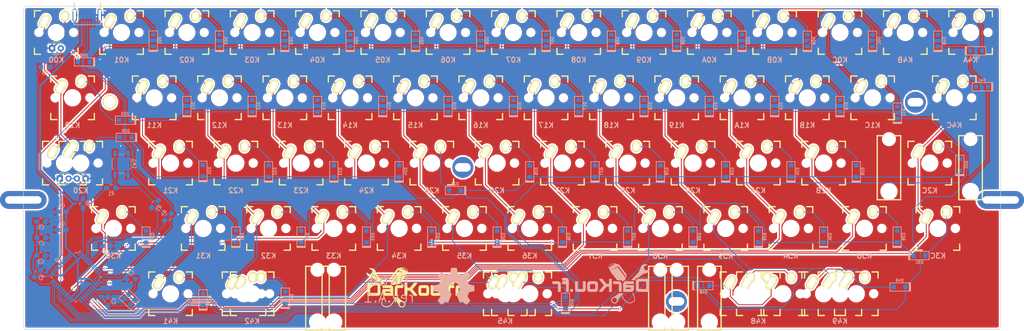
<source format=kicad_pcb>
(kicad_pcb (version 4) (host pcbnew 4.0.5+dfsg1-4)
  (title_block (title "MX/Alps HHKB") (date 2017-04-30) (rev A) (company DarKou))
  (layers (0 F.Cu signal) (31 B.Cu signal) (34 B.Paste user) (35 F.Paste user) (36 B.SilkS user) (37 F.SilkS user) (38 B.Mask user) (39 F.Mask user) (44 Edge.Cuts user))
  (net 0 "")
  (net 1 "Net-(C1-Pad1)")
  (net 2 GND)
  (net 3 "Net-(C2-Pad1)")
  (net 4 VCC)
  (net 5 "Net-(C8-Pad1)")
  (net 6 "Net-(D1-Pad2)")
  (net 7 /Row0)
  (net 8 "Net-(D2-Pad2)")
  (net 9 "Net-(D3-Pad2)")
  (net 10 "Net-(D4-Pad2)")
  (net 11 "Net-(D5-Pad2)")
  (net 12 "Net-(D6-Pad2)")
  (net 13 "Net-(D7-Pad2)")
  (net 14 "Net-(D8-Pad2)")
  (net 15 "Net-(D9-Pad2)")
  (net 16 "Net-(D10-Pad2)")
  (net 17 "Net-(D11-Pad2)")
  (net 18 "Net-(D12-Pad2)")
  (net 19 "Net-(D13-Pad2)")
  (net 20 "Net-(D14-Pad2)")
  (net 21 /Row1)
  (net 22 "Net-(D15-Pad2)")
  (net 23 "Net-(D16-Pad2)")
  (net 24 "Net-(D17-Pad2)")
  (net 25 "Net-(D18-Pad2)")
  (net 26 "Net-(D19-Pad2)")
  (net 27 "Net-(D20-Pad2)")
  (net 28 "Net-(D21-Pad2)")
  (net 29 "Net-(D22-Pad2)")
  (net 30 "Net-(D23-Pad2)")
  (net 31 "Net-(D24-Pad2)")
  (net 32 "Net-(D25-Pad2)")
  (net 33 "Net-(D26-Pad2)")
  (net 34 "Net-(D27-Pad2)")
  (net 35 /Row2)
  (net 36 "Net-(D28-Pad2)")
  (net 37 "Net-(D29-Pad2)")
  (net 38 "Net-(D30-Pad2)")
  (net 39 "Net-(D31-Pad2)")
  (net 40 "Net-(D32-Pad2)")
  (net 41 "Net-(D33-Pad2)")
  (net 42 "Net-(D34-Pad2)")
  (net 43 "Net-(D35-Pad2)")
  (net 44 "Net-(D36-Pad2)")
  (net 45 "Net-(D37-Pad2)")
  (net 46 "Net-(D38-Pad2)")
  (net 47 "Net-(D39-Pad2)")
  (net 48 "Net-(D40-Pad2)")
  (net 49 /Row3)
  (net 50 "Net-(D41-Pad2)")
  (net 51 "Net-(D42-Pad2)")
  (net 52 "Net-(D43-Pad2)")
  (net 53 "Net-(D44-Pad2)")
  (net 54 "Net-(D45-Pad2)")
  (net 55 "Net-(D46-Pad2)")
  (net 56 "Net-(D47-Pad2)")
  (net 57 "Net-(D48-Pad2)")
  (net 58 "Net-(D49-Pad2)")
  (net 59 "Net-(D50-Pad2)")
  (net 60 "Net-(D51-Pad2)")
  (net 61 "Net-(D52-Pad2)")
  (net 62 "Net-(D53-Pad2)")
  (net 63 /Row4)
  (net 64 "Net-(D54-Pad2)")
  (net 65 "Net-(D55-Pad2)")
  (net 66 "Net-(D56-Pad2)")
  (net 67 "Net-(D57-Pad2)")
  (net 68 "Net-(D58-Pad2)")
  (net 69 "Net-(D59-Pad2)")
  (net 70 "Net-(D60-Pad2)")
  (net 71 "Net-(J1-Pad2)")
  (net 72 "Net-(J1-Pad3)")
  (net 73 "Net-(J1-Pad4)")
  (net 74 /Col0)
  (net 75 /Col1)
  (net 76 /Col2)
  (net 77 /Col3)
  (net 78 /Col4)
  (net 79 /Col5)
  (net 80 /Col6)
  (net 81 /Col7)
  (net 82 /Col8)
  (net 83 /Col9)
  (net 84 /Col10)
  (net 85 /Col11)
  (net 86 /Col12)
  (net 87 "Net-(R1-Pad2)")
  (net 88 "Net-(R2-Pad1)")
  (net 89 "Net-(R3-Pad1)")
  (net 90 "Net-(R4-Pad2)")
  (net 91 "Net-(U0-Pad35)")
  (net 92 "Net-(U0-Pad36)")
  (net 93 "Net-(U0-Pad37)")
  (net 94 "Net-(U0-Pad38)")
  (net 95 "Net-(U0-Pad39)")
  (net 96 "Net-(U0-Pad42)")
  (net 97 "Net-(U0-Pad43)")
  (net 98 "Net-(LD0-Pad2)")
  (net 99 "Net-(LD1-Pad2)")
  (net 100 /ESC_LED)
  (net 101 /CAPS_LED)
  (net 102 "Net-(U0-Pad40)")
  (module Housings_QFP:TQFP-44_10x10mm_Pitch0.8mm (layer B.Cu) (at 82 178.5 225)
    (fp_text reference U0 (at 0 7.450001 225) (layer B.SilkS) (effects (justify mirror)))
    (fp_text value ATMEGA32U4)
    (pad 1 smd rect (at -5.7 4 225) (size 1.5 0.55) (layers B.Cu B.Paste B.Mask) (net 101 /CAPS_LED))
    (pad 2 smd rect (at -5.7 3.2 225) (size 1.5 0.55) (layers B.Cu B.Paste B.Mask) (net 4 VCC))
    (pad 3 smd rect (at -5.7 2.4 225) (size 1.5 0.55) (layers B.Cu B.Paste B.Mask) (net 89 "Net-(R3-Pad1)"))
    (pad 4 smd rect (at -5.7 1.6 225) (size 1.5 0.55) (layers B.Cu B.Paste B.Mask) (net 90 "Net-(R4-Pad2)"))
    (pad 5 smd rect (at -5.7 0.8 225) (size 1.5 0.55) (layers B.Cu B.Paste B.Mask) (net 2 GND))
    (pad 6 smd rect (at -5.7 0 225) (size 1.5 0.55) (layers B.Cu B.Paste B.Mask) (net 5 "Net-(C8-Pad1)"))
    (pad 7 smd rect (at -5.7 -0.8 225) (size 1.5 0.55) (layers B.Cu B.Paste B.Mask) (net 4 VCC))
    (pad 8 smd rect (at -5.7 -1.6 225) (size 1.5 0.55) (layers B.Cu B.Paste B.Mask) (net 74 /Col0))
    (pad 9 smd rect (at -5.7 -2.4 225) (size 1.5 0.55) (layers B.Cu B.Paste B.Mask) (net 77 /Col3))
    (pad 10 smd rect (at -5.7 -3.2 225) (size 1.5 0.55) (layers B.Cu B.Paste B.Mask) (net 76 /Col2))
    (pad 11 smd rect (at -5.7 -4 225) (size 1.5 0.55) (layers B.Cu B.Paste B.Mask) (net 75 /Col1))
    (pad 12 smd rect (at -4 -5.7 135) (size 1.5 0.55) (layers B.Cu B.Paste B.Mask) (net 81 /Col7))
    (pad 13 smd rect (at -3.2 -5.7 135) (size 1.5 0.55) (layers B.Cu B.Paste B.Mask) (net 87 "Net-(R1-Pad2)"))
    (pad 14 smd rect (at -2.4 -5.7 135) (size 1.5 0.55) (layers B.Cu B.Paste B.Mask) (net 4 VCC))
    (pad 15 smd rect (at -1.6 -5.7 135) (size 1.5 0.55) (layers B.Cu B.Paste B.Mask) (net 2 GND))
    (pad 16 smd rect (at -0.8 -5.7 135) (size 1.5 0.55) (layers B.Cu B.Paste B.Mask) (net 1 "Net-(C1-Pad1)"))
    (pad 17 smd rect (at 0 -5.7 135) (size 1.5 0.55) (layers B.Cu B.Paste B.Mask) (net 3 "Net-(C2-Pad1)"))
    (pad 18 smd rect (at 0.8 -5.7 135) (size 1.5 0.55) (layers B.Cu B.Paste B.Mask) (net 84 /Col10))
    (pad 19 smd rect (at 1.6 -5.7 135) (size 1.5 0.55) (layers B.Cu B.Paste B.Mask) (net 85 /Col11))
    (pad 20 smd rect (at 2.4 -5.7 135) (size 1.5 0.55) (layers B.Cu B.Paste B.Mask) (net 86 /Col12))
    (pad 21 smd rect (at 3.2 -5.7 135) (size 1.5 0.55) (layers B.Cu B.Paste B.Mask) (net 78 /Col4))
    (pad 22 smd rect (at 4 -5.7 135) (size 1.5 0.55) (layers B.Cu B.Paste B.Mask) (net 79 /Col5))
    (pad 23 smd rect (at 5.7 -4 225) (size 1.5 0.55) (layers B.Cu B.Paste B.Mask) (net 2 GND))
    (pad 24 smd rect (at 5.7 -3.2 225) (size 1.5 0.55) (layers B.Cu B.Paste B.Mask) (net 4 VCC))
    (pad 25 smd rect (at 5.7 -2.4 225) (size 1.5 0.55) (layers B.Cu B.Paste B.Mask) (net 63 /Row4))
    (pad 26 smd rect (at 5.7 -1.6 225) (size 1.5 0.55) (layers B.Cu B.Paste B.Mask) (net 49 /Row3))
    (pad 27 smd rect (at 5.7 -0.8 225) (size 1.5 0.55) (layers B.Cu B.Paste B.Mask) (net 35 /Row2))
    (pad 28 smd rect (at 5.7 0 225) (size 1.5 0.55) (layers B.Cu B.Paste B.Mask) (net 21 /Row1))
    (pad 29 smd rect (at 5.7 0.8 225) (size 1.5 0.55) (layers B.Cu B.Paste B.Mask) (net 80 /Col6))
    (pad 30 smd rect (at 5.7 1.6 225) (size 1.5 0.55) (layers B.Cu B.Paste B.Mask) (net 7 /Row0))
    (pad 31 smd rect (at 5.7 2.4 225) (size 1.5 0.55) (layers B.Cu B.Paste B.Mask) (net 82 /Col8))
    (pad 32 smd rect (at 5.7 3.2 225) (size 1.5 0.55) (layers B.Cu B.Paste B.Mask) (net 83 /Col9))
    (pad 33 smd rect (at 5.7 4 225) (size 1.5 0.55) (layers B.Cu B.Paste B.Mask) (net 88 "Net-(R2-Pad1)"))
    (pad 34 smd rect (at 4 5.7 135) (size 1.5 0.55) (layers B.Cu B.Paste B.Mask) (net 4 VCC))
    (pad 35 smd rect (at 3.2 5.7 135) (size 1.5 0.55) (layers B.Cu B.Paste B.Mask) (net 91 "Net-(U0-Pad35)"))
    (pad 36 smd rect (at 2.4 5.7 135) (size 1.5 0.55) (layers B.Cu B.Paste B.Mask) (net 92 "Net-(U0-Pad36)"))
    (pad 37 smd rect (at 1.6 5.7 135) (size 1.5 0.55) (layers B.Cu B.Paste B.Mask) (net 93 "Net-(U0-Pad37)"))
    (pad 38 smd rect (at 0.8 5.7 135) (size 1.5 0.55) (layers B.Cu B.Paste B.Mask) (net 94 "Net-(U0-Pad38)"))
    (pad 39 smd rect (at 0 5.7 135) (size 1.5 0.55) (layers B.Cu B.Paste B.Mask) (net 95 "Net-(U0-Pad39)"))
    (pad 40 smd rect (at -0.8 5.7 135) (size 1.5 0.55) (layers B.Cu B.Paste B.Mask) (net 102 "Net-(U0-Pad40)"))
    (pad 41 smd rect (at -1.6 5.7 135) (size 1.5 0.55) (layers B.Cu B.Paste B.Mask) (net 100 /ESC_LED))
    (pad 42 smd rect (at -2.4 5.7 135) (size 1.5 0.55) (layers B.Cu B.Paste B.Mask) (net 96 "Net-(U0-Pad42)"))
    (pad 43 smd rect (at -3.2 5.7 135) (size 1.5 0.55) (layers B.Cu B.Paste B.Mask) (net 97 "Net-(U0-Pad43)"))
    (pad 44 smd rect (at -4 5.7 135) (size 1.5 0.55) (layers B.Cu B.Paste B.Mask) (net 4 VCC))
  )
  (module Capacitors_SMD:C_0805_HandSoldering (layer B.Cu) (at 98 179 180)
    (fp_text reference C1 (at 0 1.75 180) (layer B.SilkS) (effects (justify mirror)))
    (fp_text value 22p)
    (pad 1 smd rect (at -1.25 0 180) (size 1.5 1.25) (layers B.Cu B.Paste B.Mask) (net 1 "Net-(C1-Pad1)"))
    (pad 2 smd rect (at 1.25 0 180) (size 1.5 1.25) (layers B.Cu B.Paste B.Mask) (net 2 GND))
  )
  (module Capacitors_SMD:C_0805_HandSoldering (layer B.Cu) (at 91.275 185.55 90)
    (fp_text reference C2 (at 0 1.75 90) (layer B.SilkS) (effects (justify mirror)))
    (fp_text value 22p)
    (pad 1 smd rect (at -1.25 0 90) (size 1.5 1.25) (layers B.Cu B.Paste B.Mask) (net 3 "Net-(C2-Pad1)"))
    (pad 2 smd rect (at 1.25 0 90) (size 1.5 1.25) (layers B.Cu B.Paste B.Mask) (net 2 GND))
  )
  (module Capacitors_SMD:C_0805_HandSoldering (layer B.Cu) (at 71.75 172.25)
    (fp_text reference C3 (at 0 1.75) (layer B.SilkS) (effects (justify mirror)))
    (fp_text value 0.1u)
    (pad 1 smd rect (at -1.25 0) (size 1.5 1.25) (layers B.Cu B.Paste B.Mask) (net 4 VCC))
    (pad 2 smd rect (at 1.25 0) (size 1.5 1.25) (layers B.Cu B.Paste B.Mask) (net 2 GND))
  )
  (module Capacitors_SMD:C_0805_HandSoldering (layer B.Cu) (at 77.8 159.4 180)
    (fp_text reference C4 (at 0 1.75 180) (layer B.SilkS) (effects (justify mirror)))
    (fp_text value 0.1u)
    (pad 1 smd rect (at -1.25 0 180) (size 1.5 1.25) (layers B.Cu B.Paste B.Mask) (net 4 VCC))
    (pad 2 smd rect (at 1.25 0 180) (size 1.5 1.25) (layers B.Cu B.Paste B.Mask) (net 2 GND))
  )
  (module Capacitors_SMD:C_0805_HandSoldering (layer B.Cu) (at 71.75 162.25)
    (fp_text reference C5 (at 0 1.75) (layer B.SilkS) (effects (justify mirror)))
    (fp_text value 0.1u)
    (pad 1 smd rect (at -1.25 0) (size 1.5 1.25) (layers B.Cu B.Paste B.Mask) (net 4 VCC))
    (pad 2 smd rect (at 1.25 0) (size 1.5 1.25) (layers B.Cu B.Paste B.Mask) (net 2 GND))
  )
  (module Capacitors_SMD:C_0805_HandSoldering (layer B.Cu) (at 77.75 164.75 180)
    (fp_text reference C6 (at 0 1.75 180) (layer B.SilkS) (effects (justify mirror)))
    (fp_text value 0.1u)
    (pad 1 smd rect (at -1.25 0 180) (size 1.5 1.25) (layers B.Cu B.Paste B.Mask) (net 4 VCC))
    (pad 2 smd rect (at 1.25 0 180) (size 1.5 1.25) (layers B.Cu B.Paste B.Mask) (net 2 GND))
  )
  (module Capacitors_SMD:C_0805_HandSoldering (layer B.Cu) (at 71.8 167)
    (fp_text reference C7 (at 0 1.75) (layer B.SilkS) (effects (justify mirror)))
    (fp_text value 4.7u)
    (pad 1 smd rect (at -1.25 0) (size 1.5 1.25) (layers B.Cu B.Paste B.Mask) (net 4 VCC))
    (pad 2 smd rect (at 1.25 0) (size 1.5 1.25) (layers B.Cu B.Paste B.Mask) (net 2 GND))
  )
  (module Capacitors_SMD:C_0805_HandSoldering (layer B.Cu) (at 90.8 169.4)
    (fp_text reference C8 (at 0 1.75) (layer B.SilkS) (effects (justify mirror)))
    (fp_text value 1u)
    (pad 1 smd rect (at -1.25 0) (size 1.5 1.25) (layers B.Cu B.Paste B.Mask) (net 5 "Net-(C8-Pad1)"))
    (pad 2 smd rect (at 1.25 0) (size 1.5 1.25) (layers B.Cu B.Paste B.Mask) (net 2 GND))
  )
  (module Resistors_SMD:R_0805_HandSoldering (layer B.Cu) (at 92.25 152.5)
    (fp_text reference R1 (at 0 1.7) (layer B.SilkS) (effects (justify mirror)))
    (fp_text value 10K)
    (pad 1 smd rect (at -1.35 0) (size 1.5 1.3) (layers B.Cu B.Paste B.Mask) (net 4 VCC))
    (pad 2 smd rect (at 1.35 0) (size 1.5 1.3) (layers B.Cu B.Paste B.Mask) (net 87 "Net-(R1-Pad2)"))
  )
  (module Resistors_SMD:R_0805_HandSoldering (layer B.Cu) (at 70.75 177.5 45)
    (fp_text reference R2 (at 0 1.700001 45) (layer B.SilkS) (effects (justify mirror)))
    (fp_text value 10K)
    (pad 1 smd rect (at -1.35 0 45) (size 1.5 1.3) (layers B.Cu B.Paste B.Mask) (net 88 "Net-(R2-Pad1)"))
    (pad 2 smd rect (at 1.35 0 45) (size 1.5 1.3) (layers B.Cu B.Paste B.Mask) (net 2 GND))
  )
  (module Resistors_SMD:R_0805_HandSoldering (layer B.Cu) (at 105 157.2 45)
    (fp_text reference R3 (at 0 1.7 45) (layer B.SilkS) (effects (justify mirror)))
    (fp_text value 22)
    (pad 1 smd rect (at -1.35 0 45) (size 1.5 1.3) (layers B.Cu B.Paste B.Mask) (net 89 "Net-(R3-Pad1)"))
    (pad 2 smd rect (at 1.35 0 45) (size 1.5 1.3) (layers B.Cu B.Paste B.Mask) (net 71 "Net-(J1-Pad2)"))
  )
  (module Resistors_SMD:R_0805_HandSoldering (layer B.Cu) (at 108.8 161 225)
    (fp_text reference R4 (at 0 1.7 225) (layer B.SilkS) (effects (justify mirror)))
    (fp_text value 22)
    (pad 1 smd rect (at -1.35 0 225) (size 1.5 1.3) (layers B.Cu B.Paste B.Mask) (net 72 "Net-(J1-Pad3)"))
    (pad 2 smd rect (at 1.35 0 225) (size 1.5 1.3) (layers B.Cu B.Paste B.Mask) (net 90 "Net-(R4-Pad2)"))
  )
  (module Buttons_Switches_SMD:SW_SPST_TL3342 (layer B.Cu) (at 95.25 145.5 90)
    (fp_text reference SW1 (at 0 3.75 90) (layer B.SilkS) (effects (justify mirror)))
    (fp_text value SW_PUSH)
    (pad 1 smd rect (at -3.15 1.9 90) (size 1.7 1) (layers B.Cu B.Paste B.Mask) (net 2 GND))
    (pad 1 smd rect (at 3.15 1.9 90) (size 1.7 1) (layers B.Cu B.Paste B.Mask) (net 2 GND))
    (pad 2 smd rect (at -3.15 -1.9 90) (size 1.7 1) (layers B.Cu B.Paste B.Mask) (net 87 "Net-(R1-Pad2)"))
    (pad 2 smd rect (at 3.15 -1.9 90) (size 1.7 1) (layers B.Cu B.Paste B.Mask) (net 87 "Net-(R1-Pad2)"))
  )
  (module Footprint:Poker_side_edge_long (layer F.Cu) (at 66.6 156)
    (fp_text reference Poker_side_edge_long hide)
    (fp_text value VAL** hide)
    (pad "" thru_hole oval (at 0 0) (size 13.6 5.2) (drill oval 10.6 2.2) (layers *.Cu *.Mask))
  )
  (module Footprint:Poker_side_edge_long (layer F.Cu) (at 351.7 156)
    (fp_text reference Poker_side_edge_long hide)
    (fp_text value VAL** hide)
    (pad "" thru_hole oval (at 0 0) (size 13.6 5.2) (drill oval 10.6 2.2) (layers *.Cu *.Mask))
  )
  (module Footprint:HOLE_M3 (layer F.Cu) (at 91.8 127.4)
    (fp_text reference HOLE_M3 hide)
    (fp_text value VAL** hide)
    (pad 1 thru_hole circle (at 0 0) (size 4 4) (drill 3.2) (layers *.Cu *.Mask F.SilkS))
  )
  (module Footprint:Poker_oval_hole (layer F.Cu) (at 326.8 127.5)
    (fp_text reference Poker_oval_hole hide)
    (fp_text value VAL** hide)
    (pad "" thru_hole circle (at 0 0) (size 6.1 6.1) (drill oval 4.6 2.5) (layers *.Cu *.Mask))
  )
  (module Footprint:Poker_oval_hole (layer F.Cu) (at 257.1 185.6)
    (fp_text reference Poker_oval_hole hide)
    (fp_text value VAL** hide)
    (pad "" thru_hole circle (at 0 0) (size 6.1 6.1) (drill oval 4.6 2.5) (layers *.Cu *.Mask))
  )
  (module Footprint:Poker_oval_hole (layer F.Cu) (at 194.8 146.5)
    (fp_text reference Poker_oval_hole hide)
    (fp_text value VAL** hide)
    (pad "" thru_hole circle (at 0 0) (size 6.1 6.1) (drill oval 4.6 2.5) (layers *.Cu *.Mask))
  )
  (module Footprint:OPEN-HARDWARE (layer B.Cu) (at 192.25 181.25 180)
    (fp_text reference G*** hide)
    (fp_text value LOGO hide)
  )
  (module Footprint:darkou (layer B.Cu) (at 235.15 180.375 180)
    (fp_text reference G*** hide)
    (fp_text value LOGO hide)
  )
  (module Footprint:darkou (layer F.Cu) (at 180.9 181.525)
    (fp_text reference G*** hide)
    (fp_text value LOGO hide)
  )
  (module Footprint:FA-238 (layer B.Cu) (at 97.575 185 315)
    (fp_text reference X1 hide)
    (fp_text value XTAL_GND hide)
    (pad 3 smd rect (at -1.1 0.8 315) (size 1.4 1.2) (drill (offset -0.1 0.05)) (layers B.Cu B.Paste B.Mask) (net 2 GND) (clearance 0.2))
    (pad 2 smd rect (at 1.1 0.8 315) (size 1.4 1.2) (drill (offset 0.1 0.05)) (layers B.Cu B.Paste B.Mask) (net 3 "Net-(C2-Pad1)") (clearance 0.2))
    (pad 1 smd rect (at -1.1 -0.8 315) (size 1.4 1.2) (drill (offset -0.1 -0.05)) (layers B.Cu B.Paste B.Mask) (net 1 "Net-(C1-Pad1)") (clearance 0.2))
    (pad 3 smd rect (at 1.1 -0.8 315) (size 1.4 1.2) (drill (offset 0.1 -0.05)) (layers B.Cu B.Paste B.Mask) (net 2 GND) (clearance 0.2))
  )
  (module LEDs:LED_D3.0mm (layer F.Cu) (at 75 111.75)
    (fp_text reference LD0 hide)
    (fp_text value ESC_LED hide)
    (pad 1 thru_hole rect (at 0 0) (size 1.8 1.8) (drill 0.9) (layers *.Cu *.Mask) (net 2 GND))
    (pad 2 thru_hole circle (at 2.54 0) (size 1.8 1.8) (drill 0.9) (layers *.Cu *.Mask) (net 98 "Net-(LD0-Pad2)"))
  )
  (module LEDs:LED_D3.0mm (layer F.Cu) (at 77.25 149.75)
    (fp_text reference LD1 hide)
    (fp_text value CAPS_LED hide)
    (pad 1 thru_hole rect (at 0 0) (size 1.8 1.8) (drill 0.9) (layers *.Cu *.Mask) (net 2 GND))
    (pad 2 thru_hole circle (at 2.54 0) (size 1.8 1.8) (drill 0.9) (layers *.Cu *.Mask) (net 99 "Net-(LD1-Pad2)"))
  )
  (module Resistors_SMD:R_0805_HandSoldering (layer B.Cu) (at 73 117.25)
    (fp_text reference R5 (at 0 1.7) (layer B.SilkS) (effects (justify mirror)))
    (fp_text value R)
    (pad 1 smd rect (at -1.35 0) (size 1.5 1.3) (layers B.Cu B.Paste B.Mask) (net 100 /ESC_LED))
    (pad 2 smd rect (at 1.35 0) (size 1.5 1.3) (layers B.Cu B.Paste B.Mask) (net 98 "Net-(LD0-Pad2)"))
  )
  (module Resistors_SMD:R_0805_HandSoldering (layer B.Cu) (at 84 157 90)
    (fp_text reference R6 (at 0 1.7 90) (layer B.SilkS) (effects (justify mirror)))
    (fp_text value R)
    (pad 1 smd rect (at -1.35 0 90) (size 1.5 1.3) (layers B.Cu B.Paste B.Mask) (net 101 /CAPS_LED))
    (pad 2 smd rect (at 1.35 0 90) (size 1.5 1.3) (layers B.Cu B.Paste B.Mask) (net 99 "Net-(LD1-Pad2)"))
  )
  (module LEDs:LED_D3.0mm (layer F.Cu) (at 84.75 149.75 180)
    (fp_text reference LD2 hide)
    (fp_text value CAPS_LED hide)
    (pad 1 thru_hole rect (at 0 0 180) (size 1.8 1.8) (drill 0.9) (layers *.Cu *.Mask) (net 2 GND))
    (pad 2 thru_hole circle (at 2.54 0 180) (size 1.8 1.8) (drill 0.9) (layers *.Cu *.Mask) (net 99 "Net-(LD1-Pad2)"))
  )
  (module Footprint:Mx_Alps_175_STEPPED (layer F.Cu) (at 78.58125 145.25625)
    (fp_text reference K61 hide)
    (fp_text value Ctrl hide)
    (pad HOLE np_thru_hole circle (at 0 0) (size 3.9878 3.9878) (drill 3.9878) (layers *.Cu))
    (pad HOLE np_thru_hole circle (at -5.08 0) (size 1.7018 1.7018) (drill 1.7018) (layers *.Cu))
    (pad HOLE np_thru_hole circle (at 5.08 0) (size 1.7018 1.7018) (drill 1.7018) (layers *.Cu))
    (pad 1 thru_hole oval (at -3.405 -3.27 330.95) (size 2.5 4.17) (drill oval 1.5 3.17) (layers *.Cu *.Mask F.SilkS) (net 34 "Net-(D27-Pad2)"))
    (pad 2 thru_hole oval (at 2.52 -4.79 356.1) (size 2.5 3.08) (drill oval 1.5 2.08) (layers *.Cu *.Mask F.SilkS) (net 74 /Col0))
  )
  (module Footprint:USB_miniB_hirose_5S8 (layer B.Cu) (at 85.25 104.5)
    (fp_text reference J1 hide)
    (fp_text value USB_mini_micro_B hide)
    (pad 1 smd rect (at -1.6 0) (size 0.5 1.4) (layers B.Cu B.Paste B.Mask) (net 4 VCC))
    (pad 2 smd rect (at -0.8 0) (size 0.5 1.4) (layers B.Cu B.Paste B.Mask) (net 71 "Net-(J1-Pad2)"))
    (pad 3 smd rect (at 0 0) (size 0.5 1.4) (layers B.Cu B.Paste B.Mask) (net 72 "Net-(J1-Pad3)"))
    (pad 4 smd rect (at 0.8 0) (size 0.5 1.4) (layers B.Cu B.Paste B.Mask) (net 73 "Net-(J1-Pad4)"))
    (pad 5 smd rect (at 1.6 0) (size 0.5 1.4) (layers B.Cu B.Paste B.Mask) (net 2 GND))
    (pad 6 thru_hole oval (at -3.65 -2.4) (size 1.3 3.8) (drill oval 0.7 3.2) (layers *.Cu *.Mask B.Paste) (net 2 GND))
    (pad 6 thru_hole oval (at 3.65 -2.4) (size 1.3 3.8) (drill oval 0.7 3.2) (layers *.Cu *.Mask B.Paste) (net 2 GND))
  )
  (module Footprint:Mx_Alps_100 (layer F.Cu) (at 300.0375 183.35625)
    (fp_text reference K68 hide)
    (fp_text value R_GUI hide)
    (pad HOLE np_thru_hole circle (at 0 0) (size 3.9878 3.9878) (drill 3.9878) (layers *.Cu))
    (pad HOLE np_thru_hole circle (at -5.08 0) (size 1.7018 1.7018) (drill 1.7018) (layers *.Cu))
    (pad HOLE np_thru_hole circle (at 5.08 0) (size 1.7018 1.7018) (drill 1.7018) (layers *.Cu))
    (pad 1 thru_hole oval (at -3.405 -3.27 330.95) (size 2.5 4.17) (drill oval 1.5 3.17) (layers *.Cu *.Mask F.SilkS) (net 67 "Net-(D57-Pad2)"))
    (pad 2 thru_hole oval (at 2.52 -4.79 356.1) (size 2.5 3.08) (drill oval 1.5 2.08) (layers *.Cu *.Mask F.SilkS) (net 83 /Col9))
  )
  (module Footprint:Mx_Alps_100 (layer F.Cu) (at 309.5625 183.35625)
    (fp_text reference K67 hide)
    (fp_text value R_GUI hide)
    (pad HOLE np_thru_hole circle (at 0 0) (size 3.9878 3.9878) (drill 3.9878) (layers *.Cu))
    (pad HOLE np_thru_hole circle (at -5.08 0) (size 1.7018 1.7018) (drill 1.7018) (layers *.Cu))
    (pad HOLE np_thru_hole circle (at 5.08 0) (size 1.7018 1.7018) (drill 1.7018) (layers *.Cu))
    (pad 1 thru_hole oval (at -3.405 -3.27 330.95) (size 2.5 4.17) (drill oval 1.5 3.17) (layers *.Cu *.Mask F.SilkS) (net 67 "Net-(D57-Pad2)"))
    (pad 2 thru_hole oval (at 2.52 -4.79 356.1) (size 2.5 3.08) (drill oval 1.5 2.08) (layers *.Cu *.Mask F.SilkS) (net 83 /Col9))
  )
  (module Footprint:Mx_Alps_100 (layer F.Cu) (at 323.85 107.15625)
    (fp_text reference K59 hide)
    (fp_text value K4B (at 0 8) (layer B.SilkS) (effects (font (thickness 0.3048)) (justify mirror)))
    (pad HOLE np_thru_hole circle (at 0 0) (size 3.9878 3.9878) (drill 3.9878) (layers *.Cu))
    (pad HOLE np_thru_hole circle (at -5.08 0) (size 1.7018 1.7018) (drill 1.7018) (layers *.Cu))
    (pad HOLE np_thru_hole circle (at 5.08 0) (size 1.7018 1.7018) (drill 1.7018) (layers *.Cu))
    (pad 1 thru_hole oval (at -3.405 -3.27 330.95) (size 2.5 4.17) (drill oval 1.5 3.17) (layers *.Cu *.Mask F.SilkS) (net 85 /Col11))
    (pad 2 thru_hole oval (at 2.52 -4.79 356.1) (size 2.5 3.08) (drill oval 1.5 2.08) (layers *.Cu *.Mask F.SilkS) (net 69 "Net-(D59-Pad2)"))
  )
  (module Footprint:Mx_Alps_100 (layer F.Cu) (at 76.2 107.15625)
    (fp_text reference K1 hide)
    (fp_text value K00 (at 0 8) (layer B.SilkS) (effects (font (thickness 0.3048)) (justify mirror)))
    (pad HOLE np_thru_hole circle (at 0 0) (size 3.9878 3.9878) (drill 3.9878) (layers *.Cu))
    (pad HOLE np_thru_hole circle (at -5.08 0) (size 1.7018 1.7018) (drill 1.7018) (layers *.Cu))
    (pad HOLE np_thru_hole circle (at 5.08 0) (size 1.7018 1.7018) (drill 1.7018) (layers *.Cu))
    (pad 1 thru_hole oval (at -3.405 -3.27 330.95) (size 2.5 4.17) (drill oval 1.5 3.17) (layers *.Cu *.Mask F.SilkS) (net 74 /Col0))
    (pad 2 thru_hole oval (at 2.52 -4.79 356.1) (size 2.5 3.08) (drill oval 1.5 2.08) (layers *.Cu *.Mask F.SilkS) (net 6 "Net-(D1-Pad2)"))
  )
  (module Footprint:Mx_Alps_100 (layer F.Cu) (at 114.3 107.15625)
    (fp_text reference K3 hide)
    (fp_text value K02 (at 0 8) (layer B.SilkS) (effects (font (thickness 0.3048)) (justify mirror)))
    (pad HOLE np_thru_hole circle (at 0 0) (size 3.9878 3.9878) (drill 3.9878) (layers *.Cu))
    (pad HOLE np_thru_hole circle (at -5.08 0) (size 1.7018 1.7018) (drill 1.7018) (layers *.Cu))
    (pad HOLE np_thru_hole circle (at 5.08 0) (size 1.7018 1.7018) (drill 1.7018) (layers *.Cu))
    (pad 1 thru_hole oval (at -3.405 -3.27 330.95) (size 2.5 4.17) (drill oval 1.5 3.17) (layers *.Cu *.Mask F.SilkS) (net 76 /Col2))
    (pad 2 thru_hole oval (at 2.52 -4.79 356.1) (size 2.5 3.08) (drill oval 1.5 2.08) (layers *.Cu *.Mask F.SilkS) (net 9 "Net-(D3-Pad2)"))
  )
  (module Footprint:Mx_Alps_100 (layer F.Cu) (at 133.35 107.15625)
    (fp_text reference K4 hide)
    (fp_text value K03 (at 0 8) (layer B.SilkS) (effects (font (thickness 0.3048)) (justify mirror)))
    (pad HOLE np_thru_hole circle (at 0 0) (size 3.9878 3.9878) (drill 3.9878) (layers *.Cu))
    (pad HOLE np_thru_hole circle (at -5.08 0) (size 1.7018 1.7018) (drill 1.7018) (layers *.Cu))
    (pad HOLE np_thru_hole circle (at 5.08 0) (size 1.7018 1.7018) (drill 1.7018) (layers *.Cu))
    (pad 1 thru_hole oval (at -3.405 -3.27 330.95) (size 2.5 4.17) (drill oval 1.5 3.17) (layers *.Cu *.Mask F.SilkS) (net 77 /Col3))
    (pad 2 thru_hole oval (at 2.52 -4.79 356.1) (size 2.5 3.08) (drill oval 1.5 2.08) (layers *.Cu *.Mask F.SilkS) (net 10 "Net-(D4-Pad2)"))
  )
  (module Footprint:Mx_Alps_100 (layer F.Cu) (at 152.4 107.15625)
    (fp_text reference K5 hide)
    (fp_text value K04 (at 0 8) (layer B.SilkS) (effects (font (thickness 0.3048)) (justify mirror)))
    (pad HOLE np_thru_hole circle (at 0 0) (size 3.9878 3.9878) (drill 3.9878) (layers *.Cu))
    (pad HOLE np_thru_hole circle (at -5.08 0) (size 1.7018 1.7018) (drill 1.7018) (layers *.Cu))
    (pad HOLE np_thru_hole circle (at 5.08 0) (size 1.7018 1.7018) (drill 1.7018) (layers *.Cu))
    (pad 1 thru_hole oval (at -3.405 -3.27 330.95) (size 2.5 4.17) (drill oval 1.5 3.17) (layers *.Cu *.Mask F.SilkS) (net 78 /Col4))
    (pad 2 thru_hole oval (at 2.52 -4.79 356.1) (size 2.5 3.08) (drill oval 1.5 2.08) (layers *.Cu *.Mask F.SilkS) (net 11 "Net-(D5-Pad2)"))
  )
  (module Footprint:Mx_Alps_100 (layer F.Cu) (at 171.45 107.15625)
    (fp_text reference K6 hide)
    (fp_text value K05 (at 0 8) (layer B.SilkS) (effects (font (thickness 0.3048)) (justify mirror)))
    (pad HOLE np_thru_hole circle (at 0 0) (size 3.9878 3.9878) (drill 3.9878) (layers *.Cu))
    (pad HOLE np_thru_hole circle (at -5.08 0) (size 1.7018 1.7018) (drill 1.7018) (layers *.Cu))
    (pad HOLE np_thru_hole circle (at 5.08 0) (size 1.7018 1.7018) (drill 1.7018) (layers *.Cu))
    (pad 1 thru_hole oval (at -3.405 -3.27 330.95) (size 2.5 4.17) (drill oval 1.5 3.17) (layers *.Cu *.Mask F.SilkS) (net 79 /Col5))
    (pad 2 thru_hole oval (at 2.52 -4.79 356.1) (size 2.5 3.08) (drill oval 1.5 2.08) (layers *.Cu *.Mask F.SilkS) (net 12 "Net-(D6-Pad2)"))
  )
  (module Footprint:Mx_Alps_100 (layer F.Cu) (at 190.5 107.15625)
    (fp_text reference K7 hide)
    (fp_text value K06 (at 0 8) (layer B.SilkS) (effects (font (thickness 0.3048)) (justify mirror)))
    (pad HOLE np_thru_hole circle (at 0 0) (size 3.9878 3.9878) (drill 3.9878) (layers *.Cu))
    (pad HOLE np_thru_hole circle (at -5.08 0) (size 1.7018 1.7018) (drill 1.7018) (layers *.Cu))
    (pad HOLE np_thru_hole circle (at 5.08 0) (size 1.7018 1.7018) (drill 1.7018) (layers *.Cu))
    (pad 1 thru_hole oval (at -3.405 -3.27 330.95) (size 2.5 4.17) (drill oval 1.5 3.17) (layers *.Cu *.Mask F.SilkS) (net 80 /Col6))
    (pad 2 thru_hole oval (at 2.52 -4.79 356.1) (size 2.5 3.08) (drill oval 1.5 2.08) (layers *.Cu *.Mask F.SilkS) (net 13 "Net-(D7-Pad2)"))
  )
  (module Footprint:Mx_Alps_100 (layer F.Cu) (at 209.55 107.15625)
    (fp_text reference K8 hide)
    (fp_text value K07 (at 0 8) (layer B.SilkS) (effects (font (thickness 0.3048)) (justify mirror)))
    (pad HOLE np_thru_hole circle (at 0 0) (size 3.9878 3.9878) (drill 3.9878) (layers *.Cu))
    (pad HOLE np_thru_hole circle (at -5.08 0) (size 1.7018 1.7018) (drill 1.7018) (layers *.Cu))
    (pad HOLE np_thru_hole circle (at 5.08 0) (size 1.7018 1.7018) (drill 1.7018) (layers *.Cu))
    (pad 1 thru_hole oval (at -3.405 -3.27 330.95) (size 2.5 4.17) (drill oval 1.5 3.17) (layers *.Cu *.Mask F.SilkS) (net 81 /Col7))
    (pad 2 thru_hole oval (at 2.52 -4.79 356.1) (size 2.5 3.08) (drill oval 1.5 2.08) (layers *.Cu *.Mask F.SilkS) (net 14 "Net-(D8-Pad2)"))
  )
  (module Footprint:Mx_Alps_100 (layer F.Cu) (at 228.6 107.15625)
    (fp_text reference K9 hide)
    (fp_text value K08 (at 0 8) (layer B.SilkS) (effects (font (thickness 0.3048)) (justify mirror)))
    (pad HOLE np_thru_hole circle (at 0 0) (size 3.9878 3.9878) (drill 3.9878) (layers *.Cu))
    (pad HOLE np_thru_hole circle (at -5.08 0) (size 1.7018 1.7018) (drill 1.7018) (layers *.Cu))
    (pad HOLE np_thru_hole circle (at 5.08 0) (size 1.7018 1.7018) (drill 1.7018) (layers *.Cu))
    (pad 1 thru_hole oval (at -3.405 -3.27 330.95) (size 2.5 4.17) (drill oval 1.5 3.17) (layers *.Cu *.Mask F.SilkS) (net 82 /Col8))
    (pad 2 thru_hole oval (at 2.52 -4.79 356.1) (size 2.5 3.08) (drill oval 1.5 2.08) (layers *.Cu *.Mask F.SilkS) (net 15 "Net-(D9-Pad2)"))
  )
  (module Footprint:Mx_Alps_100 (layer F.Cu) (at 247.65 107.15625)
    (fp_text reference K10 hide)
    (fp_text value K09 (at 0 8) (layer B.SilkS) (effects (font (thickness 0.3048)) (justify mirror)))
    (pad HOLE np_thru_hole circle (at 0 0) (size 3.9878 3.9878) (drill 3.9878) (layers *.Cu))
    (pad HOLE np_thru_hole circle (at -5.08 0) (size 1.7018 1.7018) (drill 1.7018) (layers *.Cu))
    (pad HOLE np_thru_hole circle (at 5.08 0) (size 1.7018 1.7018) (drill 1.7018) (layers *.Cu))
    (pad 1 thru_hole oval (at -3.405 -3.27 330.95) (size 2.5 4.17) (drill oval 1.5 3.17) (layers *.Cu *.Mask F.SilkS) (net 83 /Col9))
    (pad 2 thru_hole oval (at 2.52 -4.79 356.1) (size 2.5 3.08) (drill oval 1.5 2.08) (layers *.Cu *.Mask F.SilkS) (net 16 "Net-(D10-Pad2)"))
  )
  (module Footprint:Mx_Alps_100 (layer F.Cu) (at 266.7 107.15625)
    (fp_text reference K11 hide)
    (fp_text value K0A (at 0 8) (layer B.SilkS) (effects (font (thickness 0.3048)) (justify mirror)))
    (pad HOLE np_thru_hole circle (at 0 0) (size 3.9878 3.9878) (drill 3.9878) (layers *.Cu))
    (pad HOLE np_thru_hole circle (at -5.08 0) (size 1.7018 1.7018) (drill 1.7018) (layers *.Cu))
    (pad HOLE np_thru_hole circle (at 5.08 0) (size 1.7018 1.7018) (drill 1.7018) (layers *.Cu))
    (pad 1 thru_hole oval (at -3.405 -3.27 330.95) (size 2.5 4.17) (drill oval 1.5 3.17) (layers *.Cu *.Mask F.SilkS) (net 84 /Col10))
    (pad 2 thru_hole oval (at 2.52 -4.79 356.1) (size 2.5 3.08) (drill oval 1.5 2.08) (layers *.Cu *.Mask F.SilkS) (net 17 "Net-(D11-Pad2)"))
  )
  (module Footprint:Mx_Alps_100 (layer F.Cu) (at 285.75 107.15625)
    (fp_text reference K12 hide)
    (fp_text value K0B (at 0 8) (layer B.SilkS) (effects (font (thickness 0.3048)) (justify mirror)))
    (pad HOLE np_thru_hole circle (at 0 0) (size 3.9878 3.9878) (drill 3.9878) (layers *.Cu))
    (pad HOLE np_thru_hole circle (at -5.08 0) (size 1.7018 1.7018) (drill 1.7018) (layers *.Cu))
    (pad HOLE np_thru_hole circle (at 5.08 0) (size 1.7018 1.7018) (drill 1.7018) (layers *.Cu))
    (pad 1 thru_hole oval (at -3.405 -3.27 330.95) (size 2.5 4.17) (drill oval 1.5 3.17) (layers *.Cu *.Mask F.SilkS) (net 85 /Col11))
    (pad 2 thru_hole oval (at 2.52 -4.79 356.1) (size 2.5 3.08) (drill oval 1.5 2.08) (layers *.Cu *.Mask F.SilkS) (net 18 "Net-(D12-Pad2)"))
  )
  (module Footprint:Mx_Alps_100 (layer F.Cu) (at 304.8 107.15625)
    (fp_text reference K13 hide)
    (fp_text value K0C (at 0 8) (layer B.SilkS) (effects (font (thickness 0.3048)) (justify mirror)))
    (pad HOLE np_thru_hole circle (at 0 0) (size 3.9878 3.9878) (drill 3.9878) (layers *.Cu))
    (pad HOLE np_thru_hole circle (at -5.08 0) (size 1.7018 1.7018) (drill 1.7018) (layers *.Cu))
    (pad HOLE np_thru_hole circle (at 5.08 0) (size 1.7018 1.7018) (drill 1.7018) (layers *.Cu))
    (pad 1 thru_hole oval (at -3.405 -3.27 330.95) (size 2.5 4.17) (drill oval 1.5 3.17) (layers *.Cu *.Mask F.SilkS) (net 86 /Col12))
    (pad 2 thru_hole oval (at 2.52 -4.79 356.1) (size 2.5 3.08) (drill oval 1.5 2.08) (layers *.Cu *.Mask F.SilkS) (net 19 "Net-(D13-Pad2)"))
  )
  (module Footprint:Mx_Alps_100 (layer F.Cu) (at 104.775 126.20625)
    (fp_text reference K15 hide)
    (fp_text value K11 (at 0 8) (layer B.SilkS) (effects (font (thickness 0.3048)) (justify mirror)))
    (pad HOLE np_thru_hole circle (at 0 0) (size 3.9878 3.9878) (drill 3.9878) (layers *.Cu))
    (pad HOLE np_thru_hole circle (at -5.08 0) (size 1.7018 1.7018) (drill 1.7018) (layers *.Cu))
    (pad HOLE np_thru_hole circle (at 5.08 0) (size 1.7018 1.7018) (drill 1.7018) (layers *.Cu))
    (pad 1 thru_hole oval (at -3.405 -3.27 330.95) (size 2.5 4.17) (drill oval 1.5 3.17) (layers *.Cu *.Mask F.SilkS) (net 75 /Col1))
    (pad 2 thru_hole oval (at 2.52 -4.79 356.1) (size 2.5 3.08) (drill oval 1.5 2.08) (layers *.Cu *.Mask F.SilkS) (net 22 "Net-(D15-Pad2)"))
  )
  (module Footprint:Mx_Alps_100 (layer F.Cu) (at 123.825 126.20625)
    (fp_text reference K16 hide)
    (fp_text value K12 (at 0 8) (layer B.SilkS) (effects (font (thickness 0.3048)) (justify mirror)))
    (pad HOLE np_thru_hole circle (at 0 0) (size 3.9878 3.9878) (drill 3.9878) (layers *.Cu))
    (pad HOLE np_thru_hole circle (at -5.08 0) (size 1.7018 1.7018) (drill 1.7018) (layers *.Cu))
    (pad HOLE np_thru_hole circle (at 5.08 0) (size 1.7018 1.7018) (drill 1.7018) (layers *.Cu))
    (pad 1 thru_hole oval (at -3.405 -3.27 330.95) (size 2.5 4.17) (drill oval 1.5 3.17) (layers *.Cu *.Mask F.SilkS) (net 76 /Col2))
    (pad 2 thru_hole oval (at 2.52 -4.79 356.1) (size 2.5 3.08) (drill oval 1.5 2.08) (layers *.Cu *.Mask F.SilkS) (net 23 "Net-(D16-Pad2)"))
  )
  (module Footprint:Mx_Alps_100 (layer F.Cu) (at 142.875 126.20625)
    (fp_text reference K17 hide)
    (fp_text value K13 (at 0 8) (layer B.SilkS) (effects (font (thickness 0.3048)) (justify mirror)))
    (pad HOLE np_thru_hole circle (at 0 0) (size 3.9878 3.9878) (drill 3.9878) (layers *.Cu))
    (pad HOLE np_thru_hole circle (at -5.08 0) (size 1.7018 1.7018) (drill 1.7018) (layers *.Cu))
    (pad HOLE np_thru_hole circle (at 5.08 0) (size 1.7018 1.7018) (drill 1.7018) (layers *.Cu))
    (pad 1 thru_hole oval (at -3.405 -3.27 330.95) (size 2.5 4.17) (drill oval 1.5 3.17) (layers *.Cu *.Mask F.SilkS) (net 77 /Col3))
    (pad 2 thru_hole oval (at 2.52 -4.79 356.1) (size 2.5 3.08) (drill oval 1.5 2.08) (layers *.Cu *.Mask F.SilkS) (net 24 "Net-(D17-Pad2)"))
  )
  (module Footprint:Mx_Alps_100 (layer F.Cu) (at 161.925 126.20625)
    (fp_text reference K18 hide)
    (fp_text value K14 (at 0 8) (layer B.SilkS) (effects (font (thickness 0.3048)) (justify mirror)))
    (pad HOLE np_thru_hole circle (at 0 0) (size 3.9878 3.9878) (drill 3.9878) (layers *.Cu))
    (pad HOLE np_thru_hole circle (at -5.08 0) (size 1.7018 1.7018) (drill 1.7018) (layers *.Cu))
    (pad HOLE np_thru_hole circle (at 5.08 0) (size 1.7018 1.7018) (drill 1.7018) (layers *.Cu))
    (pad 1 thru_hole oval (at -3.405 -3.27 330.95) (size 2.5 4.17) (drill oval 1.5 3.17) (layers *.Cu *.Mask F.SilkS) (net 78 /Col4))
    (pad 2 thru_hole oval (at 2.52 -4.79 356.1) (size 2.5 3.08) (drill oval 1.5 2.08) (layers *.Cu *.Mask F.SilkS) (net 25 "Net-(D18-Pad2)"))
  )
  (module Footprint:Mx_Alps_100 (layer F.Cu) (at 180.975 126.20625)
    (fp_text reference K19 hide)
    (fp_text value K15 (at 0 8) (layer B.SilkS) (effects (font (thickness 0.3048)) (justify mirror)))
    (pad HOLE np_thru_hole circle (at 0 0) (size 3.9878 3.9878) (drill 3.9878) (layers *.Cu))
    (pad HOLE np_thru_hole circle (at -5.08 0) (size 1.7018 1.7018) (drill 1.7018) (layers *.Cu))
    (pad HOLE np_thru_hole circle (at 5.08 0) (size 1.7018 1.7018) (drill 1.7018) (layers *.Cu))
    (pad 1 thru_hole oval (at -3.405 -3.27 330.95) (size 2.5 4.17) (drill oval 1.5 3.17) (layers *.Cu *.Mask F.SilkS) (net 79 /Col5))
    (pad 2 thru_hole oval (at 2.52 -4.79 356.1) (size 2.5 3.08) (drill oval 1.5 2.08) (layers *.Cu *.Mask F.SilkS) (net 26 "Net-(D19-Pad2)"))
  )
  (module Footprint:Mx_Alps_100 (layer F.Cu) (at 200.025 126.20625)
    (fp_text reference K20 hide)
    (fp_text value K16 (at 0 8) (layer B.SilkS) (effects (font (thickness 0.3048)) (justify mirror)))
    (pad HOLE np_thru_hole circle (at 0 0) (size 3.9878 3.9878) (drill 3.9878) (layers *.Cu))
    (pad HOLE np_thru_hole circle (at -5.08 0) (size 1.7018 1.7018) (drill 1.7018) (layers *.Cu))
    (pad HOLE np_thru_hole circle (at 5.08 0) (size 1.7018 1.7018) (drill 1.7018) (layers *.Cu))
    (pad 1 thru_hole oval (at -3.405 -3.27 330.95) (size 2.5 4.17) (drill oval 1.5 3.17) (layers *.Cu *.Mask F.SilkS) (net 80 /Col6))
    (pad 2 thru_hole oval (at 2.52 -4.79 356.1) (size 2.5 3.08) (drill oval 1.5 2.08) (layers *.Cu *.Mask F.SilkS) (net 27 "Net-(D20-Pad2)"))
  )
  (module Footprint:Mx_Alps_100 (layer F.Cu) (at 219.075 126.20625)
    (fp_text reference K21 hide)
    (fp_text value K17 (at 0 8) (layer B.SilkS) (effects (font (thickness 0.3048)) (justify mirror)))
    (pad HOLE np_thru_hole circle (at 0 0) (size 3.9878 3.9878) (drill 3.9878) (layers *.Cu))
    (pad HOLE np_thru_hole circle (at -5.08 0) (size 1.7018 1.7018) (drill 1.7018) (layers *.Cu))
    (pad HOLE np_thru_hole circle (at 5.08 0) (size 1.7018 1.7018) (drill 1.7018) (layers *.Cu))
    (pad 1 thru_hole oval (at -3.405 -3.27 330.95) (size 2.5 4.17) (drill oval 1.5 3.17) (layers *.Cu *.Mask F.SilkS) (net 81 /Col7))
    (pad 2 thru_hole oval (at 2.52 -4.79 356.1) (size 2.5 3.08) (drill oval 1.5 2.08) (layers *.Cu *.Mask F.SilkS) (net 28 "Net-(D21-Pad2)"))
  )
  (module Footprint:Mx_Alps_100 (layer F.Cu) (at 238.125 126.20625)
    (fp_text reference K22 hide)
    (fp_text value K18 (at 0 8) (layer B.SilkS) (effects (font (thickness 0.3048)) (justify mirror)))
    (pad HOLE np_thru_hole circle (at 0 0) (size 3.9878 3.9878) (drill 3.9878) (layers *.Cu))
    (pad HOLE np_thru_hole circle (at -5.08 0) (size 1.7018 1.7018) (drill 1.7018) (layers *.Cu))
    (pad HOLE np_thru_hole circle (at 5.08 0) (size 1.7018 1.7018) (drill 1.7018) (layers *.Cu))
    (pad 1 thru_hole oval (at -3.405 -3.27 330.95) (size 2.5 4.17) (drill oval 1.5 3.17) (layers *.Cu *.Mask F.SilkS) (net 82 /Col8))
    (pad 2 thru_hole oval (at 2.52 -4.79 356.1) (size 2.5 3.08) (drill oval 1.5 2.08) (layers *.Cu *.Mask F.SilkS) (net 29 "Net-(D22-Pad2)"))
  )
  (module Footprint:Mx_Alps_100 (layer F.Cu) (at 257.175 126.20625)
    (fp_text reference K23 hide)
    (fp_text value K19 (at 0 8) (layer B.SilkS) (effects (font (thickness 0.3048)) (justify mirror)))
    (pad HOLE np_thru_hole circle (at 0 0) (size 3.9878 3.9878) (drill 3.9878) (layers *.Cu))
    (pad HOLE np_thru_hole circle (at -5.08 0) (size 1.7018 1.7018) (drill 1.7018) (layers *.Cu))
    (pad HOLE np_thru_hole circle (at 5.08 0) (size 1.7018 1.7018) (drill 1.7018) (layers *.Cu))
    (pad 1 thru_hole oval (at -3.405 -3.27 330.95) (size 2.5 4.17) (drill oval 1.5 3.17) (layers *.Cu *.Mask F.SilkS) (net 83 /Col9))
    (pad 2 thru_hole oval (at 2.52 -4.79 356.1) (size 2.5 3.08) (drill oval 1.5 2.08) (layers *.Cu *.Mask F.SilkS) (net 30 "Net-(D23-Pad2)"))
  )
  (module Footprint:Mx_Alps_100 (layer F.Cu) (at 276.225 126.20625)
    (fp_text reference K24 hide)
    (fp_text value K1A (at 0 8) (layer B.SilkS) (effects (font (thickness 0.3048)) (justify mirror)))
    (pad HOLE np_thru_hole circle (at 0 0) (size 3.9878 3.9878) (drill 3.9878) (layers *.Cu))
    (pad HOLE np_thru_hole circle (at -5.08 0) (size 1.7018 1.7018) (drill 1.7018) (layers *.Cu))
    (pad HOLE np_thru_hole circle (at 5.08 0) (size 1.7018 1.7018) (drill 1.7018) (layers *.Cu))
    (pad 1 thru_hole oval (at -3.405 -3.27 330.95) (size 2.5 4.17) (drill oval 1.5 3.17) (layers *.Cu *.Mask F.SilkS) (net 84 /Col10))
    (pad 2 thru_hole oval (at 2.52 -4.79 356.1) (size 2.5 3.08) (drill oval 1.5 2.08) (layers *.Cu *.Mask F.SilkS) (net 31 "Net-(D24-Pad2)"))
  )
  (module Footprint:Mx_Alps_100 (layer F.Cu) (at 295.275 126.20625)
    (fp_text reference K25 hide)
    (fp_text value K1B (at 0 8) (layer B.SilkS) (effects (font (thickness 0.3048)) (justify mirror)))
    (pad HOLE np_thru_hole circle (at 0 0) (size 3.9878 3.9878) (drill 3.9878) (layers *.Cu))
    (pad HOLE np_thru_hole circle (at -5.08 0) (size 1.7018 1.7018) (drill 1.7018) (layers *.Cu))
    (pad HOLE np_thru_hole circle (at 5.08 0) (size 1.7018 1.7018) (drill 1.7018) (layers *.Cu))
    (pad 1 thru_hole oval (at -3.405 -3.27 330.95) (size 2.5 4.17) (drill oval 1.5 3.17) (layers *.Cu *.Mask F.SilkS) (net 85 /Col11))
    (pad 2 thru_hole oval (at 2.52 -4.79 356.1) (size 2.5 3.08) (drill oval 1.5 2.08) (layers *.Cu *.Mask F.SilkS) (net 32 "Net-(D25-Pad2)"))
  )
  (module Footprint:Mx_Alps_100 (layer F.Cu) (at 314.325 126.20625)
    (fp_text reference K26 hide)
    (fp_text value K1C (at 0 8) (layer B.SilkS) (effects (font (thickness 0.3048)) (justify mirror)))
    (pad HOLE np_thru_hole circle (at 0 0) (size 3.9878 3.9878) (drill 3.9878) (layers *.Cu))
    (pad HOLE np_thru_hole circle (at -5.08 0) (size 1.7018 1.7018) (drill 1.7018) (layers *.Cu))
    (pad HOLE np_thru_hole circle (at 5.08 0) (size 1.7018 1.7018) (drill 1.7018) (layers *.Cu))
    (pad 1 thru_hole oval (at -3.405 -3.27 330.95) (size 2.5 4.17) (drill oval 1.5 3.17) (layers *.Cu *.Mask F.SilkS) (net 86 /Col12))
    (pad 2 thru_hole oval (at 2.52 -4.79 356.1) (size 2.5 3.08) (drill oval 1.5 2.08) (layers *.Cu *.Mask F.SilkS) (net 33 "Net-(D26-Pad2)"))
  )
  (module Footprint:Mx_Alps_100 (layer F.Cu) (at 109.5375 145.25625)
    (fp_text reference K28 hide)
    (fp_text value K21 (at 0 8) (layer B.SilkS) (effects (font (thickness 0.3048)) (justify mirror)))
    (pad HOLE np_thru_hole circle (at 0 0) (size 3.9878 3.9878) (drill 3.9878) (layers *.Cu))
    (pad HOLE np_thru_hole circle (at -5.08 0) (size 1.7018 1.7018) (drill 1.7018) (layers *.Cu))
    (pad HOLE np_thru_hole circle (at 5.08 0) (size 1.7018 1.7018) (drill 1.7018) (layers *.Cu))
    (pad 1 thru_hole oval (at -3.405 -3.27 330.95) (size 2.5 4.17) (drill oval 1.5 3.17) (layers *.Cu *.Mask F.SilkS) (net 75 /Col1))
    (pad 2 thru_hole oval (at 2.52 -4.79 356.1) (size 2.5 3.08) (drill oval 1.5 2.08) (layers *.Cu *.Mask F.SilkS) (net 36 "Net-(D28-Pad2)"))
  )
  (module Footprint:Mx_Alps_100 (layer F.Cu) (at 128.5875 145.25625)
    (fp_text reference K29 hide)
    (fp_text value K22 (at 0 8) (layer B.SilkS) (effects (font (thickness 0.3048)) (justify mirror)))
    (pad HOLE np_thru_hole circle (at 0 0) (size 3.9878 3.9878) (drill 3.9878) (layers *.Cu))
    (pad HOLE np_thru_hole circle (at -5.08 0) (size 1.7018 1.7018) (drill 1.7018) (layers *.Cu))
    (pad HOLE np_thru_hole circle (at 5.08 0) (size 1.7018 1.7018) (drill 1.7018) (layers *.Cu))
    (pad 1 thru_hole oval (at -3.405 -3.27 330.95) (size 2.5 4.17) (drill oval 1.5 3.17) (layers *.Cu *.Mask F.SilkS) (net 76 /Col2))
    (pad 2 thru_hole oval (at 2.52 -4.79 356.1) (size 2.5 3.08) (drill oval 1.5 2.08) (layers *.Cu *.Mask F.SilkS) (net 37 "Net-(D29-Pad2)"))
  )
  (module Footprint:Mx_Alps_100 (layer F.Cu) (at 147.6375 145.25625)
    (fp_text reference K30 hide)
    (fp_text value K23 (at 0 8) (layer B.SilkS) (effects (font (thickness 0.3048)) (justify mirror)))
    (pad HOLE np_thru_hole circle (at 0 0) (size 3.9878 3.9878) (drill 3.9878) (layers *.Cu))
    (pad HOLE np_thru_hole circle (at -5.08 0) (size 1.7018 1.7018) (drill 1.7018) (layers *.Cu))
    (pad HOLE np_thru_hole circle (at 5.08 0) (size 1.7018 1.7018) (drill 1.7018) (layers *.Cu))
    (pad 1 thru_hole oval (at -3.405 -3.27 330.95) (size 2.5 4.17) (drill oval 1.5 3.17) (layers *.Cu *.Mask F.SilkS) (net 77 /Col3))
    (pad 2 thru_hole oval (at 2.52 -4.79 356.1) (size 2.5 3.08) (drill oval 1.5 2.08) (layers *.Cu *.Mask F.SilkS) (net 38 "Net-(D30-Pad2)"))
  )
  (module Footprint:Mx_Alps_100 (layer F.Cu) (at 166.6875 145.25625)
    (fp_text reference K31 hide)
    (fp_text value K24 (at 0 8) (layer B.SilkS) (effects (font (thickness 0.3048)) (justify mirror)))
    (pad HOLE np_thru_hole circle (at 0 0) (size 3.9878 3.9878) (drill 3.9878) (layers *.Cu))
    (pad HOLE np_thru_hole circle (at -5.08 0) (size 1.7018 1.7018) (drill 1.7018) (layers *.Cu))
    (pad HOLE np_thru_hole circle (at 5.08 0) (size 1.7018 1.7018) (drill 1.7018) (layers *.Cu))
    (pad 1 thru_hole oval (at -3.405 -3.27 330.95) (size 2.5 4.17) (drill oval 1.5 3.17) (layers *.Cu *.Mask F.SilkS) (net 78 /Col4))
    (pad 2 thru_hole oval (at 2.52 -4.79 356.1) (size 2.5 3.08) (drill oval 1.5 2.08) (layers *.Cu *.Mask F.SilkS) (net 39 "Net-(D31-Pad2)"))
  )
  (module Footprint:Mx_Alps_100 (layer F.Cu) (at 185.7375 145.25625)
    (fp_text reference K32 hide)
    (fp_text value K25 (at 0 8) (layer B.SilkS) (effects (font (thickness 0.3048)) (justify mirror)))
    (pad HOLE np_thru_hole circle (at 0 0) (size 3.9878 3.9878) (drill 3.9878) (layers *.Cu))
    (pad HOLE np_thru_hole circle (at -5.08 0) (size 1.7018 1.7018) (drill 1.7018) (layers *.Cu))
    (pad HOLE np_thru_hole circle (at 5.08 0) (size 1.7018 1.7018) (drill 1.7018) (layers *.Cu))
    (pad 1 thru_hole oval (at -3.405 -3.27 330.95) (size 2.5 4.17) (drill oval 1.5 3.17) (layers *.Cu *.Mask F.SilkS) (net 79 /Col5))
    (pad 2 thru_hole oval (at 2.52 -4.79 356.1) (size 2.5 3.08) (drill oval 1.5 2.08) (layers *.Cu *.Mask F.SilkS) (net 40 "Net-(D32-Pad2)"))
  )
  (module Footprint:Mx_Alps_100 (layer F.Cu) (at 204.7875 145.25625)
    (fp_text reference K33 hide)
    (fp_text value K26 (at 0 8) (layer B.SilkS) (effects (font (thickness 0.3048)) (justify mirror)))
    (pad HOLE np_thru_hole circle (at 0 0) (size 3.9878 3.9878) (drill 3.9878) (layers *.Cu))
    (pad HOLE np_thru_hole circle (at -5.08 0) (size 1.7018 1.7018) (drill 1.7018) (layers *.Cu))
    (pad HOLE np_thru_hole circle (at 5.08 0) (size 1.7018 1.7018) (drill 1.7018) (layers *.Cu))
    (pad 1 thru_hole oval (at -3.405 -3.27 330.95) (size 2.5 4.17) (drill oval 1.5 3.17) (layers *.Cu *.Mask F.SilkS) (net 80 /Col6))
    (pad 2 thru_hole oval (at 2.52 -4.79 356.1) (size 2.5 3.08) (drill oval 1.5 2.08) (layers *.Cu *.Mask F.SilkS) (net 41 "Net-(D33-Pad2)"))
  )
  (module Footprint:Mx_Alps_100 (layer F.Cu) (at 223.8375 145.25625)
    (fp_text reference K34 hide)
    (fp_text value K27 (at 0 8) (layer B.SilkS) (effects (font (thickness 0.3048)) (justify mirror)))
    (pad HOLE np_thru_hole circle (at 0 0) (size 3.9878 3.9878) (drill 3.9878) (layers *.Cu))
    (pad HOLE np_thru_hole circle (at -5.08 0) (size 1.7018 1.7018) (drill 1.7018) (layers *.Cu))
    (pad HOLE np_thru_hole circle (at 5.08 0) (size 1.7018 1.7018) (drill 1.7018) (layers *.Cu))
    (pad 1 thru_hole oval (at -3.405 -3.27 330.95) (size 2.5 4.17) (drill oval 1.5 3.17) (layers *.Cu *.Mask F.SilkS) (net 81 /Col7))
    (pad 2 thru_hole oval (at 2.52 -4.79 356.1) (size 2.5 3.08) (drill oval 1.5 2.08) (layers *.Cu *.Mask F.SilkS) (net 42 "Net-(D34-Pad2)"))
  )
  (module Footprint:Mx_Alps_100 (layer F.Cu) (at 242.8875 145.25625)
    (fp_text reference K35 hide)
    (fp_text value K28 (at 0 8) (layer B.SilkS) (effects (font (thickness 0.3048)) (justify mirror)))
    (pad HOLE np_thru_hole circle (at 0 0) (size 3.9878 3.9878) (drill 3.9878) (layers *.Cu))
    (pad HOLE np_thru_hole circle (at -5.08 0) (size 1.7018 1.7018) (drill 1.7018) (layers *.Cu))
    (pad HOLE np_thru_hole circle (at 5.08 0) (size 1.7018 1.7018) (drill 1.7018) (layers *.Cu))
    (pad 1 thru_hole oval (at -3.405 -3.27 330.95) (size 2.5 4.17) (drill oval 1.5 3.17) (layers *.Cu *.Mask F.SilkS) (net 82 /Col8))
    (pad 2 thru_hole oval (at 2.52 -4.79 356.1) (size 2.5 3.08) (drill oval 1.5 2.08) (layers *.Cu *.Mask F.SilkS) (net 43 "Net-(D35-Pad2)"))
  )
  (module Footprint:Mx_Alps_100 (layer F.Cu) (at 261.9375 145.25625)
    (fp_text reference K36 hide)
    (fp_text value K29 (at 0 8) (layer B.SilkS) (effects (font (thickness 0.3048)) (justify mirror)))
    (pad HOLE np_thru_hole circle (at 0 0) (size 3.9878 3.9878) (drill 3.9878) (layers *.Cu))
    (pad HOLE np_thru_hole circle (at -5.08 0) (size 1.7018 1.7018) (drill 1.7018) (layers *.Cu))
    (pad HOLE np_thru_hole circle (at 5.08 0) (size 1.7018 1.7018) (drill 1.7018) (layers *.Cu))
    (pad 1 thru_hole oval (at -3.405 -3.27 330.95) (size 2.5 4.17) (drill oval 1.5 3.17) (layers *.Cu *.Mask F.SilkS) (net 83 /Col9))
    (pad 2 thru_hole oval (at 2.52 -4.79 356.1) (size 2.5 3.08) (drill oval 1.5 2.08) (layers *.Cu *.Mask F.SilkS) (net 44 "Net-(D36-Pad2)"))
  )
  (module Footprint:Mx_Alps_100 (layer F.Cu) (at 280.9875 145.25625)
    (fp_text reference K37 hide)
    (fp_text value K2A (at 0 8) (layer B.SilkS) (effects (font (thickness 0.3048)) (justify mirror)))
    (pad HOLE np_thru_hole circle (at 0 0) (size 3.9878 3.9878) (drill 3.9878) (layers *.Cu))
    (pad HOLE np_thru_hole circle (at -5.08 0) (size 1.7018 1.7018) (drill 1.7018) (layers *.Cu))
    (pad HOLE np_thru_hole circle (at 5.08 0) (size 1.7018 1.7018) (drill 1.7018) (layers *.Cu))
    (pad 1 thru_hole oval (at -3.405 -3.27 330.95) (size 2.5 4.17) (drill oval 1.5 3.17) (layers *.Cu *.Mask F.SilkS) (net 84 /Col10))
    (pad 2 thru_hole oval (at 2.52 -4.79 356.1) (size 2.5 3.08) (drill oval 1.5 2.08) (layers *.Cu *.Mask F.SilkS) (net 45 "Net-(D37-Pad2)"))
  )
  (module Footprint:Mx_Alps_100 (layer F.Cu) (at 300.0375 145.25625)
    (fp_text reference K38 hide)
    (fp_text value K2B (at 0 8) (layer B.SilkS) (effects (font (thickness 0.3048)) (justify mirror)))
    (pad HOLE np_thru_hole circle (at 0 0) (size 3.9878 3.9878) (drill 3.9878) (layers *.Cu))
    (pad HOLE np_thru_hole circle (at -5.08 0) (size 1.7018 1.7018) (drill 1.7018) (layers *.Cu))
    (pad HOLE np_thru_hole circle (at 5.08 0) (size 1.7018 1.7018) (drill 1.7018) (layers *.Cu))
    (pad 1 thru_hole oval (at -3.405 -3.27 330.95) (size 2.5 4.17) (drill oval 1.5 3.17) (layers *.Cu *.Mask F.SilkS) (net 85 /Col11))
    (pad 2 thru_hole oval (at 2.52 -4.79 356.1) (size 2.5 3.08) (drill oval 1.5 2.08) (layers *.Cu *.Mask F.SilkS) (net 46 "Net-(D38-Pad2)"))
  )
  (module Footprint:Mx_Alps_100 (layer F.Cu) (at 119.0625 164.30625)
    (fp_text reference K41 hide)
    (fp_text value K31 (at 0 8) (layer B.SilkS) (effects (font (thickness 0.3048)) (justify mirror)))
    (pad HOLE np_thru_hole circle (at 0 0) (size 3.9878 3.9878) (drill 3.9878) (layers *.Cu))
    (pad HOLE np_thru_hole circle (at -5.08 0) (size 1.7018 1.7018) (drill 1.7018) (layers *.Cu))
    (pad HOLE np_thru_hole circle (at 5.08 0) (size 1.7018 1.7018) (drill 1.7018) (layers *.Cu))
    (pad 1 thru_hole oval (at -3.405 -3.27 330.95) (size 2.5 4.17) (drill oval 1.5 3.17) (layers *.Cu *.Mask F.SilkS) (net 75 /Col1))
    (pad 2 thru_hole oval (at 2.52 -4.79 356.1) (size 2.5 3.08) (drill oval 1.5 2.08) (layers *.Cu *.Mask F.SilkS) (net 50 "Net-(D41-Pad2)"))
  )
  (module Footprint:Mx_Alps_100 (layer F.Cu) (at 138.1125 164.30625)
    (fp_text reference K42 hide)
    (fp_text value K32 (at 0 8) (layer B.SilkS) (effects (font (thickness 0.3048)) (justify mirror)))
    (pad HOLE np_thru_hole circle (at 0 0) (size 3.9878 3.9878) (drill 3.9878) (layers *.Cu))
    (pad HOLE np_thru_hole circle (at -5.08 0) (size 1.7018 1.7018) (drill 1.7018) (layers *.Cu))
    (pad HOLE np_thru_hole circle (at 5.08 0) (size 1.7018 1.7018) (drill 1.7018) (layers *.Cu))
    (pad 1 thru_hole oval (at -3.405 -3.27 330.95) (size 2.5 4.17) (drill oval 1.5 3.17) (layers *.Cu *.Mask F.SilkS) (net 76 /Col2))
    (pad 2 thru_hole oval (at 2.52 -4.79 356.1) (size 2.5 3.08) (drill oval 1.5 2.08) (layers *.Cu *.Mask F.SilkS) (net 51 "Net-(D42-Pad2)"))
  )
  (module Footprint:Mx_Alps_100 (layer F.Cu) (at 157.1625 164.30625)
    (fp_text reference K43 hide)
    (fp_text value K33 (at 0 8) (layer B.SilkS) (effects (font (thickness 0.3048)) (justify mirror)))
    (pad HOLE np_thru_hole circle (at 0 0) (size 3.9878 3.9878) (drill 3.9878) (layers *.Cu))
    (pad HOLE np_thru_hole circle (at -5.08 0) (size 1.7018 1.7018) (drill 1.7018) (layers *.Cu))
    (pad HOLE np_thru_hole circle (at 5.08 0) (size 1.7018 1.7018) (drill 1.7018) (layers *.Cu))
    (pad 1 thru_hole oval (at -3.405 -3.27 330.95) (size 2.5 4.17) (drill oval 1.5 3.17) (layers *.Cu *.Mask F.SilkS) (net 77 /Col3))
    (pad 2 thru_hole oval (at 2.52 -4.79 356.1) (size 2.5 3.08) (drill oval 1.5 2.08) (layers *.Cu *.Mask F.SilkS) (net 52 "Net-(D43-Pad2)"))
  )
  (module Footprint:Mx_Alps_100 (layer F.Cu) (at 176.2125 164.30625)
    (fp_text reference K44 hide)
    (fp_text value K34 (at 0 8) (layer B.SilkS) (effects (font (thickness 0.3048)) (justify mirror)))
    (pad HOLE np_thru_hole circle (at 0 0) (size 3.9878 3.9878) (drill 3.9878) (layers *.Cu))
    (pad HOLE np_thru_hole circle (at -5.08 0) (size 1.7018 1.7018) (drill 1.7018) (layers *.Cu))
    (pad HOLE np_thru_hole circle (at 5.08 0) (size 1.7018 1.7018) (drill 1.7018) (layers *.Cu))
    (pad 1 thru_hole oval (at -3.405 -3.27 330.95) (size 2.5 4.17) (drill oval 1.5 3.17) (layers *.Cu *.Mask F.SilkS) (net 78 /Col4))
    (pad 2 thru_hole oval (at 2.52 -4.79 356.1) (size 2.5 3.08) (drill oval 1.5 2.08) (layers *.Cu *.Mask F.SilkS) (net 53 "Net-(D44-Pad2)"))
  )
  (module Footprint:Mx_Alps_100 (layer F.Cu) (at 195.2625 164.30625)
    (fp_text reference K45 hide)
    (fp_text value K35 (at 0 8) (layer B.SilkS) (effects (font (thickness 0.3048)) (justify mirror)))
    (pad HOLE np_thru_hole circle (at 0 0) (size 3.9878 3.9878) (drill 3.9878) (layers *.Cu))
    (pad HOLE np_thru_hole circle (at -5.08 0) (size 1.7018 1.7018) (drill 1.7018) (layers *.Cu))
    (pad HOLE np_thru_hole circle (at 5.08 0) (size 1.7018 1.7018) (drill 1.7018) (layers *.Cu))
    (pad 1 thru_hole oval (at -3.405 -3.27 330.95) (size 2.5 4.17) (drill oval 1.5 3.17) (layers *.Cu *.Mask F.SilkS) (net 79 /Col5))
    (pad 2 thru_hole oval (at 2.52 -4.79 356.1) (size 2.5 3.08) (drill oval 1.5 2.08) (layers *.Cu *.Mask F.SilkS) (net 54 "Net-(D45-Pad2)"))
  )
  (module Footprint:Mx_Alps_100 (layer F.Cu) (at 214.3125 164.30625)
    (fp_text reference K46 hide)
    (fp_text value K36 (at 0 8) (layer B.SilkS) (effects (font (thickness 0.3048)) (justify mirror)))
    (pad HOLE np_thru_hole circle (at 0 0) (size 3.9878 3.9878) (drill 3.9878) (layers *.Cu))
    (pad HOLE np_thru_hole circle (at -5.08 0) (size 1.7018 1.7018) (drill 1.7018) (layers *.Cu))
    (pad HOLE np_thru_hole circle (at 5.08 0) (size 1.7018 1.7018) (drill 1.7018) (layers *.Cu))
    (pad 1 thru_hole oval (at -3.405 -3.27 330.95) (size 2.5 4.17) (drill oval 1.5 3.17) (layers *.Cu *.Mask F.SilkS) (net 80 /Col6))
    (pad 2 thru_hole oval (at 2.52 -4.79 356.1) (size 2.5 3.08) (drill oval 1.5 2.08) (layers *.Cu *.Mask F.SilkS) (net 55 "Net-(D46-Pad2)"))
  )
  (module Footprint:Mx_Alps_100 (layer F.Cu) (at 233.3625 164.30625)
    (fp_text reference K47 hide)
    (fp_text value K37 (at 0 8) (layer B.SilkS) (effects (font (thickness 0.3048)) (justify mirror)))
    (pad HOLE np_thru_hole circle (at 0 0) (size 3.9878 3.9878) (drill 3.9878) (layers *.Cu))
    (pad HOLE np_thru_hole circle (at -5.08 0) (size 1.7018 1.7018) (drill 1.7018) (layers *.Cu))
    (pad HOLE np_thru_hole circle (at 5.08 0) (size 1.7018 1.7018) (drill 1.7018) (layers *.Cu))
    (pad 1 thru_hole oval (at -3.405 -3.27 330.95) (size 2.5 4.17) (drill oval 1.5 3.17) (layers *.Cu *.Mask F.SilkS) (net 81 /Col7))
    (pad 2 thru_hole oval (at 2.52 -4.79 356.1) (size 2.5 3.08) (drill oval 1.5 2.08) (layers *.Cu *.Mask F.SilkS) (net 56 "Net-(D47-Pad2)"))
  )
  (module Footprint:Mx_Alps_100 (layer F.Cu) (at 252.4125 164.30625)
    (fp_text reference K48 hide)
    (fp_text value K38 (at 0 8) (layer B.SilkS) (effects (font (thickness 0.3048)) (justify mirror)))
    (pad HOLE np_thru_hole circle (at 0 0) (size 3.9878 3.9878) (drill 3.9878) (layers *.Cu))
    (pad HOLE np_thru_hole circle (at -5.08 0) (size 1.7018 1.7018) (drill 1.7018) (layers *.Cu))
    (pad HOLE np_thru_hole circle (at 5.08 0) (size 1.7018 1.7018) (drill 1.7018) (layers *.Cu))
    (pad 1 thru_hole oval (at -3.405 -3.27 330.95) (size 2.5 4.17) (drill oval 1.5 3.17) (layers *.Cu *.Mask F.SilkS) (net 82 /Col8))
    (pad 2 thru_hole oval (at 2.52 -4.79 356.1) (size 2.5 3.08) (drill oval 1.5 2.08) (layers *.Cu *.Mask F.SilkS) (net 57 "Net-(D48-Pad2)"))
  )
  (module Footprint:Mx_Alps_100 (layer F.Cu) (at 271.4625 164.30625)
    (fp_text reference K49 hide)
    (fp_text value K39 (at 0 8) (layer B.SilkS) (effects (font (thickness 0.3048)) (justify mirror)))
    (pad HOLE np_thru_hole circle (at 0 0) (size 3.9878 3.9878) (drill 3.9878) (layers *.Cu))
    (pad HOLE np_thru_hole circle (at -5.08 0) (size 1.7018 1.7018) (drill 1.7018) (layers *.Cu))
    (pad HOLE np_thru_hole circle (at 5.08 0) (size 1.7018 1.7018) (drill 1.7018) (layers *.Cu))
    (pad 1 thru_hole oval (at -3.405 -3.27 330.95) (size 2.5 4.17) (drill oval 1.5 3.17) (layers *.Cu *.Mask F.SilkS) (net 83 /Col9))
    (pad 2 thru_hole oval (at 2.52 -4.79 356.1) (size 2.5 3.08) (drill oval 1.5 2.08) (layers *.Cu *.Mask F.SilkS) (net 58 "Net-(D49-Pad2)"))
  )
  (module Footprint:Mx_Alps_100 (layer F.Cu) (at 290.5125 164.30625)
    (fp_text reference K50 hide)
    (fp_text value K3A (at 0 8) (layer B.SilkS) (effects (font (thickness 0.3048)) (justify mirror)))
    (pad HOLE np_thru_hole circle (at 0 0) (size 3.9878 3.9878) (drill 3.9878) (layers *.Cu))
    (pad HOLE np_thru_hole circle (at -5.08 0) (size 1.7018 1.7018) (drill 1.7018) (layers *.Cu))
    (pad HOLE np_thru_hole circle (at 5.08 0) (size 1.7018 1.7018) (drill 1.7018) (layers *.Cu))
    (pad 1 thru_hole oval (at -3.405 -3.27 330.95) (size 2.5 4.17) (drill oval 1.5 3.17) (layers *.Cu *.Mask F.SilkS) (net 84 /Col10))
    (pad 2 thru_hole oval (at 2.52 -4.79 356.1) (size 2.5 3.08) (drill oval 1.5 2.08) (layers *.Cu *.Mask F.SilkS) (net 59 "Net-(D50-Pad2)"))
  )
  (module Footprint:Mx_Alps_100 (layer F.Cu) (at 333.375 164.30625)
    (fp_text reference K52 hide)
    (fp_text value K3C (at 0 8) (layer B.SilkS) (effects (font (thickness 0.3048)) (justify mirror)))
    (pad HOLE np_thru_hole circle (at 0 0) (size 3.9878 3.9878) (drill 3.9878) (layers *.Cu))
    (pad HOLE np_thru_hole circle (at -5.08 0) (size 1.7018 1.7018) (drill 1.7018) (layers *.Cu))
    (pad HOLE np_thru_hole circle (at 5.08 0) (size 1.7018 1.7018) (drill 1.7018) (layers *.Cu))
    (pad 1 thru_hole oval (at -3.405 -3.27 330.95) (size 2.5 4.17) (drill oval 1.5 3.17) (layers *.Cu *.Mask F.SilkS) (net 86 /Col12))
    (pad 2 thru_hole oval (at 2.52 -4.79 356.1) (size 2.5 3.08) (drill oval 1.5 2.08) (layers *.Cu *.Mask F.SilkS) (net 61 "Net-(D52-Pad2)"))
  )
  (module Footprint:Mx_Alps_100 (layer F.Cu) (at 109.5375 183.35625)
    (fp_text reference K53 hide)
    (fp_text value K41 (at 0 8) (layer B.SilkS) (effects (font (thickness 0.3048)) (justify mirror)))
    (pad HOLE np_thru_hole circle (at 0 0) (size 3.9878 3.9878) (drill 3.9878) (layers *.Cu))
    (pad HOLE np_thru_hole circle (at -5.08 0) (size 1.7018 1.7018) (drill 1.7018) (layers *.Cu))
    (pad HOLE np_thru_hole circle (at 5.08 0) (size 1.7018 1.7018) (drill 1.7018) (layers *.Cu))
    (pad 1 thru_hole oval (at -3.405 -3.27 330.95) (size 2.5 4.17) (drill oval 1.5 3.17) (layers *.Cu *.Mask F.SilkS) (net 75 /Col1))
    (pad 2 thru_hole oval (at 2.52 -4.79 356.1) (size 2.5 3.08) (drill oval 1.5 2.08) (layers *.Cu *.Mask F.SilkS) (net 62 "Net-(D53-Pad2)"))
  )
  (module Footprint:Mx_Alps_100 (layer F.Cu) (at 304.8 183.35625)
    (fp_text reference K57 hide)
    (fp_text value K49 (at 0 8) (layer B.SilkS) (effects (font (thickness 0.3048)) (justify mirror)))
    (pad HOLE np_thru_hole circle (at 0 0) (size 3.9878 3.9878) (drill 3.9878) (layers *.Cu))
    (pad HOLE np_thru_hole circle (at -5.08 0) (size 1.7018 1.7018) (drill 1.7018) (layers *.Cu))
    (pad HOLE np_thru_hole circle (at 5.08 0) (size 1.7018 1.7018) (drill 1.7018) (layers *.Cu))
    (pad 1 thru_hole oval (at -3.405 -3.27 330.95) (size 2.5 4.17) (drill oval 1.5 3.17) (layers *.Cu *.Mask F.SilkS) (net 83 /Col9))
    (pad 2 thru_hole oval (at 2.52 -4.79 356.1) (size 2.5 3.08) (drill oval 1.5 2.08) (layers *.Cu *.Mask F.SilkS) (net 67 "Net-(D57-Pad2)"))
  )
  (module Footprint:Mx_Alps_100 (layer F.Cu) (at 342.9 107.15625)
    (fp_text reference K58 hide)
    (fp_text value K4A (at 0 8) (layer B.SilkS) (effects (font (thickness 0.3048)) (justify mirror)))
    (pad HOLE np_thru_hole circle (at 0 0) (size 3.9878 3.9878) (drill 3.9878) (layers *.Cu))
    (pad HOLE np_thru_hole circle (at -5.08 0) (size 1.7018 1.7018) (drill 1.7018) (layers *.Cu))
    (pad HOLE np_thru_hole circle (at 5.08 0) (size 1.7018 1.7018) (drill 1.7018) (layers *.Cu))
    (pad 1 thru_hole oval (at -3.405 -3.27 330.95) (size 2.5 4.17) (drill oval 1.5 3.17) (layers *.Cu *.Mask F.SilkS) (net 84 /Col10))
    (pad 2 thru_hole oval (at 2.52 -4.79 356.1) (size 2.5 3.08) (drill oval 1.5 2.08) (layers *.Cu *.Mask F.SilkS) (net 68 "Net-(D58-Pad2)"))
  )
  (module Footprint:Mx_Alps_100 (layer F.Cu) (at 95.25 107.15625)
    (fp_text reference K2 hide)
    (fp_text value K01 (at 0 8) (layer B.SilkS) (effects (font (thickness 0.3048)) (justify mirror)))
    (pad HOLE np_thru_hole circle (at 0 0) (size 3.9878 3.9878) (drill 3.9878) (layers *.Cu))
    (pad HOLE np_thru_hole circle (at -5.08 0) (size 1.7018 1.7018) (drill 1.7018) (layers *.Cu))
    (pad HOLE np_thru_hole circle (at 5.08 0) (size 1.7018 1.7018) (drill 1.7018) (layers *.Cu))
    (pad 1 thru_hole oval (at -3.405 -3.27 330.95) (size 2.5 4.17) (drill oval 1.5 3.17) (layers *.Cu *.Mask F.SilkS) (net 75 /Col1))
    (pad 2 thru_hole oval (at 2.52 -4.79 356.1) (size 2.5 3.08) (drill oval 1.5 2.08) (layers *.Cu *.Mask F.SilkS) (net 8 "Net-(D2-Pad2)"))
  )
  (module Footprint:Mx_Alps_175 (layer F.Cu) (at 83.34375 145.25625)
    (fp_text reference K27 hide)
    (fp_text value K20 (at 0 8) (layer B.SilkS) (effects (font (thickness 0.3048)) (justify mirror)))
    (pad HOLE np_thru_hole circle (at 0 0) (size 3.9878 3.9878) (drill 3.9878) (layers *.Cu))
    (pad HOLE np_thru_hole circle (at -5.08 0) (size 1.7018 1.7018) (drill 1.7018) (layers *.Cu))
    (pad HOLE np_thru_hole circle (at 5.08 0) (size 1.7018 1.7018) (drill 1.7018) (layers *.Cu))
    (pad 1 thru_hole oval (at -3.405 -3.27 330.95) (size 2.5 4.17) (drill oval 1.5 3.17) (layers *.Cu *.Mask F.SilkS) (net 74 /Col0))
    (pad 2 thru_hole oval (at 2.52 -4.79 356.1) (size 2.5 3.08) (drill oval 1.5 2.08) (layers *.Cu *.Mask F.SilkS) (net 34 "Net-(D27-Pad2)"))
  )
  (module Footprint:Mx_Alps_175 (layer F.Cu) (at 92.86875 164.30625)
    (fp_text reference K40 hide)
    (fp_text value K30 (at 0 8) (layer B.SilkS) (effects (font (thickness 0.3048)) (justify mirror)))
    (pad HOLE np_thru_hole circle (at 0 0) (size 3.9878 3.9878) (drill 3.9878) (layers *.Cu))
    (pad HOLE np_thru_hole circle (at -5.08 0) (size 1.7018 1.7018) (drill 1.7018) (layers *.Cu))
    (pad HOLE np_thru_hole circle (at 5.08 0) (size 1.7018 1.7018) (drill 1.7018) (layers *.Cu))
    (pad 1 thru_hole oval (at -3.405 -3.27 330.95) (size 2.5 4.17) (drill oval 1.5 3.17) (layers *.Cu *.Mask F.SilkS) (net 74 /Col0))
    (pad 2 thru_hole oval (at 2.52 -4.79 356.1) (size 2.5 3.08) (drill oval 1.5 2.08) (layers *.Cu *.Mask F.SilkS) (net 48 "Net-(D40-Pad2)"))
  )
  (module Footprint:Mx_Alps_125 (layer F.Cu) (at 311.94375 164.30625)
    (fp_text reference K51 hide)
    (fp_text value K3B (at 0 8) (layer B.SilkS) (effects (font (thickness 0.3048)) (justify mirror)))
    (pad HOLE np_thru_hole circle (at 0 0) (size 3.9878 3.9878) (drill 3.9878) (layers *.Cu))
    (pad HOLE np_thru_hole circle (at -5.08 0) (size 1.7018 1.7018) (drill 1.7018) (layers *.Cu))
    (pad HOLE np_thru_hole circle (at 5.08 0) (size 1.7018 1.7018) (drill 1.7018) (layers *.Cu))
    (pad 1 thru_hole oval (at -3.405 -3.27 330.95) (size 2.5 4.17) (drill oval 1.5 3.17) (layers *.Cu *.Mask F.SilkS) (net 85 /Col11))
    (pad 2 thru_hole oval (at 2.52 -4.79 356.1) (size 2.5 3.08) (drill oval 1.5 2.08) (layers *.Cu *.Mask F.SilkS) (net 60 "Net-(D51-Pad2)"))
  )
  (module Footprint:Mx_Alps_125 (layer F.Cu) (at 288.13125 183.35625)
    (fp_text reference K65 hide)
    (fp_text value R_ALT hide)
    (pad HOLE np_thru_hole circle (at 0 0) (size 3.9878 3.9878) (drill 3.9878) (layers *.Cu))
    (pad HOLE np_thru_hole circle (at -5.08 0) (size 1.7018 1.7018) (drill 1.7018) (layers *.Cu))
    (pad HOLE np_thru_hole circle (at 5.08 0) (size 1.7018 1.7018) (drill 1.7018) (layers *.Cu))
    (pad 1 thru_hole oval (at -3.405 -3.27 330.95) (size 2.5 4.17) (drill oval 1.5 3.17) (layers *.Cu *.Mask F.SilkS) (net 66 "Net-(D56-Pad2)"))
    (pad 2 thru_hole oval (at 2.52 -4.79 356.1) (size 2.5 3.08) (drill oval 1.5 2.08) (layers *.Cu *.Mask F.SilkS) (net 82 /Col8))
  )
  (module Footprint:Mx_Alps_125 (layer F.Cu) (at 130.96875 183.35625)
    (fp_text reference K62 hide)
    (fp_text value L_ALT hide)
    (pad HOLE np_thru_hole circle (at 0 0) (size 3.9878 3.9878) (drill 3.9878) (layers *.Cu))
    (pad HOLE np_thru_hole circle (at -5.08 0) (size 1.7018 1.7018) (drill 1.7018) (layers *.Cu))
    (pad HOLE np_thru_hole circle (at 5.08 0) (size 1.7018 1.7018) (drill 1.7018) (layers *.Cu))
    (pad 1 thru_hole oval (at -3.405 -3.27 330.95) (size 2.5 4.17) (drill oval 1.5 3.17) (layers *.Cu *.Mask F.SilkS) (net 76 /Col2))
    (pad 2 thru_hole oval (at 2.52 -4.79 356.1) (size 2.5 3.08) (drill oval 1.5 2.08) (layers *.Cu *.Mask F.SilkS) (net 64 "Net-(D54-Pad2)"))
  )
  (module Footprint:Mx_Alps_150 (layer F.Cu) (at 80.9625 126.20625)
    (fp_text reference K14 hide)
    (fp_text value K10 (at 0 8) (layer B.SilkS) (effects (font (thickness 0.3048)) (justify mirror)))
    (pad HOLE np_thru_hole circle (at 0 0) (size 3.9878 3.9878) (drill 3.9878) (layers *.Cu))
    (pad HOLE np_thru_hole circle (at -5.08 0) (size 1.7018 1.7018) (drill 1.7018) (layers *.Cu))
    (pad HOLE np_thru_hole circle (at 5.08 0) (size 1.7018 1.7018) (drill 1.7018) (layers *.Cu))
    (pad 1 thru_hole oval (at -3.405 -3.27 330.95) (size 2.5 4.17) (drill oval 1.5 3.17) (layers *.Cu *.Mask F.SilkS) (net 74 /Col0))
    (pad 2 thru_hole oval (at 2.52 -4.79 356.1) (size 2.5 3.08) (drill oval 1.5 2.08) (layers *.Cu *.Mask F.SilkS) (net 20 "Net-(D14-Pad2)"))
  )
  (module Footprint:Mx_Alps_150 (layer F.Cu) (at 133.35 183.35625)
    (fp_text reference K54 hide)
    (fp_text value K42 (at 0 8) (layer B.SilkS) (effects (font (thickness 0.3048)) (justify mirror)))
    (pad HOLE np_thru_hole circle (at 0 0) (size 3.9878 3.9878) (drill 3.9878) (layers *.Cu))
    (pad HOLE np_thru_hole circle (at -5.08 0) (size 1.7018 1.7018) (drill 1.7018) (layers *.Cu))
    (pad HOLE np_thru_hole circle (at 5.08 0) (size 1.7018 1.7018) (drill 1.7018) (layers *.Cu))
    (pad 1 thru_hole oval (at -3.405 -3.27 330.95) (size 2.5 4.17) (drill oval 1.5 3.17) (layers *.Cu *.Mask F.SilkS) (net 76 /Col2))
    (pad 2 thru_hole oval (at 2.52 -4.79 356.1) (size 2.5 3.08) (drill oval 1.5 2.08) (layers *.Cu *.Mask F.SilkS) (net 64 "Net-(D54-Pad2)"))
  )
  (module Footprint:Mx_Alps_150 (layer F.Cu) (at 280.9875 183.35625)
    (fp_text reference K56 hide)
    (fp_text value K48 (at 0 8) (layer B.SilkS) (effects (font (thickness 0.3048)) (justify mirror)))
    (pad HOLE np_thru_hole circle (at 0 0) (size 3.9878 3.9878) (drill 3.9878) (layers *.Cu))
    (pad HOLE np_thru_hole circle (at -5.08 0) (size 1.7018 1.7018) (drill 1.7018) (layers *.Cu))
    (pad HOLE np_thru_hole circle (at 5.08 0) (size 1.7018 1.7018) (drill 1.7018) (layers *.Cu))
    (pad 1 thru_hole oval (at -3.405 -3.27 330.95) (size 2.5 4.17) (drill oval 1.5 3.17) (layers *.Cu *.Mask F.SilkS) (net 82 /Col8))
    (pad 2 thru_hole oval (at 2.52 -4.79 356.1) (size 2.5 3.08) (drill oval 1.5 2.08) (layers *.Cu *.Mask F.SilkS) (net 66 "Net-(D56-Pad2)"))
  )
  (module Footprint:Mx_Alps_150 (layer F.Cu) (at 338.1375 126.20625)
    (fp_text reference K60 hide)
    (fp_text value K4C (at 0 8) (layer B.SilkS) (effects (font (thickness 0.3048)) (justify mirror)))
    (pad HOLE np_thru_hole circle (at 0 0) (size 3.9878 3.9878) (drill 3.9878) (layers *.Cu))
    (pad HOLE np_thru_hole circle (at -5.08 0) (size 1.7018 1.7018) (drill 1.7018) (layers *.Cu))
    (pad HOLE np_thru_hole circle (at 5.08 0) (size 1.7018 1.7018) (drill 1.7018) (layers *.Cu))
    (pad 1 thru_hole oval (at -3.405 -3.27 330.95) (size 2.5 4.17) (drill oval 1.5 3.17) (layers *.Cu *.Mask F.SilkS) (net 86 /Col12))
    (pad 2 thru_hole oval (at 2.52 -4.79 356.1) (size 2.5 3.08) (drill oval 1.5 2.08) (layers *.Cu *.Mask F.SilkS) (net 70 "Net-(D60-Pad2)"))
  )
  (module Footprint:Mx_Alps_150 (layer F.Cu) (at 276.225 183.35625)
    (fp_text reference K66 hide)
    (fp_text value R_ALT hide)
    (pad HOLE np_thru_hole circle (at 0 0) (size 3.9878 3.9878) (drill 3.9878) (layers *.Cu))
    (pad HOLE np_thru_hole circle (at -5.08 0) (size 1.7018 1.7018) (drill 1.7018) (layers *.Cu))
    (pad HOLE np_thru_hole circle (at 5.08 0) (size 1.7018 1.7018) (drill 1.7018) (layers *.Cu))
    (pad 1 thru_hole oval (at -3.405 -3.27 330.95) (size 2.5 4.17) (drill oval 1.5 3.17) (layers *.Cu *.Mask F.SilkS) (net 66 "Net-(D56-Pad2)"))
    (pad 2 thru_hole oval (at 2.52 -4.79 356.1) (size 2.5 3.08) (drill oval 1.5 2.08) (layers *.Cu *.Mask F.SilkS) (net 82 /Col8))
  )
  (module Footprint:Mx_Alps_600 (layer F.Cu) (at 214.3125 183.35625)
    (fp_text reference K64 hide)
    (fp_text value SPACE hide)
    (pad HOLE np_thru_hole circle (at 0 0) (size 3.9878 3.9878) (drill 3.9878) (layers *.Cu))
    (pad HOLE np_thru_hole circle (at -5.08 0) (size 1.7018 1.7018) (drill 1.7018) (layers *.Cu))
    (pad HOLE np_thru_hole circle (at 5.08 0) (size 1.7018 1.7018) (drill 1.7018) (layers *.Cu))
    (pad 1 thru_hole oval (at -3.405 -3.27 330.95) (size 2.5 4.17) (drill oval 1.5 3.17) (layers *.Cu *.Mask F.SilkS) (net 65 "Net-(D55-Pad2)"))
    (pad 2 thru_hole oval (at 2.52 -4.79 356.1) (size 2.5 3.08) (drill oval 1.5 2.08) (layers *.Cu *.Mask F.SilkS) (net 79 /Col5))
  )
  (module Footprint:Mx_Alps_700 (layer F.Cu) (at 209.55 183.35625)
    (fp_text reference K63 hide)
    (fp_text value SPACE hide)
    (pad HOLE np_thru_hole circle (at 0 0) (size 3.9878 3.9878) (drill 3.9878) (layers *.Cu))
    (pad HOLE np_thru_hole circle (at -5.08 0) (size 1.7018 1.7018) (drill 1.7018) (layers *.Cu))
    (pad HOLE np_thru_hole circle (at 5.08 0) (size 1.7018 1.7018) (drill 1.7018) (layers *.Cu))
    (pad 1 thru_hole oval (at -3.405 -3.27 330.95) (size 2.5 4.17) (drill oval 1.5 3.17) (layers *.Cu *.Mask F.SilkS) (net 79 /Col5))
    (pad 2 thru_hole oval (at 2.52 -4.79 356.1) (size 2.5 3.08) (drill oval 1.5 2.08) (layers *.Cu *.Mask F.SilkS) (net 65 "Net-(D55-Pad2)"))
  )
  (module Footprint:Mx_Alps_625 (layer F.Cu) (at 207.16875 183.35625)
    (fp_text reference K55 hide)
    (fp_text value K45 (at 0 8) (layer B.SilkS) (effects (font (thickness 0.3048)) (justify mirror)))
    (pad HOLE np_thru_hole circle (at 0 0) (size 3.9878 3.9878) (drill 3.9878) (layers *.Cu))
    (pad HOLE np_thru_hole circle (at -5.08 0) (size 1.7018 1.7018) (drill 1.7018) (layers *.Cu))
    (pad HOLE np_thru_hole circle (at 5.08 0) (size 1.7018 1.7018) (drill 1.7018) (layers *.Cu))
    (pad 1 thru_hole oval (at -3.405 -3.27 330.95) (size 2.5 4.17) (drill oval 1.5 3.17) (layers *.Cu *.Mask F.SilkS) (net 79 /Col5))
    (pad 2 thru_hole oval (at 2.52 -4.79 356.1) (size 2.5 3.08) (drill oval 1.5 2.08) (layers *.Cu *.Mask F.SilkS) (net 65 "Net-(D55-Pad2)"))
  )
  (module Footprint:MXST (layer F.Cu) (at 342.9 145.25625)
    (fp_text reference MXST hide)
    (fp_text value VAL** hide)
    (pad "" np_thru_hole circle (at 0 -6.985) (size 3.048 3.048) (drill 3.048) (layers *.Cu *.Mask))
    (pad "" np_thru_hole circle (at 0 8.255) (size 3.9802 3.9802) (drill 3.9802) (layers *.Cu *.Mask))
  )
  (module Footprint:MXST (layer F.Cu) (at 157.1625 183.35625)
    (fp_text reference MXST hide)
    (fp_text value VAL** hide)
    (pad "" np_thru_hole circle (at 0 -6.985) (size 3.048 3.048) (drill 3.048) (layers *.Cu *.Mask))
    (pad "" np_thru_hole circle (at 0 8.255) (size 3.9802 3.9802) (drill 3.9802) (layers *.Cu *.Mask))
  )
  (module Footprint:MXST (layer F.Cu) (at 257.175 183.35625)
    (fp_text reference MXST hide)
    (fp_text value VAL** hide)
    (pad "" np_thru_hole circle (at 0 -6.985) (size 3.048 3.048) (drill 3.048) (layers *.Cu *.Mask))
    (pad "" np_thru_hole circle (at 0 8.255) (size 3.9802 3.9802) (drill 3.9802) (layers *.Cu *.Mask))
  )
  (module Footprint:MXST (layer F.Cu) (at 152.4 183.35625)
    (fp_text reference MXST hide)
    (fp_text value VAL** hide)
    (pad "" np_thru_hole circle (at 0 -6.985) (size 3.048 3.048) (drill 3.048) (layers *.Cu *.Mask))
    (pad "" np_thru_hole circle (at 0 8.255) (size 3.9802 3.9802) (drill 3.9802) (layers *.Cu *.Mask))
  )
  (module Footprint:MXST (layer F.Cu) (at 266.7 183.35625)
    (fp_text reference MXST hide)
    (fp_text value VAL** hide)
    (pad "" np_thru_hole circle (at 0 -6.985) (size 3.048 3.048) (drill 3.048) (layers *.Cu *.Mask))
    (pad "" np_thru_hole circle (at 0 8.255) (size 3.9802 3.9802) (drill 3.9802) (layers *.Cu *.Mask))
  )
  (module Footprint:MXST (layer F.Cu) (at 252.4125 183.35625)
    (fp_text reference MXST hide)
    (fp_text value VAL** hide)
    (pad "" np_thru_hole circle (at 0 -6.985) (size 3.048 3.048) (drill 3.048) (layers *.Cu *.Mask))
    (pad "" np_thru_hole circle (at 0 8.255) (size 3.9802 3.9802) (drill 3.9802) (layers *.Cu *.Mask))
  )
  (module Footprint:MXST (layer F.Cu) (at 319.0875 145.25625)
    (fp_text reference MXST hide)
    (fp_text value VAL** hide)
    (pad "" np_thru_hole circle (at 0 -6.985) (size 3.048 3.048) (drill 3.048) (layers *.Cu *.Mask))
    (pad "" np_thru_hole circle (at 0 8.255) (size 3.9802 3.9802) (drill 3.9802) (layers *.Cu *.Mask))
  )
  (module Footprint:Mx_Alps_225 (layer F.Cu) (at 330.99375 145.25625)
    (fp_text reference K39 hide)
    (fp_text value K2C (at 0 8) (layer B.SilkS) (effects (font (thickness 0.3048)) (justify mirror)))
    (pad HOLE np_thru_hole circle (at 0 0) (size 3.9878 3.9878) (drill 3.9878) (layers *.Cu))
    (pad HOLE np_thru_hole circle (at -5.08 0) (size 1.7018 1.7018) (drill 1.7018) (layers *.Cu))
    (pad HOLE np_thru_hole circle (at 5.08 0) (size 1.7018 1.7018) (drill 1.7018) (layers *.Cu))
    (pad 1 thru_hole oval (at -3.405 -3.27 330.95) (size 2.5 4.17) (drill oval 1.5 3.17) (layers *.Cu *.Mask F.SilkS) (net 86 /Col12))
    (pad 2 thru_hole oval (at 2.52 -4.79 356.1) (size 2.5 3.08) (drill oval 1.5 2.08) (layers *.Cu *.Mask F.SilkS) (net 47 "Net-(D39-Pad2)"))
  )
  (module Footprint:D_SOD123 (layer B.Cu) (at 346.2 123 180)
    (fp_text reference D60 hide)
    (fp_text value D4C (at 0 1.925 180) (layer B.SilkS) (effects (font (size 0.8 0.8)) (justify mirror)))
    (pad 2 smd rect (at 1.7 0 180) (size 1.2 1.4) (layers B.Cu B.Paste B.Mask) (net 70 "Net-(D60-Pad2)"))
    (pad 1 smd rect (at -1.7 0 180) (size 1.2 1.4) (layers B.Cu B.Paste B.Mask) (net 63 /Row4))
  )
  (module Footprint:D_SOD123 (layer B.Cu) (at 333.375 109.5375 90)
    (fp_text reference D59 hide)
    (fp_text value D4B (at 0 1.925 90) (layer B.SilkS) (effects (font (size 0.8 0.8)) (justify mirror)))
    (pad 2 smd rect (at 1.7 0 90) (size 1.2 1.4) (layers B.Cu B.Paste B.Mask) (net 69 "Net-(D59-Pad2)"))
    (pad 1 smd rect (at -1.7 0 90) (size 1.2 1.4) (layers B.Cu B.Paste B.Mask) (net 63 /Row4))
  )
  (module Footprint:D_SOD123 (layer B.Cu) (at 344.5 112.5)
    (fp_text reference D58 hide)
    (fp_text value D4A (at 0 1.925) (layer B.SilkS) (effects (font (size 0.8 0.8)) (justify mirror)))
    (pad 2 smd rect (at 1.7 0) (size 1.2 1.4) (layers B.Cu B.Paste B.Mask) (net 68 "Net-(D58-Pad2)"))
    (pad 1 smd rect (at -1.7 0) (size 1.2 1.4) (layers B.Cu B.Paste B.Mask) (net 63 /Row4))
  )
  (module Footprint:D_SOD123 (layer B.Cu) (at 322.2 181.4 180)
    (fp_text reference D57 hide)
    (fp_text value D49 (at 0 1.925 180) (layer B.SilkS) (effects (font (size 0.8 0.8)) (justify mirror)))
    (pad 2 smd rect (at 1.7 0 180) (size 1.2 1.4) (layers B.Cu B.Paste B.Mask) (net 67 "Net-(D57-Pad2)"))
    (pad 1 smd rect (at -1.7 0 180) (size 1.2 1.4) (layers B.Cu B.Paste B.Mask) (net 63 /Row4))
  )
  (module Footprint:D_SOD123 (layer B.Cu) (at 265 181)
    (fp_text reference D56 hide)
    (fp_text value D48 (at 0 1.925) (layer B.SilkS) (effects (font (size 0.8 0.8)) (justify mirror)))
    (pad 2 smd rect (at 1.7 0) (size 1.2 1.4) (layers B.Cu B.Paste B.Mask) (net 66 "Net-(D56-Pad2)"))
    (pad 1 smd rect (at -1.7 0) (size 1.2 1.4) (layers B.Cu B.Paste B.Mask) (net 63 /Row4))
  )
  (module Footprint:D_SOD123 (layer B.Cu) (at 224.75 186 90)
    (fp_text reference D55 hide)
    (fp_text value D45 (at 0 1.925 90) (layer B.SilkS) (effects (font (size 0.8 0.8)) (justify mirror)))
    (pad 2 smd rect (at 1.7 0 90) (size 1.2 1.4) (layers B.Cu B.Paste B.Mask) (net 65 "Net-(D55-Pad2)"))
    (pad 1 smd rect (at -1.7 0 90) (size 1.2 1.4) (layers B.Cu B.Paste B.Mask) (net 63 /Row4))
  )
  (module Footprint:D_SOD123 (layer B.Cu) (at 143 184.5 90)
    (fp_text reference D54 hide)
    (fp_text value D42 (at 0 1.925 90) (layer B.SilkS) (effects (font (size 0.8 0.8)) (justify mirror)))
    (pad 2 smd rect (at 1.7 0 90) (size 1.2 1.4) (layers B.Cu B.Paste B.Mask) (net 64 "Net-(D54-Pad2)"))
    (pad 1 smd rect (at -1.7 0 90) (size 1.2 1.4) (layers B.Cu B.Paste B.Mask) (net 63 /Row4))
  )
  (module Footprint:D_SOD123 (layer B.Cu) (at 119 185 90)
    (fp_text reference D53 hide)
    (fp_text value D41 (at 0 1.925 90) (layer B.SilkS) (effects (font (size 0.8 0.8)) (justify mirror)))
    (pad 2 smd rect (at 1.7 0 90) (size 1.2 1.4) (layers B.Cu B.Paste B.Mask) (net 62 "Net-(D53-Pad2)"))
    (pad 1 smd rect (at -1.7 0 90) (size 1.2 1.4) (layers B.Cu B.Paste B.Mask) (net 63 /Row4))
  )
  (module Footprint:D_SOD123 (layer B.Cu) (at 328 172.25)
    (fp_text reference D52 hide)
    (fp_text value D3C (at 0 1.925) (layer B.SilkS) (effects (font (size 0.8 0.8)) (justify mirror)))
    (pad 2 smd rect (at 1.7 0) (size 1.2 1.4) (layers B.Cu B.Paste B.Mask) (net 61 "Net-(D52-Pad2)"))
    (pad 1 smd rect (at -1.7 0) (size 1.2 1.4) (layers B.Cu B.Paste B.Mask) (net 49 /Row3))
  )
  (module Footprint:D_SOD123 (layer B.Cu) (at 321.46875 166.6875 90)
    (fp_text reference D51 hide)
    (fp_text value D3B (at 0 1.925 90) (layer B.SilkS) (effects (font (size 0.8 0.8)) (justify mirror)))
    (pad 2 smd rect (at 1.7 0 90) (size 1.2 1.4) (layers B.Cu B.Paste B.Mask) (net 60 "Net-(D51-Pad2)"))
    (pad 1 smd rect (at -1.7 0 90) (size 1.2 1.4) (layers B.Cu B.Paste B.Mask) (net 49 /Row3))
  )
  (module Footprint:D_SOD123 (layer B.Cu) (at 300.0375 166.6875 90)
    (fp_text reference D50 hide)
    (fp_text value D3A (at 0 1.925 90) (layer B.SilkS) (effects (font (size 0.8 0.8)) (justify mirror)))
    (pad 2 smd rect (at 1.7 0 90) (size 1.2 1.4) (layers B.Cu B.Paste B.Mask) (net 59 "Net-(D50-Pad2)"))
    (pad 1 smd rect (at -1.7 0 90) (size 1.2 1.4) (layers B.Cu B.Paste B.Mask) (net 49 /Row3))
  )
  (module Footprint:D_SOD123 (layer B.Cu) (at 280.9875 166.6875 90)
    (fp_text reference D49 hide)
    (fp_text value D39 (at 0 1.925 90) (layer B.SilkS) (effects (font (size 0.8 0.8)) (justify mirror)))
    (pad 2 smd rect (at 1.7 0 90) (size 1.2 1.4) (layers B.Cu B.Paste B.Mask) (net 58 "Net-(D49-Pad2)"))
    (pad 1 smd rect (at -1.7 0 90) (size 1.2 1.4) (layers B.Cu B.Paste B.Mask) (net 49 /Row3))
  )
  (module Footprint:D_SOD123 (layer B.Cu) (at 261.9375 166.6875 90)
    (fp_text reference D48 hide)
    (fp_text value D38 (at 0 1.925 90) (layer B.SilkS) (effects (font (size 0.8 0.8)) (justify mirror)))
    (pad 2 smd rect (at 1.7 0 90) (size 1.2 1.4) (layers B.Cu B.Paste B.Mask) (net 57 "Net-(D48-Pad2)"))
    (pad 1 smd rect (at -1.7 0 90) (size 1.2 1.4) (layers B.Cu B.Paste B.Mask) (net 49 /Row3))
  )
  (module Footprint:D_SOD123 (layer B.Cu) (at 242.8875 166.6875 90)
    (fp_text reference D47 hide)
    (fp_text value D37 (at 0 1.925 90) (layer B.SilkS) (effects (font (size 0.8 0.8)) (justify mirror)))
    (pad 2 smd rect (at 1.7 0 90) (size 1.2 1.4) (layers B.Cu B.Paste B.Mask) (net 56 "Net-(D47-Pad2)"))
    (pad 1 smd rect (at -1.7 0 90) (size 1.2 1.4) (layers B.Cu B.Paste B.Mask) (net 49 /Row3))
  )
  (module Footprint:D_SOD123 (layer B.Cu) (at 223.8375 166.6875 90)
    (fp_text reference D46 hide)
    (fp_text value D36 (at 0 1.925 90) (layer B.SilkS) (effects (font (size 0.8 0.8)) (justify mirror)))
    (pad 2 smd rect (at 1.7 0 90) (size 1.2 1.4) (layers B.Cu B.Paste B.Mask) (net 55 "Net-(D46-Pad2)"))
    (pad 1 smd rect (at -1.7 0 90) (size 1.2 1.4) (layers B.Cu B.Paste B.Mask) (net 49 /Row3))
  )
  (module Footprint:D_SOD123 (layer B.Cu) (at 204.7875 166.6875 90)
    (fp_text reference D45 hide)
    (fp_text value D35 (at 0 1.925 90) (layer B.SilkS) (effects (font (size 0.8 0.8)) (justify mirror)))
    (pad 2 smd rect (at 1.7 0 90) (size 1.2 1.4) (layers B.Cu B.Paste B.Mask) (net 54 "Net-(D45-Pad2)"))
    (pad 1 smd rect (at -1.7 0 90) (size 1.2 1.4) (layers B.Cu B.Paste B.Mask) (net 49 /Row3))
  )
  (module Footprint:D_SOD123 (layer B.Cu) (at 185.7375 166.6875 90)
    (fp_text reference D44 hide)
    (fp_text value D34 (at 0 1.925 90) (layer B.SilkS) (effects (font (size 0.8 0.8)) (justify mirror)))
    (pad 2 smd rect (at 1.7 0 90) (size 1.2 1.4) (layers B.Cu B.Paste B.Mask) (net 53 "Net-(D44-Pad2)"))
    (pad 1 smd rect (at -1.7 0 90) (size 1.2 1.4) (layers B.Cu B.Paste B.Mask) (net 49 /Row3))
  )
  (module Footprint:D_SOD123 (layer B.Cu) (at 166.6875 166.6875 90)
    (fp_text reference D43 hide)
    (fp_text value D33 (at 0 1.925 90) (layer B.SilkS) (effects (font (size 0.8 0.8)) (justify mirror)))
    (pad 2 smd rect (at 1.7 0 90) (size 1.2 1.4) (layers B.Cu B.Paste B.Mask) (net 52 "Net-(D43-Pad2)"))
    (pad 1 smd rect (at -1.7 0 90) (size 1.2 1.4) (layers B.Cu B.Paste B.Mask) (net 49 /Row3))
  )
  (module Footprint:D_SOD123 (layer B.Cu) (at 147.6375 166.6875 90)
    (fp_text reference D42 hide)
    (fp_text value D32 (at 0 1.925 90) (layer B.SilkS) (effects (font (size 0.8 0.8)) (justify mirror)))
    (pad 2 smd rect (at 1.7 0 90) (size 1.2 1.4) (layers B.Cu B.Paste B.Mask) (net 51 "Net-(D42-Pad2)"))
    (pad 1 smd rect (at -1.7 0 90) (size 1.2 1.4) (layers B.Cu B.Paste B.Mask) (net 49 /Row3))
  )
  (module Footprint:D_SOD123 (layer B.Cu) (at 128.5875 166.6875 90)
    (fp_text reference D41 hide)
    (fp_text value D31 (at 0 1.925 90) (layer B.SilkS) (effects (font (size 0.8 0.8)) (justify mirror)))
    (pad 2 smd rect (at 1.7 0 90) (size 1.2 1.4) (layers B.Cu B.Paste B.Mask) (net 50 "Net-(D41-Pad2)"))
    (pad 1 smd rect (at -1.7 0 90) (size 1.2 1.4) (layers B.Cu B.Paste B.Mask) (net 49 /Row3))
  )
  (module Footprint:D_SOD123 (layer B.Cu) (at 102.39375 166.6875 90)
    (fp_text reference D40 hide)
    (fp_text value D30 (at 0 1.925 90) (layer B.SilkS) (effects (font (size 0.8 0.8)) (justify mirror)))
    (pad 2 smd rect (at 1.7 0 90) (size 1.2 1.4) (layers B.Cu B.Paste B.Mask) (net 48 "Net-(D40-Pad2)"))
    (pad 1 smd rect (at -1.7 0 90) (size 1.2 1.4) (layers B.Cu B.Paste B.Mask) (net 49 /Row3))
  )
  (module Footprint:D_SOD123 (layer B.Cu) (at 339.75 145.75 90)
    (fp_text reference D39 hide)
    (fp_text value D2C (at 0 1.925 90) (layer B.SilkS) (effects (font (size 0.8 0.8)) (justify mirror)))
    (pad 2 smd rect (at 1.7 0 90) (size 1.2 1.4) (layers B.Cu B.Paste B.Mask) (net 47 "Net-(D39-Pad2)"))
    (pad 1 smd rect (at -1.7 0 90) (size 1.2 1.4) (layers B.Cu B.Paste B.Mask) (net 35 /Row2))
  )
  (module Footprint:D_SOD123 (layer B.Cu) (at 309.5625 147.6375 90)
    (fp_text reference D38 hide)
    (fp_text value D2B (at 0 1.925 90) (layer B.SilkS) (effects (font (size 0.8 0.8)) (justify mirror)))
    (pad 2 smd rect (at 1.7 0 90) (size 1.2 1.4) (layers B.Cu B.Paste B.Mask) (net 46 "Net-(D38-Pad2)"))
    (pad 1 smd rect (at -1.7 0 90) (size 1.2 1.4) (layers B.Cu B.Paste B.Mask) (net 35 /Row2))
  )
  (module Footprint:D_SOD123 (layer B.Cu) (at 290.5125 147.6375 90)
    (fp_text reference D37 hide)
    (fp_text value D2A (at 0 1.925 90) (layer B.SilkS) (effects (font (size 0.8 0.8)) (justify mirror)))
    (pad 2 smd rect (at 1.7 0 90) (size 1.2 1.4) (layers B.Cu B.Paste B.Mask) (net 45 "Net-(D37-Pad2)"))
    (pad 1 smd rect (at -1.7 0 90) (size 1.2 1.4) (layers B.Cu B.Paste B.Mask) (net 35 /Row2))
  )
  (module Footprint:D_SOD123 (layer B.Cu) (at 271.4625 147.6375 90)
    (fp_text reference D36 hide)
    (fp_text value D29 (at 0 1.925 90) (layer B.SilkS) (effects (font (size 0.8 0.8)) (justify mirror)))
    (pad 2 smd rect (at 1.7 0 90) (size 1.2 1.4) (layers B.Cu B.Paste B.Mask) (net 44 "Net-(D36-Pad2)"))
    (pad 1 smd rect (at -1.7 0 90) (size 1.2 1.4) (layers B.Cu B.Paste B.Mask) (net 35 /Row2))
  )
  (module Footprint:D_SOD123 (layer B.Cu) (at 252.4125 147.6375 90)
    (fp_text reference D35 hide)
    (fp_text value D28 (at 0 1.925 90) (layer B.SilkS) (effects (font (size 0.8 0.8)) (justify mirror)))
    (pad 2 smd rect (at 1.7 0 90) (size 1.2 1.4) (layers B.Cu B.Paste B.Mask) (net 43 "Net-(D35-Pad2)"))
    (pad 1 smd rect (at -1.7 0 90) (size 1.2 1.4) (layers B.Cu B.Paste B.Mask) (net 35 /Row2))
  )
  (module Footprint:D_SOD123 (layer B.Cu) (at 233.3625 147.6375 90)
    (fp_text reference D34 hide)
    (fp_text value D27 (at 0 1.925 90) (layer B.SilkS) (effects (font (size 0.8 0.8)) (justify mirror)))
    (pad 2 smd rect (at 1.7 0 90) (size 1.2 1.4) (layers B.Cu B.Paste B.Mask) (net 42 "Net-(D34-Pad2)"))
    (pad 1 smd rect (at -1.7 0 90) (size 1.2 1.4) (layers B.Cu B.Paste B.Mask) (net 35 /Row2))
  )
  (module Footprint:D_SOD123 (layer B.Cu) (at 214.3125 147.6375 90)
    (fp_text reference D33 hide)
    (fp_text value D26 (at 0 1.925 90) (layer B.SilkS) (effects (font (size 0.8 0.8)) (justify mirror)))
    (pad 2 smd rect (at 1.7 0 90) (size 1.2 1.4) (layers B.Cu B.Paste B.Mask) (net 41 "Net-(D33-Pad2)"))
    (pad 1 smd rect (at -1.7 0 90) (size 1.2 1.4) (layers B.Cu B.Paste B.Mask) (net 35 /Row2))
  )
  (module Footprint:D_SOD123 (layer B.Cu) (at 192.5 153.25 180)
    (fp_text reference D32 hide)
    (fp_text value D25 (at 0 1.925 180) (layer B.SilkS) (effects (font (size 0.8 0.8)) (justify mirror)))
    (pad 2 smd rect (at 1.7 0 180) (size 1.2 1.4) (layers B.Cu B.Paste B.Mask) (net 40 "Net-(D32-Pad2)"))
    (pad 1 smd rect (at -1.7 0 180) (size 1.2 1.4) (layers B.Cu B.Paste B.Mask) (net 35 /Row2))
  )
  (module Footprint:D_SOD123 (layer B.Cu) (at 176.2125 147.6375 90)
    (fp_text reference D31 hide)
    (fp_text value D24 (at 0 1.925 90) (layer B.SilkS) (effects (font (size 0.8 0.8)) (justify mirror)))
    (pad 2 smd rect (at 1.7 0 90) (size 1.2 1.4) (layers B.Cu B.Paste B.Mask) (net 39 "Net-(D31-Pad2)"))
    (pad 1 smd rect (at -1.7 0 90) (size 1.2 1.4) (layers B.Cu B.Paste B.Mask) (net 35 /Row2))
  )
  (module Footprint:D_SOD123 (layer B.Cu) (at 157.1625 147.6375 90)
    (fp_text reference D30 hide)
    (fp_text value D23 (at 0 1.925 90) (layer B.SilkS) (effects (font (size 0.8 0.8)) (justify mirror)))
    (pad 2 smd rect (at 1.7 0 90) (size 1.2 1.4) (layers B.Cu B.Paste B.Mask) (net 38 "Net-(D30-Pad2)"))
    (pad 1 smd rect (at -1.7 0 90) (size 1.2 1.4) (layers B.Cu B.Paste B.Mask) (net 35 /Row2))
  )
  (module Footprint:D_SOD123 (layer B.Cu) (at 138.1125 147.6375 90)
    (fp_text reference D29 hide)
    (fp_text value D22 (at 0 1.925 90) (layer B.SilkS) (effects (font (size 0.8 0.8)) (justify mirror)))
    (pad 2 smd rect (at 1.7 0 90) (size 1.2 1.4) (layers B.Cu B.Paste B.Mask) (net 37 "Net-(D29-Pad2)"))
    (pad 1 smd rect (at -1.7 0 90) (size 1.2 1.4) (layers B.Cu B.Paste B.Mask) (net 35 /Row2))
  )
  (module Footprint:D_SOD123 (layer B.Cu) (at 119 147.5 90)
    (fp_text reference D28 hide)
    (fp_text value D21 (at 0 1.925 90) (layer B.SilkS) (effects (font (size 0.8 0.8)) (justify mirror)))
    (pad 2 smd rect (at 1.7 0 90) (size 1.2 1.4) (layers B.Cu B.Paste B.Mask) (net 36 "Net-(D28-Pad2)"))
    (pad 1 smd rect (at -1.7 0 90) (size 1.2 1.4) (layers B.Cu B.Paste B.Mask) (net 35 /Row2))
  )
  (module Footprint:D_SOD123 (layer B.Cu) (at 96.5 137.75 180)
    (fp_text reference D27 hide)
    (fp_text value D20 (at 0 1.925 180) (layer B.SilkS) (effects (font (size 0.8 0.8)) (justify mirror)))
    (pad 2 smd rect (at 1.7 0 180) (size 1.2 1.4) (layers B.Cu B.Paste B.Mask) (net 34 "Net-(D27-Pad2)"))
    (pad 1 smd rect (at -1.7 0 180) (size 1.2 1.4) (layers B.Cu B.Paste B.Mask) (net 35 /Row2))
  )
  (module Footprint:D_SOD123 (layer B.Cu) (at 321.525 130.525 90)
    (fp_text reference D26 hide)
    (fp_text value D1C (at 0 1.925 90) (layer B.SilkS) (effects (font (size 0.8 0.8)) (justify mirror)))
    (pad 2 smd rect (at 1.7 0 90) (size 1.2 1.4) (layers B.Cu B.Paste B.Mask) (net 33 "Net-(D26-Pad2)"))
    (pad 1 smd rect (at -1.7 0 90) (size 1.2 1.4) (layers B.Cu B.Paste B.Mask) (net 21 /Row1))
  )
  (module Footprint:D_SOD123 (layer B.Cu) (at 304.8 128.5875 90)
    (fp_text reference D25 hide)
    (fp_text value D1B (at 0 1.925 90) (layer B.SilkS) (effects (font (size 0.8 0.8)) (justify mirror)))
    (pad 2 smd rect (at 1.7 0 90) (size 1.2 1.4) (layers B.Cu B.Paste B.Mask) (net 32 "Net-(D25-Pad2)"))
    (pad 1 smd rect (at -1.7 0 90) (size 1.2 1.4) (layers B.Cu B.Paste B.Mask) (net 21 /Row1))
  )
  (module Footprint:D_SOD123 (layer B.Cu) (at 285.75 128.5875 90)
    (fp_text reference D24 hide)
    (fp_text value D1A (at 0 1.925 90) (layer B.SilkS) (effects (font (size 0.8 0.8)) (justify mirror)))
    (pad 2 smd rect (at 1.7 0 90) (size 1.2 1.4) (layers B.Cu B.Paste B.Mask) (net 31 "Net-(D24-Pad2)"))
    (pad 1 smd rect (at -1.7 0 90) (size 1.2 1.4) (layers B.Cu B.Paste B.Mask) (net 21 /Row1))
  )
  (module Footprint:D_SOD123 (layer B.Cu) (at 266.7 128.5875 90)
    (fp_text reference D23 hide)
    (fp_text value D19 (at 0 1.925 90) (layer B.SilkS) (effects (font (size 0.8 0.8)) (justify mirror)))
    (pad 2 smd rect (at 1.7 0 90) (size 1.2 1.4) (layers B.Cu B.Paste B.Mask) (net 30 "Net-(D23-Pad2)"))
    (pad 1 smd rect (at -1.7 0 90) (size 1.2 1.4) (layers B.Cu B.Paste B.Mask) (net 21 /Row1))
  )
  (module Footprint:D_SOD123 (layer B.Cu) (at 247.65 128.5875 90)
    (fp_text reference D22 hide)
    (fp_text value D18 (at 0 1.925 90) (layer B.SilkS) (effects (font (size 0.8 0.8)) (justify mirror)))
    (pad 2 smd rect (at 1.7 0 90) (size 1.2 1.4) (layers B.Cu B.Paste B.Mask) (net 29 "Net-(D22-Pad2)"))
    (pad 1 smd rect (at -1.7 0 90) (size 1.2 1.4) (layers B.Cu B.Paste B.Mask) (net 21 /Row1))
  )
  (module Footprint:D_SOD123 (layer B.Cu) (at 228.6 128.5875 90)
    (fp_text reference D21 hide)
    (fp_text value D17 (at 0 1.925 90) (layer B.SilkS) (effects (font (size 0.8 0.8)) (justify mirror)))
    (pad 2 smd rect (at 1.7 0 90) (size 1.2 1.4) (layers B.Cu B.Paste B.Mask) (net 28 "Net-(D21-Pad2)"))
    (pad 1 smd rect (at -1.7 0 90) (size 1.2 1.4) (layers B.Cu B.Paste B.Mask) (net 21 /Row1))
  )
  (module Footprint:D_SOD123 (layer B.Cu) (at 209.55 128.5875 90)
    (fp_text reference D20 hide)
    (fp_text value D16 (at 0 1.925 90) (layer B.SilkS) (effects (font (size 0.8 0.8)) (justify mirror)))
    (pad 2 smd rect (at 1.7 0 90) (size 1.2 1.4) (layers B.Cu B.Paste B.Mask) (net 27 "Net-(D20-Pad2)"))
    (pad 1 smd rect (at -1.7 0 90) (size 1.2 1.4) (layers B.Cu B.Paste B.Mask) (net 21 /Row1))
  )
  (module Footprint:D_SOD123 (layer B.Cu) (at 190.5 128.5875 90)
    (fp_text reference D19 hide)
    (fp_text value D15 (at 0 1.925 90) (layer B.SilkS) (effects (font (size 0.8 0.8)) (justify mirror)))
    (pad 2 smd rect (at 1.7 0 90) (size 1.2 1.4) (layers B.Cu B.Paste B.Mask) (net 26 "Net-(D19-Pad2)"))
    (pad 1 smd rect (at -1.7 0 90) (size 1.2 1.4) (layers B.Cu B.Paste B.Mask) (net 21 /Row1))
  )
  (module Footprint:D_SOD123 (layer B.Cu) (at 171.45 128.5875 90)
    (fp_text reference D18 hide)
    (fp_text value D14 (at 0 1.925 90) (layer B.SilkS) (effects (font (size 0.8 0.8)) (justify mirror)))
    (pad 2 smd rect (at 1.7 0 90) (size 1.2 1.4) (layers B.Cu B.Paste B.Mask) (net 25 "Net-(D18-Pad2)"))
    (pad 1 smd rect (at -1.7 0 90) (size 1.2 1.4) (layers B.Cu B.Paste B.Mask) (net 21 /Row1))
  )
  (module Footprint:D_SOD123 (layer B.Cu) (at 152.4 128.5875 90)
    (fp_text reference D17 hide)
    (fp_text value D13 (at 0 1.925 90) (layer B.SilkS) (effects (font (size 0.8 0.8)) (justify mirror)))
    (pad 2 smd rect (at 1.7 0 90) (size 1.2 1.4) (layers B.Cu B.Paste B.Mask) (net 24 "Net-(D17-Pad2)"))
    (pad 1 smd rect (at -1.7 0 90) (size 1.2 1.4) (layers B.Cu B.Paste B.Mask) (net 21 /Row1))
  )
  (module Footprint:D_SOD123 (layer B.Cu) (at 133.35 128.5875 90)
    (fp_text reference D16 hide)
    (fp_text value D12 (at 0 1.925 90) (layer B.SilkS) (effects (font (size 0.8 0.8)) (justify mirror)))
    (pad 2 smd rect (at 1.7 0 90) (size 1.2 1.4) (layers B.Cu B.Paste B.Mask) (net 23 "Net-(D16-Pad2)"))
    (pad 1 smd rect (at -1.7 0 90) (size 1.2 1.4) (layers B.Cu B.Paste B.Mask) (net 21 /Row1))
  )
  (module Footprint:D_SOD123 (layer B.Cu) (at 114.3 128.5875 90)
    (fp_text reference D15 hide)
    (fp_text value D11 (at 0 1.925 90) (layer B.SilkS) (effects (font (size 0.8 0.8)) (justify mirror)))
    (pad 2 smd rect (at 1.7 0 90) (size 1.2 1.4) (layers B.Cu B.Paste B.Mask) (net 22 "Net-(D15-Pad2)"))
    (pad 1 smd rect (at -1.7 0 90) (size 1.2 1.4) (layers B.Cu B.Paste B.Mask) (net 21 /Row1))
  )
  (module Footprint:D_SOD123 (layer B.Cu) (at 96.25 132.75 180)
    (fp_text reference D14 hide)
    (fp_text value D10 (at 0 1.925 180) (layer B.SilkS) (effects (font (size 0.8 0.8)) (justify mirror)))
    (pad 2 smd rect (at 1.7 0 180) (size 1.2 1.4) (layers B.Cu B.Paste B.Mask) (net 20 "Net-(D14-Pad2)"))
    (pad 1 smd rect (at -1.7 0 180) (size 1.2 1.4) (layers B.Cu B.Paste B.Mask) (net 21 /Row1))
  )
  (module Footprint:D_SOD123 (layer B.Cu) (at 314.325 109.5375 90)
    (fp_text reference D13 hide)
    (fp_text value D0C (at 0 1.925 90) (layer B.SilkS) (effects (font (size 0.8 0.8)) (justify mirror)))
    (pad 2 smd rect (at 1.7 0 90) (size 1.2 1.4) (layers B.Cu B.Paste B.Mask) (net 19 "Net-(D13-Pad2)"))
    (pad 1 smd rect (at -1.7 0 90) (size 1.2 1.4) (layers B.Cu B.Paste B.Mask) (net 7 /Row0))
  )
  (module Footprint:D_SOD123 (layer B.Cu) (at 295.275 109.5375 90)
    (fp_text reference D12 hide)
    (fp_text value D0B (at 0 1.925 90) (layer B.SilkS) (effects (font (size 0.8 0.8)) (justify mirror)))
    (pad 2 smd rect (at 1.7 0 90) (size 1.2 1.4) (layers B.Cu B.Paste B.Mask) (net 18 "Net-(D12-Pad2)"))
    (pad 1 smd rect (at -1.7 0 90) (size 1.2 1.4) (layers B.Cu B.Paste B.Mask) (net 7 /Row0))
  )
  (module Footprint:D_SOD123 (layer B.Cu) (at 276.225 109.5375 90)
    (fp_text reference D11 hide)
    (fp_text value D0A (at 0 1.925 90) (layer B.SilkS) (effects (font (size 0.8 0.8)) (justify mirror)))
    (pad 2 smd rect (at 1.7 0 90) (size 1.2 1.4) (layers B.Cu B.Paste B.Mask) (net 17 "Net-(D11-Pad2)"))
    (pad 1 smd rect (at -1.7 0 90) (size 1.2 1.4) (layers B.Cu B.Paste B.Mask) (net 7 /Row0))
  )
  (module Footprint:D_SOD123 (layer B.Cu) (at 257.175 109.5375 90)
    (fp_text reference D10 hide)
    (fp_text value D09 (at 0 1.925 90) (layer B.SilkS) (effects (font (size 0.8 0.8)) (justify mirror)))
    (pad 2 smd rect (at 1.7 0 90) (size 1.2 1.4) (layers B.Cu B.Paste B.Mask) (net 16 "Net-(D10-Pad2)"))
    (pad 1 smd rect (at -1.7 0 90) (size 1.2 1.4) (layers B.Cu B.Paste B.Mask) (net 7 /Row0))
  )
  (module Footprint:D_SOD123 (layer B.Cu) (at 238.125 109.5375 90)
    (fp_text reference D9 hide)
    (fp_text value D08 (at 0 1.925 90) (layer B.SilkS) (effects (font (size 0.8 0.8)) (justify mirror)))
    (pad 2 smd rect (at 1.7 0 90) (size 1.2 1.4) (layers B.Cu B.Paste B.Mask) (net 15 "Net-(D9-Pad2)"))
    (pad 1 smd rect (at -1.7 0 90) (size 1.2 1.4) (layers B.Cu B.Paste B.Mask) (net 7 /Row0))
  )
  (module Footprint:D_SOD123 (layer B.Cu) (at 219.075 109.5375 90)
    (fp_text reference D8 hide)
    (fp_text value D07 (at 0 1.925 90) (layer B.SilkS) (effects (font (size 0.8 0.8)) (justify mirror)))
    (pad 2 smd rect (at 1.7 0 90) (size 1.2 1.4) (layers B.Cu B.Paste B.Mask) (net 14 "Net-(D8-Pad2)"))
    (pad 1 smd rect (at -1.7 0 90) (size 1.2 1.4) (layers B.Cu B.Paste B.Mask) (net 7 /Row0))
  )
  (module Footprint:D_SOD123 (layer B.Cu) (at 200.025 109.5375 90)
    (fp_text reference D7 hide)
    (fp_text value D06 (at 0 1.925 90) (layer B.SilkS) (effects (font (size 0.8 0.8)) (justify mirror)))
    (pad 2 smd rect (at 1.7 0 90) (size 1.2 1.4) (layers B.Cu B.Paste B.Mask) (net 13 "Net-(D7-Pad2)"))
    (pad 1 smd rect (at -1.7 0 90) (size 1.2 1.4) (layers B.Cu B.Paste B.Mask) (net 7 /Row0))
  )
  (module Footprint:D_SOD123 (layer B.Cu) (at 161.925 109.5375 90)
    (fp_text reference D5 hide)
    (fp_text value D04 (at 0 1.925 90) (layer B.SilkS) (effects (font (size 0.8 0.8)) (justify mirror)))
    (pad 2 smd rect (at 1.7 0 90) (size 1.2 1.4) (layers B.Cu B.Paste B.Mask) (net 11 "Net-(D5-Pad2)"))
    (pad 1 smd rect (at -1.7 0 90) (size 1.2 1.4) (layers B.Cu B.Paste B.Mask) (net 7 /Row0))
  )
  (module Footprint:D_SOD123 (layer B.Cu) (at 142.875 109.5375 90)
    (fp_text reference D4 hide)
    (fp_text value D03 (at 0 1.925 90) (layer B.SilkS) (effects (font (size 0.8 0.8)) (justify mirror)))
    (pad 2 smd rect (at 1.7 0 90) (size 1.2 1.4) (layers B.Cu B.Paste B.Mask) (net 10 "Net-(D4-Pad2)"))
    (pad 1 smd rect (at -1.7 0 90) (size 1.2 1.4) (layers B.Cu B.Paste B.Mask) (net 7 /Row0))
  )
  (module Footprint:D_SOD123 (layer B.Cu) (at 123.825 109.5375 90)
    (fp_text reference D3 hide)
    (fp_text value D02 (at 0 1.925 90) (layer B.SilkS) (effects (font (size 0.8 0.8)) (justify mirror)))
    (pad 2 smd rect (at 1.7 0 90) (size 1.2 1.4) (layers B.Cu B.Paste B.Mask) (net 9 "Net-(D3-Pad2)"))
    (pad 1 smd rect (at -1.7 0 90) (size 1.2 1.4) (layers B.Cu B.Paste B.Mask) (net 7 /Row0))
  )
  (module Footprint:D_SOD123 (layer B.Cu) (at 104.5 109.5 90)
    (fp_text reference D2 hide)
    (fp_text value D01 (at 0 1.925 90) (layer B.SilkS) (effects (font (size 0.8 0.8)) (justify mirror)))
    (pad 2 smd rect (at 1.7 0 90) (size 1.2 1.4) (layers B.Cu B.Paste B.Mask) (net 8 "Net-(D2-Pad2)"))
    (pad 1 smd rect (at -1.7 0 90) (size 1.2 1.4) (layers B.Cu B.Paste B.Mask) (net 7 /Row0))
  )
  (module Footprint:D_SOD123 (layer B.Cu) (at 84.25 115.75 180)
    (fp_text reference D1 hide)
    (fp_text value D00 (at 0 1.925 180) (layer B.SilkS) (effects (font (size 0.8 0.8)) (justify mirror)))
    (pad 2 smd rect (at 1.7 0 180) (size 1.2 1.4) (layers B.Cu B.Paste B.Mask) (net 6 "Net-(D1-Pad2)"))
    (pad 1 smd rect (at -1.7 0 180) (size 1.2 1.4) (layers B.Cu B.Paste B.Mask) (net 7 /Row0))
  )
  (module Footprint:D_SOD123 (layer B.Cu) (at 180.975 109.5375 90)
    (fp_text reference D6 hide)
    (fp_text value D05 (at 0 1.925 90) (layer B.SilkS) (effects (font (size 0.8 0.8)) (justify mirror)))
    (pad 2 smd rect (at 1.7 0 90) (size 1.2 1.4) (layers B.Cu B.Paste B.Mask) (net 12 "Net-(D6-Pad2)"))
    (pad 1 smd rect (at -1.7 0 90) (size 1.2 1.4) (layers B.Cu B.Paste B.Mask) (net 7 /Row0))
  )
  (gr_arc (start 350.7 100.5) (end 350.7 99.5) (angle 90) (layer Edge.Cuts) (width 0.15))
  (gr_arc (start 350.7 192.8) (end 351.7 192.8) (angle 90) (layer Edge.Cuts) (width 0.15))
  (gr_arc (start 67.6 192.8) (end 67.6 193.8) (angle 90) (layer Edge.Cuts) (width 0.15))
  (gr_line (start 66.6 100.5) (end 66.6 100.6) (angle 90) (layer Edge.Cuts) (width 0.15))
  (gr_arc (start 67.6 100.5) (end 66.6 100.5) (angle 90) (layer Edge.Cuts) (width 0.15))
  (gr_line (start 66.6 192.8) (end 66.6 100.6) (angle 90) (layer Edge.Cuts) (width 0.15))
  (gr_line (start 350.7 193.8) (end 67.6 193.8) (angle 90) (layer Edge.Cuts) (width 0.15))
  (gr_line (start 351.7 100.5) (end 351.7 192.8) (angle 90) (layer Edge.Cuts) (width 0.15))
  (gr_line (start 67.6 99.5) (end 350.7 99.5) (angle 90) (layer Edge.Cuts) (width 0.15))
  (gr_text "DK60\nrev.A.1" (at 173.25 182) (layer B.SilkS) (effects (font (size 3 3) (thickness 0.3)) (justify mirror)))
  (segment (start 175.175 184.5) (end 175.425 184.5) (width 0.25) (layer B.Cu) (net 0))
  (segment (start 99.25 179) (end 99.25 181.769365) (width 0.25) (layer B.Cu) (net 1))
  (segment (start 99.25 181.769365) (end 97.362868 183.656497) (width 0.25) (layer B.Cu) (net 1))
  (segment (start 97.6 183.419365) (end 97.362868 183.656497) (width 0.25) (layer B.Cu) (net 1))
  (segment (start 94.325 183) (end 96.706371 183) (width 0.25) (layer B.Cu) (net 1))
  (segment (start 93.675 183) (end 94.325 183) (width 0.25) (layer B.Cu) (net 1))
  (segment (start 86.596194 182.096194) (end 87.5 183) (width 0.25) (layer B.Cu) (net 1))
  (segment (start 87.5 183) (end 93.675 183) (width 0.25) (layer B.Cu) (net 1))
  (segment (start 96.706371 183) (end 97.362868 183.656497) (width 0.25) (layer B.Cu) (net 1))
  (segment (start 86.596194 181.964823) (end 86.596194 182.096194) (width 0.25) (layer B.Cu) (net 1))
  (segment (start 86.596194 181.964823) (end 86.714823 181.964823) (width 0.25) (layer B.Cu) (net 1))
  (segment (start 97 167.25) (end 104.75 167.25) (width 0.5) (layer B.Cu) (net 2))
  (segment (start 94.85 169.4) (end 97 167.25) (width 0.5) (layer B.Cu) (net 2))
  (segment (start 104.75 167.25) (end 106.2 165.8) (width 0.5) (layer B.Cu) (net 2))
  (segment (start 111.75 160.25) (end 106.2 165.8) (width 0.5) (layer F.Cu) (net 2))
  (via (at 106.2 165.8) (size 0.6) (drill 0.4) (layers F.Cu B.Cu) (net 2))
  (via (at 111.75 160.25) (size 0.6) (drill 0.4) (layers F.Cu B.Cu) (net 2))
  (segment (start 94.85 169.4) (end 92.05 169.4) (width 0.5) (layer B.Cu) (net 2))
  (via (at 95.05 140.25) (size 0.6) (drill 0.4) (layers F.Cu B.Cu) (net 2))
  (segment (start 100 141.5) (end 100 141.25) (width 0.5) (layer F.Cu) (net 2))
  (segment (start 99 140.25) (end 100 141.25) (width 0.5) (layer F.Cu) (net 2))
  (segment (start 99 140.25) (end 95.05 140.25) (width 0.5) (layer F.Cu) (net 2))
  (segment (start 84.75 149.75) (end 87.25 149.75) (width 0.5) (layer B.Cu) (net 2))
  (segment (start 87.25 149.75) (end 91 146) (width 0.5) (layer B.Cu) (net 2))
  (segment (start 91 146) (end 91 140.75) (width 0.5) (layer B.Cu) (net 2))
  (segment (start 91 140.75) (end 91.5 140.25) (width 0.5) (layer B.Cu) (net 2))
  (segment (start 91.5 140.25) (end 95.05 140.25) (width 0.5) (layer B.Cu) (net 2))
  (segment (start 95.05 140.25) (end 97.15 142.35) (width 0.5) (layer B.Cu) (net 2))
  (segment (start 97.15 142.35) (end 97.15 148.65) (width 0.5) (layer B.Cu) (net 2))
  (segment (start 86 180.5) (end 86.262742 180.5) (width 0.5) (layer B.Cu) (net 2))
  (segment (start 81.141064 185.358936) (end 86 180.5) (width 0.5) (layer B.Cu) (net 2))
  (segment (start 86.262742 180.5) (end 87.16188 181.399138) (width 0.5) (layer B.Cu) (net 2))
  (segment (start 80.797918 185.358936) (end 81.141064 185.358936) (width 0.5) (layer B.Cu) (net 2))
  (segment (start 87.16188 181.399138) (end 87.16188 181.41188) (width 0.5) (layer B.Cu) (net 2))
  (segment (start 87.16188 181.41188) (end 88 182.25) (width 0.5) (layer B.Cu) (net 2))
  (segment (start 88 182.25) (end 92.5 182.25) (width 0.5) (layer B.Cu) (net 2))
  (segment (start 111.75 160.25) (end 111.75 157.75) (width 0.5) (layer B.Cu) (net 2))
  (segment (start 111.75 157.75) (end 100 146) (width 0.5) (layer B.Cu) (net 2))
  (segment (start 100 146) (end 100 141.5) (width 0.5) (layer B.Cu) (net 2))
  (via (at 100 141.5) (size 0.6) (drill 0.4) (layers F.Cu B.Cu) (net 2))
  (segment (start 100 141.5) (end 100 130) (width 0.5) (layer F.Cu) (net 2))
  (segment (start 100 130) (end 100 129.25) (width 0.5) (layer F.Cu) (net 2))
  (segment (start 100 129.25) (end 100 128.5) (width 0.5) (layer F.Cu) (net 2))
  (segment (start 100 128.5) (end 91.75 120.25) (width 0.5) (layer F.Cu) (net 2))
  (via (at 91.75 120.25) (size 0.6) (drill 0.4) (layers F.Cu B.Cu) (net 2))
  (segment (start 91.75 120.25) (end 89 117.5) (width 0.5) (layer B.Cu) (net 2))
  (segment (start 89 117.5) (end 89 115) (width 0.5) (layer B.Cu) (net 2))
  (via (at 89 115) (size 0.6) (drill 0.4) (layers F.Cu B.Cu) (net 2))
  (segment (start 89 115) (end 88.25 114.25) (width 0.5) (layer F.Cu) (net 2))
  (segment (start 88.25 114.25) (end 88.25 102.75) (width 0.5) (layer F.Cu) (net 2))
  (segment (start 88.25 102.75) (end 88.9 102.1) (width 0.5) (layer F.Cu) (net 2))
  (segment (start 97.125 177.625) (end 95.25 179.5) (width 0.5) (layer B.Cu) (net 2))
  (segment (start 98.918503 185.212132) (end 99.287868 185.212132) (width 0.5) (layer B.Cu) (net 2))
  (segment (start 99.287868 185.212132) (end 101.5 183) (width 0.5) (layer B.Cu) (net 2))
  (segment (start 101.5 183) (end 101.5 173.25) (width 0.5) (layer B.Cu) (net 2))
  (segment (start 96.75 179) (end 96.75 178) (width 0.5) (layer B.Cu) (net 2))
  (segment (start 111.75 163) (end 111.75 160.25) (width 0.5) (layer B.Cu) (net 2))
  (segment (start 101.5 173.25) (end 111.75 163) (width 0.5) (layer B.Cu) (net 2))
  (segment (start 96.75 178) (end 97.125 177.625) (width 0.5) (layer B.Cu) (net 2))
  (segment (start 97.125 177.625) (end 101.5 173.25) (width 0.5) (layer B.Cu) (net 2))
  (segment (start 96.75 179) (end 95.75 179) (width 0.5) (layer B.Cu) (net 2))
  (segment (start 95.75 179) (end 95.25 179.5) (width 0.5) (layer B.Cu) (net 2))
  (segment (start 95.25 179.5) (end 92.5 182.25) (width 0.5) (layer B.Cu) (net 2))
  (segment (start 92.5 182.25) (end 92.4 182.25) (width 0.25) (layer B.Cu) (net 2))
  (segment (start 96.75 179) (end 96.5 179) (width 0.5) (layer B.Cu) (net 2))
  (segment (start 73 162.25) (end 73 166.95) (width 0.5) (layer B.Cu) (net 2))
  (segment (start 73 166.95) (end 73 172.25) (width 0.5) (layer B.Cu) (net 2))
  (segment (start 73 172.25) (end 73 175.25) (width 0.5) (layer B.Cu) (net 2))
  (segment (start 73 175.25) (end 71.704594 176.545406) (width 0.5) (layer B.Cu) (net 2))
  (segment (start 76.55 159.4) (end 75.85 159.4) (width 0.5) (layer B.Cu) (net 2))
  (segment (start 75.85 159.4) (end 73 162.25) (width 0.5) (layer B.Cu) (net 2))
  (segment (start 86.85 104.5) (end 86.85 104.15) (width 0.5) (layer B.Cu) (net 2))
  (segment (start 86.85 104.15) (end 88.9 102.1) (width 0.5) (layer B.Cu) (net 2))
  (segment (start 81.6 102.1) (end 88.9 102.1) (width 0.5) (layer B.Cu) (net 2))
  (segment (start 81.6 102.1) (end 81.6 104.15) (width 0.5) (layer B.Cu) (net 2))
  (segment (start 76.75 110) (end 75 111.75) (width 0.5) (layer B.Cu) (net 2))
  (segment (start 77.75 110) (end 76.75 110) (width 0.5) (layer B.Cu) (net 2))
  (segment (start 79.25 108.5) (end 77.75 110) (width 0.5) (layer B.Cu) (net 2))
  (segment (start 79.25 106.5) (end 79.25 108.5) (width 0.5) (layer B.Cu) (net 2))
  (segment (start 81.6 104.15) (end 79.25 106.5) (width 0.5) (layer B.Cu) (net 2))
  (segment (start 76.55 159.4) (end 76.55 154.55) (width 0.5) (layer B.Cu) (net 2))
  (segment (start 76.55 154.55) (end 70.174998 148.174998) (width 0.5) (layer B.Cu) (net 2))
  (segment (start 70.174998 148.174998) (end 70.174998 113.575002) (width 0.5) (layer B.Cu) (net 2))
  (segment (start 70.174998 113.575002) (end 72 111.75) (width 0.5) (layer B.Cu) (net 2))
  (segment (start 72 111.75) (end 75 111.75) (width 0.5) (layer B.Cu) (net 2))
  (segment (start 90.45 167.8) (end 88.7 167.8) (width 0.25) (layer B.Cu) (net 2))
  (segment (start 87.75 171.618629) (end 85.464823 173.903806) (width 0.25) (layer B.Cu) (net 2))
  (segment (start 87.75 168.75) (end 87.75 171.618629) (width 0.25) (layer B.Cu) (net 2))
  (segment (start 88.7 167.8) (end 87.75 168.75) (width 0.25) (layer B.Cu) (net 2))
  (segment (start 90.45 167.8) (end 92.05 169.4) (width 0.25) (layer B.Cu) (net 2))
  (segment (start 111.75 160.15) (end 111.75 160.25) (width 0.25) (layer B.Cu) (net 2))
  (segment (start 85.464823 173.885177) (end 86.125 173.225) (width 0.25) (layer B.Cu) (net 2))
  (segment (start 76.4 159.25) (end 76.55 159.4) (width 0.25) (layer B.Cu) (net 2))
  (segment (start 76.4 159.25) (end 76.55 159.4) (width 0.25) (layer B.Cu) (net 2))
  (segment (start 76.5 164.75) (end 76.5 159.45) (width 0.25) (layer B.Cu) (net 2))
  (segment (start 76.5 159.45) (end 76.55 159.4) (width 0.25) (layer B.Cu) (net 2))
  (segment (start 75 111.75) (end 74.85 111.75) (width 0.25) (layer B.Cu) (net 2))
  (segment (start 96.75 179) (end 96.8 179) (width 0.25) (layer B.Cu) (net 2))
  (segment (start 75 111.75) (end 75 111.5) (width 0.25) (layer B.Cu) (net 2))
  (segment (start 73.05 172.2) (end 73 172.25) (width 0.25) (layer B.Cu) (net 2))
  (segment (start 76.616117 164.633883) (end 76 165.25) (width 0.25) (layer B.Cu) (net 2))
  (segment (start 72.75 167.3) (end 73 167.05) (width 0.25) (layer B.Cu) (net 2))
  (segment (start 73 162.25) (end 73.25 162) (width 0.25) (layer B.Cu) (net 2))
  (segment (start 88.5 102.1) (end 88.7 102.1) (width 0.25) (layer B.Cu) (net 2))
  (segment (start 91.275 184.3) (end 95.743629 184.3) (width 0.25) (layer B.Cu) (net 2))
  (segment (start 95.743629 184.3) (end 96.231497 184.787868) (width 0.25) (layer B.Cu) (net 2))
  (segment (start 96.231497 184.787868) (end 96.231497 184.881497) (width 0.25) (layer B.Cu) (net 2))
  (segment (start 96.231497 184.881497) (end 96.75 185.4) (width 0.25) (layer B.Cu) (net 2))
  (segment (start 96.75 185.4) (end 97.125 185.4) (width 0.25) (layer B.Cu) (net 2))
  (segment (start 97.125 185.4) (end 97.85 184.675) (width 0.25) (layer B.Cu) (net 2))
  (segment (start 97.85 184.675) (end 98.381371 184.675) (width 0.25) (layer B.Cu) (net 2))
  (segment (start 98.381371 184.675) (end 98.918503 185.212132) (width 0.25) (layer B.Cu) (net 2))
  (segment (start 85.464823 173.903806) (end 85.464823 173.885177) (width 0.25) (layer B.Cu) (net 2))
  (segment (start 75 111.75) (end 74.825 111.75) (width 0.25) (layer B.Cu) (net 2))
  (segment (start 95.75 185.125) (end 96.556371 185.125) (width 0.25) (layer B.Cu) (net 2))
  (segment (start 97.15 148.65) (end 97.15 149.013602) (width 0.25) (layer B.Cu) (net 2))
  (segment (start 96.75 141.95) (end 97.15 142.35) (width 0.25) (layer B.Cu) (net 2))
  (segment (start 85.464823 173.903806) (end 85.464823 173.785177) (width 0.25) (layer B.Cu) (net 2))
  (segment (start 97.1 142.35) (end 97.15 142.35) (width 0.25) (layer B.Cu) (net 2))
  (segment (start 77.25 149.75) (end 77.25 149.25) (width 0.25) (layer B.Cu) (net 2))
  (segment (start 77.25 149.25) (end 78.25 148.25) (width 0.25) (layer B.Cu) (net 2))
  (segment (start 78.25 148.25) (end 83.25 148.25) (width 0.25) (layer B.Cu) (net 2))
  (segment (start 83.25 148.25) (end 84.75 149.75) (width 0.25) (layer B.Cu) (net 2))
  (segment (start 80.797918 185.358936) (end 80.797918 185.202082) (width 0.25) (layer B.Cu) (net 2))
  (segment (start 85.464823 173.903806) (end 85.596194 173.903806) (width 0.25) (layer B.Cu) (net 2))
  (segment (start 97.15 148.65) (end 97.15 148.95) (width 0.25) (layer B.Cu) (net 2))
  (segment (start 91.275 186.8) (end 97.330635 186.8) (width 0.25) (layer B.Cu) (net 3))
  (segment (start 97.330635 186.8) (end 97.787132 186.343503) (width 0.25) (layer B.Cu) (net 3))
  (segment (start 86.030509 182.530509) (end 86.030509 182.580509) (width 0.25) (layer B.Cu) (net 3))
  (segment (start 86.030509 182.580509) (end 90.25 186.8) (width 0.25) (layer B.Cu) (net 3))
  (segment (start 90.25 186.8) (end 91.275 186.8) (width 0.25) (layer B.Cu) (net 3))
  (segment (start 83.65 104.5) (end 83.65 110.6) (width 0.5) (layer B.Cu) (net 4))
  (segment (start 81 157) (end 81.75 157) (width 0.5) (layer B.Cu) (net 4))
  (segment (start 71.5 147.5) (end 71.5 122.75) (width 0.5) (layer B.Cu) (net 4))
  (segment (start 81 157) (end 71.5 147.5) (width 0.5) (layer B.Cu) (net 4))
  (segment (start 83.65 110.6) (end 71.5 122.75) (width 0.5) (layer B.Cu) (net 4))
  (segment (start 82.75 179) (end 82.75 178.881371) (width 0.5) (layer B.Cu) (net 4))
  (segment (start 82.75 178.881371) (end 86.596194 175.035177) (width 0.5) (layer B.Cu) (net 4))
  (segment (start 87.727565 180.833452) (end 87.727565 180.727565) (width 0.5) (layer B.Cu) (net 4))
  (segment (start 87.727565 180.727565) (end 86 179) (width 0.5) (layer B.Cu) (net 4))
  (segment (start 86 179) (end 82.75 179) (width 0.5) (layer B.Cu) (net 4))
  (segment (start 82.75 179) (end 82.5 179) (width 0.5) (layer B.Cu) (net 4))
  (segment (start 80.232233 184.79325) (end 80.232233 184.767767) (width 0.5) (layer B.Cu) (net 4))
  (segment (start 80.232233 184.767767) (end 82.5 182.5) (width 0.5) (layer B.Cu) (net 4))
  (segment (start 82 157) (end 81.75 157) (width 0.5) (layer B.Cu) (net 4))
  (segment (start 81.75 157) (end 81.45 157) (width 0.5) (layer B.Cu) (net 4))
  (segment (start 81.45 157) (end 79.05 159.4) (width 0.5) (layer B.Cu) (net 4))
  (segment (start 79.05 159.4) (end 79.05 164.7) (width 0.5) (layer B.Cu) (net 4))
  (segment (start 79.05 164.7) (end 79 164.75) (width 0.5) (layer B.Cu) (net 4))
  (segment (start 79 164.75) (end 79 169.843146) (width 0.5) (layer B.Cu) (net 4))
  (segment (start 79 169.843146) (end 80.797918 171.641064) (width 0.5) (layer B.Cu) (net 4))
  (segment (start 70.5 162.25) (end 70.5 166.95) (width 0.5) (layer B.Cu) (net 4))
  (segment (start 70.5 166.95) (end 70.55 167) (width 0.5) (layer B.Cu) (net 4))
  (segment (start 70.55 167) (end 70.55 172.2) (width 0.5) (layer B.Cu) (net 4))
  (segment (start 70.55 172.2) (end 70.5 172.25) (width 0.5) (layer B.Cu) (net 4))
  (segment (start 75.141064 177.297918) (end 74.952082 177.297918) (width 0.5) (layer B.Cu) (net 4))
  (segment (start 74.952082 177.297918) (end 74 178.25) (width 0.5) (layer B.Cu) (net 4))
  (segment (start 69.5 173.25) (end 70.5 172.25) (width 0.5) (layer B.Cu) (net 4))
  (segment (start 69.5 176.25) (end 69.5 173.25) (width 0.5) (layer B.Cu) (net 4))
  (segment (start 71.5 178.25) (end 69.5 176.25) (width 0.5) (layer B.Cu) (net 4))
  (segment (start 74 178.25) (end 71.5 178.25) (width 0.5) (layer B.Cu) (net 4))
  (segment (start 75.141064 177.297918) (end 75.141064 177.391064) (width 0.5) (layer B.Cu) (net 4))
  (segment (start 75.141064 177.391064) (end 75.75 178) (width 0.5) (layer B.Cu) (net 4))
  (segment (start 77.843146 178) (end 82.5 173.343146) (width 0.5) (layer B.Cu) (net 4))
  (segment (start 75.75 178) (end 77.843146 178) (width 0.5) (layer B.Cu) (net 4))
  (segment (start 82.5 173.343146) (end 82.631371 173.343146) (width 0.5) (layer B.Cu) (net 4))
  (segment (start 82.631371 173.343146) (end 83.767767 172.20675) (width 0.5) (layer B.Cu) (net 4))
  (segment (start 82.5 173.474517) (end 82.5 173.343146) (width 0.5) (layer B.Cu) (net 4))
  (segment (start 82.5 173.343146) (end 80.797918 171.641064) (width 0.5) (layer B.Cu) (net 4))
  (segment (start 82.5 182.5) (end 82.5 173.474517) (width 0.5) (layer B.Cu) (net 4))
  (segment (start 82.5 173.474517) (end 82.724517 173.25) (width 0.25) (layer B.Cu) (net 4))
  (segment (start 79.05 159.4) (end 79.6 159.4) (width 0.25) (layer B.Cu) (net 4))
  (segment (start 79.05 164.7) (end 79 164.75) (width 0.25) (layer B.Cu) (net 4))
  (segment (start 82 157) (end 86.4 157) (width 0.25) (layer B.Cu) (net 4))
  (segment (start 86.4 157) (end 90.9 152.5) (width 0.25) (layer B.Cu) (net 4))
  (segment (start 70.5 172.25) (end 70.5 172.7) (width 0.25) (layer B.Cu) (net 4))
  (segment (start 75.141064 177.141064) (end 75.141064 177.297918) (width 0.25) (layer B.Cu) (net 4))
  (segment (start 70.55 172.2) (end 70.5 172.25) (width 0.25) (layer B.Cu) (net 4))
  (segment (start 70.5 166.95) (end 70.25 167.2) (width 0.25) (layer B.Cu) (net 4))
  (segment (start 78.383883 164.133883) (end 79 164.75) (width 0.25) (layer B.Cu) (net 4))
  (segment (start 75.141064 177.297918) (end 75.047918 177.297918) (width 0.25) (layer B.Cu) (net 4))
  (segment (start 86.596194 175.035177) (end 86.464823 175.035177) (width 0.25) (layer B.Cu) (net 4))
  (segment (start 82.5 179.605887) (end 82.5 179.75) (width 0.25) (layer B.Cu) (net 4))
  (segment (start 82.5 182.5) (end 82.5 179.75) (width 0.25) (layer B.Cu) (net 4))
  (segment (start 82.5 179.75) (end 82.5 179) (width 0.25) (layer B.Cu) (net 4))
  (segment (start 82.5 179) (end 82.5 178.75) (width 0.25) (layer B.Cu) (net 4))
  (segment (start 82.5 178.75) (end 82.5 178) (width 0.25) (layer B.Cu) (net 4))
  (segment (start 80.797918 171.641064) (end 80.891064 171.641064) (width 0.25) (layer B.Cu) (net 4))
  (segment (start 80.891064 171.641064) (end 82.5 173.25) (width 0.25) (layer B.Cu) (net 4))
  (segment (start 82.5 173.25) (end 82.724517 173.25) (width 0.25) (layer B.Cu) (net 4))
  (segment (start 82.724517 173.25) (end 83.767767 172.20675) (width 0.25) (layer B.Cu) (net 4))
  (segment (start 89.55 169.4) (end 89.55 170.95) (width 0.25) (layer B.Cu) (net 5))
  (segment (start 89.55 170.95) (end 86.030509 174.469491) (width 0.25) (layer B.Cu) (net 5))
  (segment (start 86.030509 174.469491) (end 86.055509 174.469491) (width 0.25) (layer B.Cu) (net 5))
  (segment (start 86.030509 174.469491) (end 86.030509 174.219491) (width 0.25) (layer B.Cu) (net 5))
  (segment (start 78.72 108.92) (end 78.72 110.47) (width 0.25) (layer F.Cu) (net 6))
  (segment (start 78.72 102.36625) (end 78.72 108.92) (width 0.25) (layer F.Cu) (net 6))
  (segment (start 82.55 114.3) (end 82.55 115.75) (width 0.25) (layer B.Cu) (net 6))
  (segment (start 82.5 114.25) (end 82.55 114.3) (width 0.25) (layer B.Cu) (net 6))
  (via (at 82.5 114.25) (size 0.6) (drill 0.4) (layers F.Cu B.Cu) (net 6))
  (segment (start 78.72 110.47) (end 82.5 114.25) (width 0.25) (layer F.Cu) (net 6))
  (segment (start 295.275 111.2375) (end 295.275 110.975) (width 0.25) (layer B.Cu) (net 7))
  (segment (start 295.275 110.975) (end 298.25 108) (width 0.25) (layer B.Cu) (net 7))
  (segment (start 316.25 109.3125) (end 314.325 111.2375) (width 0.25) (layer B.Cu) (net 7))
  (segment (start 316.25 106.5) (end 316.25 109.3125) (width 0.25) (layer B.Cu) (net 7))
  (segment (start 310 100.25) (end 316.25 106.5) (width 0.25) (layer B.Cu) (net 7))
  (segment (start 300.25 100.25) (end 310 100.25) (width 0.25) (layer B.Cu) (net 7))
  (segment (start 298.25 102.25) (end 300.25 100.25) (width 0.25) (layer B.Cu) (net 7))
  (segment (start 298.25 108) (end 298.25 102.25) (width 0.25) (layer B.Cu) (net 7))
  (segment (start 77.5 155) (end 77.5 153) (width 0.25) (layer F.Cu) (net 7))
  (segment (start 71.75 147.25) (end 71.75 144.75) (width 0.25) (layer F.Cu) (net 7))
  (segment (start 77.5 153) (end 71.75 147.25) (width 0.25) (layer F.Cu) (net 7))
  (segment (start 73.75 140.5) (end 71.75 142.5) (width 0.25) (layer F.Cu) (net 7))
  (via (at 90.5 111.25) (size 0.6) (drill 0.4) (layers F.Cu B.Cu) (net 7))
  (segment (start 90.5 111.25) (end 90.5 111.2) (width 0.25) (layer B.Cu) (net 7))
  (segment (start 90.5 111.25) (end 90.5 123.75) (width 0.25) (layer F.Cu) (net 7))
  (segment (start 83.75 130.5) (end 78.5 135.75) (width 0.25) (layer F.Cu) (net 7))
  (via (at 78.5 135.75) (size 0.6) (drill 0.4) (layers F.Cu B.Cu) (net 7))
  (segment (start 78.5 135.75) (end 76.25 138) (width 0.25) (layer B.Cu) (net 7))
  (via (at 76.25 138) (size 0.6) (drill 0.4) (layers F.Cu B.Cu) (net 7))
  (segment (start 76.25 138) (end 73.75 140.5) (width 0.25) (layer F.Cu) (net 7))
  (segment (start 90.5 123.75) (end 83.75 130.5) (width 0.25) (layer F.Cu) (net 7))
  (segment (start 71.75 142.5) (end 71.75 144.75) (width 0.25) (layer F.Cu) (net 7))
  (segment (start 77.5 179) (end 77.5 180.737258) (width 0.25) (layer B.Cu) (net 7))
  (via (at 77.5 179) (size 0.6) (drill 0.4) (layers F.Cu B.Cu) (net 7))
  (segment (start 76.83812 181.399138) (end 77.5 180.737258) (width 0.25) (layer B.Cu) (net 7))
  (segment (start 77.5 179) (end 77.5 155) (width 0.25) (layer F.Cu) (net 7))
  (segment (start 104.5 111.2) (end 90.5 111.2) (width 0.25) (layer B.Cu) (net 7))
  (segment (start 90.5 111.2) (end 85.95 115.75) (width 0.25) (layer B.Cu) (net 7))
  (segment (start 238.125 111.2375) (end 257.175 111.2375) (width 0.25) (layer B.Cu) (net 7))
  (segment (start 219.075 111.2375) (end 238.125 111.2375) (width 0.25) (layer B.Cu) (net 7))
  (segment (start 200.025 111.2375) (end 219.075 111.2375) (width 0.25) (layer B.Cu) (net 7))
  (segment (start 180.975 111.2375) (end 200.025 111.2375) (width 0.25) (layer B.Cu) (net 7))
  (segment (start 161.925 111.2375) (end 180.975 111.2375) (width 0.25) (layer B.Cu) (net 7))
  (segment (start 142.875 111.2375) (end 161.925 111.2375) (width 0.25) (layer B.Cu) (net 7))
  (segment (start 123.825 111.2375) (end 142.875 111.2375) (width 0.25) (layer B.Cu) (net 7))
  (segment (start 276.225 111.2375) (end 257.175 111.2375) (width 0.25) (layer B.Cu) (net 7))
  (segment (start 295.275 111.2375) (end 276.225 111.2375) (width 0.25) (layer B.Cu) (net 7))
  (segment (start 104.5 111.2) (end 123.7875 111.2) (width 0.25) (layer B.Cu) (net 7))
  (segment (start 123.7875 111.2) (end 123.825 111.2375) (width 0.25) (layer B.Cu) (net 7))
  (segment (start 76.83812 181.399138) (end 76.83812 181.41188) (width 0.25) (layer B.Cu) (net 7))
  (segment (start 104.5 111.075) (end 104.925 111.075) (width 0.25) (layer B.Cu) (net 7))
  (segment (start 123.825 111.1125) (end 123.825 110.925) (width 0.25) (layer B.Cu) (net 7))
  (segment (start 180.975 111.1125) (end 181.1375 111.1125) (width 0.25) (layer B.Cu) (net 7))
  (segment (start 200.025 111.1125) (end 200.1375 111.1125) (width 0.25) (layer B.Cu) (net 7))
  (segment (start 104.5 107.8) (end 104.5 105.6) (width 0.25) (layer B.Cu) (net 8))
  (segment (start 101.26625 102.36625) (end 104.5 105.6) (width 0.25) (layer B.Cu) (net 8))
  (segment (start 101.26625 102.36625) (end 97.77 102.36625) (width 0.25) (layer B.Cu) (net 8))
  (segment (start 123.81875 105.63125) (end 123.81875 107.83125) (width 0.25) (layer B.Cu) (net 9))
  (segment (start 123.81875 107.83125) (end 123.825 107.8375) (width 0.25) (layer B.Cu) (net 9))
  (segment (start 116.82 102.36625) (end 120.55375 102.36625) (width 0.25) (layer B.Cu) (net 9))
  (segment (start 120.55375 102.36625) (end 123.81875 105.63125) (width 0.25) (layer B.Cu) (net 9))
  (segment (start 123.81875 105.63125) (end 123.825 105.6375) (width 0.25) (layer B.Cu) (net 9))
  (segment (start 142.86875 105.63125) (end 142.86875 107.83125) (width 0.25) (layer B.Cu) (net 10))
  (segment (start 142.86875 107.83125) (end 142.875 107.8375) (width 0.25) (layer B.Cu) (net 10))
  (segment (start 135.87 102.36625) (end 139.60375 102.36625) (width 0.25) (layer B.Cu) (net 10))
  (segment (start 139.60375 102.36625) (end 142.86875 105.63125) (width 0.25) (layer B.Cu) (net 10))
  (segment (start 142.86875 105.63125) (end 142.875 105.6375) (width 0.25) (layer B.Cu) (net 10))
  (segment (start 161.925 107.8375) (end 161.925 105.6375) (width 0.25) (layer B.Cu) (net 11))
  (segment (start 158.65375 102.36625) (end 161.925 105.6375) (width 0.25) (layer B.Cu) (net 11))
  (segment (start 158.65375 102.36625) (end 154.92 102.36625) (width 0.25) (layer B.Cu) (net 11))
  (segment (start 180.975 107.8375) (end 180.975 105.6375) (width 0.25) (layer B.Cu) (net 12))
  (segment (start 177.70375 102.36625) (end 180.975 105.6375) (width 0.25) (layer B.Cu) (net 12))
  (segment (start 177.70375 102.36625) (end 173.97 102.36625) (width 0.25) (layer B.Cu) (net 12))
  (segment (start 200.025 107.8375) (end 200.025 105.6375) (width 0.25) (layer B.Cu) (net 13))
  (segment (start 196.75375 102.36625) (end 200.025 105.6375) (width 0.25) (layer B.Cu) (net 13))
  (segment (start 196.75375 102.36625) (end 193.02 102.36625) (width 0.25) (layer B.Cu) (net 13))
  (segment (start 219.075 107.8375) (end 219.075 105.6375) (width 0.25) (layer B.Cu) (net 14))
  (segment (start 215.80375 102.36625) (end 219.075 105.6375) (width 0.25) (layer B.Cu) (net 14))
  (segment (start 215.80375 102.36625) (end 212.07 102.36625) (width 0.25) (layer B.Cu) (net 14))
  (segment (start 238.125 107.8375) (end 238.125 105.6375) (width 0.25) (layer B.Cu) (net 15))
  (segment (start 234.85375 102.36625) (end 238.125 105.6375) (width 0.25) (layer B.Cu) (net 15))
  (segment (start 234.85375 102.36625) (end 231.12 102.36625) (width 0.25) (layer B.Cu) (net 15))
  (segment (start 257.175 107.8375) (end 257.175 105.6375) (width 0.25) (layer B.Cu) (net 16))
  (segment (start 253.90375 102.36625) (end 257.175 105.6375) (width 0.25) (layer B.Cu) (net 16))
  (segment (start 253.90375 102.36625) (end 250.17 102.36625) (width 0.25) (layer B.Cu) (net 16))
  (segment (start 276.19375 105.60625) (end 276.19375 107.80625) (width 0.25) (layer B.Cu) (net 17))
  (segment (start 276.19375 107.80625) (end 276.225 107.8375) (width 0.25) (layer B.Cu) (net 17))
  (segment (start 269.22 102.36625) (end 272.95375 102.36625) (width 0.25) (layer B.Cu) (net 17))
  (segment (start 272.95375 102.36625) (end 276.19375 105.60625) (width 0.25) (layer B.Cu) (net 17))
  (segment (start 276.19375 105.60625) (end 276.225 105.6375) (width 0.25) (layer B.Cu) (net 17))
  (segment (start 295.275 107.8375) (end 295.275 105.6375) (width 0.25) (layer B.Cu) (net 18))
  (segment (start 292.00375 102.36625) (end 295.275 105.6375) (width 0.25) (layer B.Cu) (net 18))
  (segment (start 292.00375 102.36625) (end 288.27 102.36625) (width 0.25) (layer B.Cu) (net 18))
  (segment (start 314.325 107.8375) (end 314.325 105.6375) (width 0.25) (layer B.Cu) (net 19))
  (segment (start 311.05375 102.36625) (end 314.325 105.6375) (width 0.25) (layer B.Cu) (net 19))
  (segment (start 311.05375 102.36625) (end 307.32 102.36625) (width 0.25) (layer B.Cu) (net 19))
  (segment (start 94.55 132.75) (end 92.35 132.75) (width 0.25) (layer B.Cu) (net 20))
  (segment (start 84.91625 121.41625) (end 89 125.5) (width 0.25) (layer B.Cu) (net 20))
  (segment (start 89 125.5) (end 89 129.4) (width 0.25) (layer B.Cu) (net 20))
  (segment (start 89 129.4) (end 92.35 132.75) (width 0.25) (layer B.Cu) (net 20))
  (segment (start 84.91625 121.41625) (end 83.4825 121.41625) (width 0.25) (layer B.Cu) (net 20))
  (segment (start 83.4825 121.41625) (end 84.41625 121.41625) (width 0.25) (layer F.Cu) (net 20))
  (segment (start 114.3 130.2875) (end 133.35 130.2875) (width 0.25) (layer B.Cu) (net 21))
  (segment (start 111.75 132.75) (end 111.8375 132.75) (width 0.25) (layer B.Cu) (net 21))
  (segment (start 111.8375 132.75) (end 114.3 130.2875) (width 0.25) (layer B.Cu) (net 21))
  (segment (start 338.25 151) (end 339.5 151) (width 0.25) (layer B.Cu) (net 21))
  (segment (start 341.75 142.75) (end 331.225 132.225) (width 0.25) (layer B.Cu) (net 21))
  (segment (start 341.75 148.75) (end 341.75 142.75) (width 0.25) (layer B.Cu) (net 21))
  (segment (start 339.5 151) (end 341.75 148.75) (width 0.25) (layer B.Cu) (net 21))
  (segment (start 321.525 132.225) (end 331.225 132.225) (width 0.25) (layer B.Cu) (net 21))
  (segment (start 216.25 151) (end 215.5 151.75) (width 0.25) (layer B.Cu) (net 21))
  (segment (start 338.25 151) (end 216.25 151) (width 0.25) (layer B.Cu) (net 21))
  (segment (start 207.5 159.75) (end 207.5 160.5) (width 0.25) (layer B.Cu) (net 21))
  (segment (start 228.15 184.825) (end 228.15 180.25) (width 0.25) (layer B.Cu) (net 21))
  (segment (start 226.7 186.275) (end 228.15 184.825) (width 0.25) (layer B.Cu) (net 21))
  (segment (start 217.475 169.575) (end 212.325 169.575) (width 0.25) (layer B.Cu) (net 21))
  (segment (start 228.15 180.25) (end 217.475 169.575) (width 0.25) (layer B.Cu) (net 21))
  (segment (start 223.85 186.3) (end 226.7 186.3) (width 0.25) (layer B.Cu) (net 21))
  (segment (start 207.5 164.75) (end 207.5 160.75) (width 0.25) (layer B.Cu) (net 21))
  (segment (start 212.325 169.575) (end 207.5 164.75) (width 0.25) (layer B.Cu) (net 21))
  (segment (start 226.7 186.3) (end 226.7 186.275) (width 0.25) (layer B.Cu) (net 21))
  (segment (start 207.5 160.5) (end 207.5 160.75) (width 0.25) (layer B.Cu) (net 21))
  (segment (start 215.5 151.75) (end 207.5 159.75) (width 0.25) (layer B.Cu) (net 21))
  (segment (start 77.0625 184.6375) (end 77.0625 183.4375) (width 0.25) (layer B.Cu) (net 21))
  (segment (start 77.0625 183.4375) (end 77.969491 182.530509) (width 0.25) (layer B.Cu) (net 21))
  (segment (start 142.525 189.925) (end 142.65 189.8) (width 0.25) (layer B.Cu) (net 21))
  (segment (start 82.35 189.925) (end 142.525 189.925) (width 0.25) (layer B.Cu) (net 21))
  (segment (start 77.0625 184.6375) (end 82.35 189.925) (width 0.25) (layer B.Cu) (net 21))
  (segment (start 223.85 186.3) (end 222.6 186.3) (width 0.25) (layer B.Cu) (net 21))
  (segment (start 145.125 187.325) (end 142.65 189.8) (width 0.25) (layer B.Cu) (net 21))
  (segment (start 221.575 187.325) (end 145.125 187.325) (width 0.25) (layer B.Cu) (net 21))
  (segment (start 222.6 186.3) (end 221.575 187.325) (width 0.25) (layer B.Cu) (net 21))
  (segment (start 97.95 132.75) (end 111.75 132.75) (width 0.25) (layer B.Cu) (net 21))
  (segment (start 133.4 130.225) (end 133.35 130.275) (width 0.25) (layer B.Cu) (net 21))
  (segment (start 133.35 130.275) (end 133.35 130.2875) (width 0.25) (layer B.Cu) (net 21))
  (segment (start 304.8 130.2875) (end 319.5875 130.2875) (width 0.25) (layer B.Cu) (net 21))
  (segment (start 319.5875 130.2875) (end 321.525 132.225) (width 0.25) (layer B.Cu) (net 21))
  (segment (start 223.725 186.3) (end 223.85 186.3) (width 0.25) (layer B.Cu) (net 21))
  (segment (start 133.35 130.1625) (end 152.4 130.1625) (width 0.25) (layer B.Cu) (net 21))
  (segment (start 152.4 130.1625) (end 171.45 130.1625) (width 0.25) (layer B.Cu) (net 21))
  (segment (start 171.45 130.1625) (end 190.5 130.1625) (width 0.25) (layer B.Cu) (net 21))
  (segment (start 190.5 130.1625) (end 191.25 130.1625) (width 0.25) (layer B.Cu) (net 21))
  (segment (start 191.25 130.1625) (end 209.55 130.1625) (width 0.25) (layer B.Cu) (net 21))
  (segment (start 209.55 130.1625) (end 228.6 130.1625) (width 0.25) (layer B.Cu) (net 21))
  (segment (start 228.6 130.1625) (end 247.65 130.1625) (width 0.25) (layer B.Cu) (net 21))
  (segment (start 247.65 130.1625) (end 266.7 130.1625) (width 0.25) (layer B.Cu) (net 21))
  (segment (start 266.7 130.1625) (end 285.75 130.1625) (width 0.25) (layer B.Cu) (net 21))
  (segment (start 285.75 130.1625) (end 304.8 130.1625) (width 0.25) (layer B.Cu) (net 21))
  (segment (start 114.3 126.8875) (end 114.3 124.6) (width 0.25) (layer B.Cu) (net 22))
  (segment (start 111.11625 121.41625) (end 107.295 121.41625) (width 0.25) (layer B.Cu) (net 22))
  (segment (start 114.3 124.6) (end 111.11625 121.41625) (width 0.25) (layer B.Cu) (net 22))
  (segment (start 133.35 126.8875) (end 133.35 124.6875) (width 0.25) (layer B.Cu) (net 23))
  (segment (start 130.07875 121.41625) (end 133.35 124.6875) (width 0.25) (layer B.Cu) (net 23))
  (segment (start 130.07875 121.41625) (end 126.345 121.41625) (width 0.25) (layer B.Cu) (net 23))
  (segment (start 152.4 126.8875) (end 152.4 124.6875) (width 0.25) (layer B.Cu) (net 24))
  (segment (start 149.12875 121.41625) (end 152.4 124.6875) (width 0.25) (layer B.Cu) (net 24))
  (segment (start 149.12875 121.41625) (end 145.395 121.41625) (width 0.25) (layer B.Cu) (net 24))
  (segment (start 171.45 126.8875) (end 171.45 124.6875) (width 0.25) (layer B.Cu) (net 25))
  (segment (start 171.45 124.6875) (end 171.375 124.6125) (width 0.25) (layer B.Cu) (net 25))
  (segment (start 171.375 124.6125) (end 171.375 124.55) (width 0.25) (layer B.Cu) (net 25))
  (segment (start 171.375 124.55) (end 171.375 124.6125) (width 0.25) (layer B.Cu) (net 25))
  (segment (start 164.445 121.41625) (end 168.17875 121.41625) (width 0.25) (layer B.Cu) (net 25))
  (segment (start 168.17875 121.41625) (end 171.375 124.6125) (width 0.25) (layer B.Cu) (net 25))
  (segment (start 171.375 124.6125) (end 171.45 124.6875) (width 0.25) (layer B.Cu) (net 25))
  (segment (start 190.5 126.8875) (end 190.5 124.6875) (width 0.25) (layer B.Cu) (net 26))
  (segment (start 187.22875 121.41625) (end 190.5 124.6875) (width 0.25) (layer B.Cu) (net 26))
  (segment (start 187.22875 121.41625) (end 183.495 121.41625) (width 0.25) (layer B.Cu) (net 26))
  (segment (start 209.55 126.8875) (end 209.55 124.6875) (width 0.25) (layer B.Cu) (net 27))
  (segment (start 206.27875 121.41625) (end 209.55 124.6875) (width 0.25) (layer B.Cu) (net 27))
  (segment (start 206.27875 121.41625) (end 202.545 121.41625) (width 0.25) (layer B.Cu) (net 27))
  (segment (start 228.6 126.8875) (end 228.6 124.6875) (width 0.25) (layer B.Cu) (net 28))
  (segment (start 225.32875 121.41625) (end 228.6 124.6875) (width 0.25) (layer B.Cu) (net 28))
  (segment (start 225.32875 121.41625) (end 221.595 121.41625) (width 0.25) (layer B.Cu) (net 28))
  (segment (start 247.65 126.8875) (end 247.65 124.6875) (width 0.25) (layer B.Cu) (net 29))
  (segment (start 244.37875 121.41625) (end 247.65 124.6875) (width 0.25) (layer B.Cu) (net 29))
  (segment (start 244.37875 121.41625) (end 240.645 121.41625) (width 0.25) (layer B.Cu) (net 29))
  (segment (start 266.7 126.8875) (end 266.7 124.6875) (width 0.25) (layer B.Cu) (net 30))
  (segment (start 263.42875 121.41625) (end 266.7 124.6875) (width 0.25) (layer B.Cu) (net 30))
  (segment (start 263.42875 121.41625) (end 259.695 121.41625) (width 0.25) (layer B.Cu) (net 30))
  (segment (start 285.75 126.8875) (end 285.75 124.6875) (width 0.25) (layer B.Cu) (net 31))
  (segment (start 282.47875 121.41625) (end 285.75 124.6875) (width 0.25) (layer B.Cu) (net 31))
  (segment (start 282.47875 121.41625) (end 278.745 121.41625) (width 0.25) (layer B.Cu) (net 31))
  (segment (start 304.8 126.8875) (end 304.8 124.6875) (width 0.25) (layer B.Cu) (net 32))
  (segment (start 301.52875 121.41625) (end 304.8 124.6875) (width 0.25) (layer B.Cu) (net 32))
  (segment (start 301.52875 121.41625) (end 297.795 121.41625) (width 0.25) (layer B.Cu) (net 32))
  (segment (start 321.525 128.825) (end 321.525 126.09625) (width 0.25) (layer B.Cu) (net 33))
  (segment (start 321.525 126.09625) (end 316.845 121.41625) (width 0.25) (layer B.Cu) (net 33))
  (segment (start 94.8 137.75) (end 92.6 137.75) (width 0.25) (layer B.Cu) (net 34))
  (segment (start 88.58 137.75) (end 85.86375 140.46625) (width 0.25) (layer B.Cu) (net 34))
  (segment (start 92.6 137.75) (end 88.58 137.75) (width 0.25) (layer B.Cu) (net 34))
  (segment (start 85.86375 140.46625) (end 85.86375 140.11375) (width 0.25) (layer B.Cu) (net 34))
  (segment (start 85.86375 140.11375) (end 83.75 138) (width 0.25) (layer B.Cu) (net 34))
  (segment (start 79.1625 138) (end 75.17625 141.98625) (width 0.25) (layer B.Cu) (net 34))
  (segment (start 83.75 138) (end 79.1625 138) (width 0.25) (layer B.Cu) (net 34))
  (segment (start 75.175 141.9875) (end 75.17625 141.98625) (width 0.25) (layer B.Cu) (net 34))
  (segment (start 194.2 153.25) (end 210.4 153.25) (width 0.25) (layer B.Cu) (net 35))
  (segment (start 210.4 153.25) (end 214.3125 149.3375) (width 0.25) (layer B.Cu) (net 35))
  (segment (start 194.25 153.25) (end 194.2 153.25) (width 0.25) (layer B.Cu) (net 35))
  (segment (start 233.3625 149.3375) (end 214.3125 149.3375) (width 0.25) (layer B.Cu) (net 35))
  (segment (start 176.2125 149.3375) (end 176.2125 149.9625) (width 0.25) (layer B.Cu) (net 35))
  (segment (start 176.2125 149.9625) (end 181.75 155.5) (width 0.25) (layer B.Cu) (net 35))
  (segment (start 181.75 155.5) (end 191.95 155.5) (width 0.25) (layer B.Cu) (net 35))
  (segment (start 191.95 155.5) (end 194.2 153.25) (width 0.25) (layer B.Cu) (net 35))
  (segment (start 339.75 147.45) (end 339.55 147.45) (width 0.25) (layer B.Cu) (net 35))
  (segment (start 339.55 147.45) (end 337.6625 149.3375) (width 0.25) (layer B.Cu) (net 35))
  (segment (start 337.6625 149.3375) (end 309.5625 149.3375) (width 0.25) (layer B.Cu) (net 35))
  (segment (start 222.75 185.544301) (end 222.580697 185.544301) (width 0.25) (layer B.Cu) (net 35))
  (segment (start 221.25 186.874998) (end 221.25 186.85) (width 0.25) (layer B.Cu) (net 35))
  (segment (start 222.580697 185.544301) (end 221.25 186.874998) (width 0.25) (layer B.Cu) (net 35))
  (segment (start 227.699998 184.638604) (end 226.794301 185.544301) (width 0.25) (layer B.Cu) (net 35))
  (segment (start 227.699998 184.550002) (end 227.699998 184.638604) (width 0.25) (layer B.Cu) (net 35))
  (segment (start 207.049998 164.936396) (end 212.138604 170.025002) (width 0.25) (layer B.Cu) (net 35))
  (segment (start 212.138604 170.025002) (end 217.288604 170.025002) (width 0.25) (layer B.Cu) (net 35))
  (segment (start 217.288604 170.025002) (end 227.699998 180.436396) (width 0.25) (layer B.Cu) (net 35))
  (segment (start 227.699998 180.436396) (end 227.699998 184.550002) (width 0.25) (layer B.Cu) (net 35))
  (segment (start 207.049998 164.5) (end 207.049998 164.936396) (width 0.25) (layer B.Cu) (net 35))
  (segment (start 226.794301 185.544301) (end 222.75 185.544301) (width 0.25) (layer B.Cu) (net 35))
  (segment (start 196.45 155.5) (end 194.2 153.25) (width 0.25) (layer B.Cu) (net 35))
  (segment (start 201.863602 155.5) (end 196.45 155.5) (width 0.25) (layer B.Cu) (net 35))
  (segment (start 207.049998 160.686396) (end 201.863602 155.5) (width 0.25) (layer B.Cu) (net 35))
  (segment (start 207.049998 164.5) (end 207.049998 160.686396) (width 0.25) (layer B.Cu) (net 35))
  (segment (start 222.75 185.544301) (end 222.655699 185.544301) (width 0.25) (layer B.Cu) (net 35))
  (segment (start 176.2125 149.2625) (end 176.175 149.225) (width 0.25) (layer B.Cu) (net 35))
  (segment (start 233.5 149.275) (end 233.4375 149.3375) (width 0.25) (layer B.Cu) (net 35))
  (segment (start 81.912503 188.812497) (end 81.912503 188.837503) (width 0.25) (layer B.Cu) (net 35))
  (segment (start 142.324996 189.450004) (end 143.95 187.825) (width 0.25) (layer B.Cu) (net 35))
  (segment (start 82.525004 189.450004) (end 142.324996 189.450004) (width 0.25) (layer B.Cu) (net 35))
  (segment (start 81.912503 188.837503) (end 82.525004 189.450004) (width 0.25) (layer B.Cu) (net 35))
  (segment (start 221.25 186.85) (end 144.925 186.85) (width 0.25) (layer B.Cu) (net 35))
  (segment (start 144.925 186.85) (end 143.95 187.825) (width 0.25) (layer B.Cu) (net 35))
  (segment (start 77.75 184.649994) (end 81.912503 188.812497) (width 0.25) (layer B.Cu) (net 35))
  (segment (start 77.625 184.524994) (end 77.75 184.649994) (width 0.25) (layer B.Cu) (net 35))
  (segment (start 233.4375 149.3375) (end 233.3625 149.3375) (width 0.25) (layer B.Cu) (net 35))
  (segment (start 176.2125 149.2625) (end 176.2125 149.3375) (width 0.25) (layer B.Cu) (net 35))
  (segment (start 98.2 137.75) (end 98.2 137.825) (width 0.25) (layer B.Cu) (net 35))
  (segment (start 98.2 137.825) (end 101.6 141.225) (width 0.25) (layer B.Cu) (net 35))
  (segment (start 112.4 149.25) (end 118.95 149.25) (width 0.25) (layer B.Cu) (net 35))
  (segment (start 118.95 149.25) (end 119 149.2) (width 0.25) (layer B.Cu) (net 35))
  (segment (start 104.925 149.25) (end 112.4 149.25) (width 0.25) (layer B.Cu) (net 35))
  (segment (start 112.4 149.25) (end 113 149.25) (width 0.25) (layer B.Cu) (net 35))
  (segment (start 101.6 145.925) (end 104.925 149.25) (width 0.25) (layer B.Cu) (net 35))
  (segment (start 101.6 141.225) (end 101.6 145.925) (width 0.25) (layer B.Cu) (net 35))
  (segment (start 77.625 183.875) (end 78.403806 183.096194) (width 0.25) (layer B.Cu) (net 35))
  (segment (start 157.1625 149.2125) (end 138.1125 149.2125) (width 0.25) (layer B.Cu) (net 35))
  (segment (start 138.1125 149.2125) (end 121.25 149.2125) (width 0.25) (layer B.Cu) (net 35))
  (segment (start 121.25 149.2125) (end 119.1375 149.2125) (width 0.25) (layer B.Cu) (net 35))
  (segment (start 119.1375 149.2125) (end 119 149.075) (width 0.25) (layer B.Cu) (net 35))
  (segment (start 290.5125 149.2125) (end 272.7125 149.2125) (width 0.25) (layer B.Cu) (net 35))
  (segment (start 272.7125 149.2125) (end 271.4625 149.2125) (width 0.25) (layer B.Cu) (net 35))
  (segment (start 271.4625 149.2125) (end 252.4125 149.2125) (width 0.25) (layer B.Cu) (net 35))
  (segment (start 252.4125 149.2125) (end 233.3625 149.2125) (width 0.25) (layer B.Cu) (net 35))
  (segment (start 176.2125 149.2125) (end 138.1125 149.2125) (width 0.25) (layer B.Cu) (net 35))
  (segment (start 138.1125 149.2125) (end 137.975 149.075) (width 0.25) (layer B.Cu) (net 35))
  (segment (start 290.5125 149.2125) (end 309.5625 149.2125) (width 0.25) (layer B.Cu) (net 35))
  (segment (start 78.535177 183.096194) (end 78.403806 183.096194) (width 0.25) (layer B.Cu) (net 35))
  (segment (start 77.625 184.524994) (end 77.625 183.875) (width 0.25) (layer B.Cu) (net 35))
  (segment (start 77.625 184.524994) (end 77.649994 184.5) (width 0.25) (layer B.Cu) (net 35))
  (segment (start 112.0575 140.46625) (end 113.66625 140.46625) (width 0.25) (layer B.Cu) (net 36))
  (segment (start 113.66625 140.46625) (end 119 145.8) (width 0.25) (layer B.Cu) (net 36))
  (segment (start 138.1125 145.9375) (end 138.1125 143.7375) (width 0.25) (layer B.Cu) (net 37))
  (segment (start 138.1125 143.7375) (end 138.1 143.725) (width 0.25) (layer B.Cu) (net 37))
  (segment (start 138.1 143.725) (end 137.975 143.725) (width 0.25) (layer B.Cu) (net 37))
  (segment (start 137.975 143.725) (end 137.975 143.6) (width 0.25) (layer B.Cu) (net 37))
  (segment (start 131.1075 140.46625) (end 134.84125 140.46625) (width 0.25) (layer B.Cu) (net 37))
  (segment (start 134.84125 140.46625) (end 137.975 143.6) (width 0.25) (layer B.Cu) (net 37))
  (segment (start 137.975 143.6) (end 138.1125 143.7375) (width 0.25) (layer B.Cu) (net 37))
  (segment (start 157.1625 145.9375) (end 157.1625 143.7375) (width 0.25) (layer B.Cu) (net 38))
  (segment (start 153.89125 140.46625) (end 157.1625 143.7375) (width 0.25) (layer B.Cu) (net 38))
  (segment (start 153.89125 140.46625) (end 150.1575 140.46625) (width 0.25) (layer B.Cu) (net 38))
  (segment (start 176.2125 145.9375) (end 176.2125 143.7375) (width 0.25) (layer B.Cu) (net 39))
  (segment (start 172.94125 140.46625) (end 176.2125 143.7375) (width 0.25) (layer B.Cu) (net 39))
  (segment (start 172.94125 140.46625) (end 169.2075 140.46625) (width 0.25) (layer B.Cu) (net 39))
  (segment (start 188.2575 140.46625) (end 188.2575 150.7075) (width 0.25) (layer B.Cu) (net 40))
  (segment (start 188.2575 150.7075) (end 190.8 153.25) (width 0.25) (layer B.Cu) (net 40))
  (segment (start 214.3125 145.9375) (end 214.3125 143.7375) (width 0.25) (layer B.Cu) (net 41))
  (segment (start 211.04125 140.46625) (end 214.3125 143.7375) (width 0.25) (layer B.Cu) (net 41))
  (segment (start 211.04125 140.46625) (end 207.3075 140.46625) (width 0.25) (layer B.Cu) (net 41))
  (segment (start 233.3625 145.9375) (end 233.3625 143.3375) (width 0.25) (layer B.Cu) (net 42))
  (segment (start 230.49125 140.46625) (end 226.3575 140.46625) (width 0.25) (layer B.Cu) (net 42))
  (segment (start 233.3625 143.3375) (end 230.49125 140.46625) (width 0.25) (layer B.Cu) (net 42))
  (segment (start 252.4125 145.9375) (end 252.4125 143.7375) (width 0.25) (layer B.Cu) (net 43))
  (segment (start 249.14125 140.46625) (end 252.4125 143.7375) (width 0.25) (layer B.Cu) (net 43))
  (segment (start 249.14125 140.46625) (end 245.4075 140.46625) (width 0.25) (layer B.Cu) (net 43))
  (segment (start 271.4625 145.9375) (end 271.4625 143.7375) (width 0.25) (layer B.Cu) (net 44))
  (segment (start 268.19125 140.46625) (end 271.4625 143.7375) (width 0.25) (layer B.Cu) (net 44))
  (segment (start 268.19125 140.46625) (end 264.4575 140.46625) (width 0.25) (layer B.Cu) (net 44))
  (segment (start 290.5125 145.9375) (end 290.5125 143.7375) (width 0.25) (layer B.Cu) (net 45))
  (segment (start 287.24125 140.46625) (end 290.5125 143.7375) (width 0.25) (layer B.Cu) (net 45))
  (segment (start 287.24125 140.46625) (end 283.5075 140.46625) (width 0.25) (layer B.Cu) (net 45))
  (segment (start 309.5625 145.9375) (end 309.5625 143.7375) (width 0.25) (layer B.Cu) (net 46))
  (segment (start 306.29125 140.46625) (end 309.5625 143.7375) (width 0.25) (layer B.Cu) (net 46))
  (segment (start 306.29125 140.46625) (end 302.5575 140.46625) (width 0.25) (layer B.Cu) (net 46))
  (segment (start 333.51375 140.46625) (end 336.16625 140.46625) (width 0.25) (layer B.Cu) (net 47))
  (segment (start 336.16625 140.46625) (end 339.75 144.05) (width 0.25) (layer B.Cu) (net 47))
  (segment (start 95.38875 159.51625) (end 96.9225 159.51625) (width 0.25) (layer B.Cu) (net 48))
  (segment (start 96.9225 159.51625) (end 102.39375 164.9875) (width 0.25) (layer B.Cu) (net 48))
  (segment (start 100.5 168.5) (end 124.5 168.5) (width 0.25) (layer F.Cu) (net 49))
  (segment (start 124.5 168.5) (end 124.6 168.4) (width 0.25) (layer F.Cu) (net 49))
  (segment (start 93.75 171.25) (end 97.75 171.25) (width 0.25) (layer F.Cu) (net 49))
  (segment (start 88.75 174.25) (end 91.75 171.25) (width 0.25) (layer F.Cu) (net 49))
  (segment (start 91.75 171.25) (end 93.75 171.25) (width 0.25) (layer F.Cu) (net 49))
  (segment (start 85.875 177.125) (end 88.75 174.25) (width 0.25) (layer F.Cu) (net 49))
  (via (at 81.25 181.75) (size 0.6) (drill 0.4) (layers F.Cu B.Cu) (net 49))
  (segment (start 81.25 181.75) (end 81.8125 181.1875) (width 0.25) (layer F.Cu) (net 49))
  (segment (start 81.8125 181.1875) (end 81.75 181.25) (width 0.25) (layer F.Cu) (net 49))
  (segment (start 79.33812 183.66188) (end 81.25 181.75) (width 0.25) (layer B.Cu) (net 49))
  (segment (start 81.75 181.25) (end 85.875 177.125) (width 0.25) (layer F.Cu) (net 49))
  (segment (start 100.6125 168.3875) (end 102.39375 168.3875) (width 0.25) (layer B.Cu) (net 49))
  (segment (start 100.5 168.5) (end 100.6125 168.3875) (width 0.25) (layer B.Cu) (net 49))
  (via (at 100.5 168.5) (size 0.6) (drill 0.4) (layers F.Cu B.Cu) (net 49))
  (segment (start 97.75 171.25) (end 100.5 168.5) (width 0.25) (layer F.Cu) (net 49))
  (segment (start 124.6 168.4) (end 128.575 168.4) (width 0.25) (layer B.Cu) (net 49))
  (segment (start 128.575 168.4) (end 128.5875 168.3875) (width 0.25) (layer B.Cu) (net 49))
  (segment (start 124.6 168.4) (end 124.6125 168.3875) (width 0.25) (layer B.Cu) (net 49))
  (via (at 124.6 168.4) (size 0.6) (drill 0.4) (layers F.Cu B.Cu) (net 49))
  (segment (start 124.5875 168.3875) (end 124.6 168.4) (width 0.25) (layer F.Cu) (net 49))
  (segment (start 150 165.6) (end 150 166.025) (width 0.25) (layer B.Cu) (net 49))
  (segment (start 150 164.2) (end 150 165.6) (width 0.25) (layer B.Cu) (net 49))
  (segment (start 150 166.025) (end 147.6375 168.3875) (width 0.25) (layer B.Cu) (net 49))
  (segment (start 128.5875 168.0125) (end 131.2 165.4) (width 0.25) (layer B.Cu) (net 49))
  (segment (start 142.8 157) (end 150 164.2) (width 0.25) (layer B.Cu) (net 49))
  (segment (start 133 157) (end 142.8 157) (width 0.25) (layer B.Cu) (net 49))
  (segment (start 131.2 158.8) (end 133 157) (width 0.25) (layer B.Cu) (net 49))
  (segment (start 131.2 165.4) (end 131.2 158.8) (width 0.25) (layer B.Cu) (net 49))
  (segment (start 168.6 166.2) (end 168.6 166.475) (width 0.25) (layer B.Cu) (net 49))
  (segment (start 168.6 163.8) (end 168.6 166.2) (width 0.25) (layer B.Cu) (net 49))
  (segment (start 168.6 166.475) (end 166.6875 168.3875) (width 0.25) (layer B.Cu) (net 49))
  (segment (start 161.8 157) (end 168.6 163.8) (width 0.25) (layer B.Cu) (net 49))
  (segment (start 152.8 157) (end 161.8 157) (width 0.25) (layer B.Cu) (net 49))
  (segment (start 150 159.8) (end 152.8 157) (width 0.25) (layer B.Cu) (net 49))
  (segment (start 150 164.2) (end 150 159.8) (width 0.25) (layer B.Cu) (net 49))
  (segment (start 187.8 166.325) (end 185.7375 168.3875) (width 0.25) (layer B.Cu) (net 49))
  (segment (start 187.8 163.4) (end 187.8 166.325) (width 0.25) (layer B.Cu) (net 49))
  (segment (start 181.2 156.8) (end 187.8 163.4) (width 0.25) (layer B.Cu) (net 49))
  (segment (start 171.6 156.8) (end 181.2 156.8) (width 0.25) (layer B.Cu) (net 49))
  (segment (start 168.6 159.8) (end 171.6 156.8) (width 0.25) (layer B.Cu) (net 49))
  (segment (start 168.6 163.8) (end 168.6 159.8) (width 0.25) (layer B.Cu) (net 49))
  (segment (start 264 163.4) (end 264 159) (width 0.25) (layer B.Cu) (net 49))
  (segment (start 282.8 166.575) (end 280.9875 168.3875) (width 0.25) (layer B.Cu) (net 49))
  (segment (start 282.8 163.4) (end 282.8 166.575) (width 0.25) (layer B.Cu) (net 49))
  (segment (start 276.4 157) (end 282.8 163.4) (width 0.25) (layer B.Cu) (net 49))
  (segment (start 266 157) (end 276.4 157) (width 0.25) (layer B.Cu) (net 49))
  (segment (start 264 159) (end 266 157) (width 0.25) (layer B.Cu) (net 49))
  (segment (start 242.8875 168.3875) (end 243.2125 168.3875) (width 0.25) (layer B.Cu) (net 49))
  (segment (start 243.2125 168.3875) (end 244.8 166.8) (width 0.25) (layer B.Cu) (net 49))
  (segment (start 244.8 166.8) (end 244.8 159.2) (width 0.25) (layer B.Cu) (net 49))
  (segment (start 244.8 159.2) (end 247 157) (width 0.25) (layer B.Cu) (net 49))
  (segment (start 247 157) (end 257.6 157) (width 0.25) (layer B.Cu) (net 49))
  (segment (start 257.6 157) (end 264 163.4) (width 0.25) (layer B.Cu) (net 49))
  (segment (start 264 163.4) (end 264 166.325) (width 0.25) (layer B.Cu) (net 49))
  (segment (start 264 166.325) (end 261.9375 168.3875) (width 0.25) (layer B.Cu) (net 49))
  (segment (start 102.25625 168.25) (end 102.39375 168.3875) (width 0.25) (layer B.Cu) (net 49))
  (segment (start 321.46875 168.3875) (end 322.4375 168.3875) (width 0.25) (layer B.Cu) (net 49))
  (segment (start 322.4375 168.3875) (end 326.3 172.25) (width 0.25) (layer B.Cu) (net 49))
  (segment (start 220.7 168.375) (end 204.825 168.375) (width 0.25) (layer F.Cu) (net 49))
  (segment (start 204.825 168.375) (end 204.775 168.325) (width 0.25) (layer F.Cu) (net 49))
  (via (at 185.725 168.375) (size 0.6) (drill 0.4) (layers F.Cu B.Cu) (net 49))
  (segment (start 185.725 168.375) (end 185.7375 168.3875) (width 0.25) (layer B.Cu) (net 49))
  (via (at 185.7375 168.3875) (size 0.6) (drill 0.4) (layers F.Cu B.Cu) (net 49))
  (segment (start 185.7375 168.3875) (end 185.8 168.325) (width 0.25) (layer F.Cu) (net 49))
  (segment (start 185.8 168.325) (end 204.775 168.325) (width 0.25) (layer F.Cu) (net 49))
  (via (at 204.775 168.325) (size 0.6) (drill 0.4) (layers F.Cu B.Cu) (net 49))
  (segment (start 204.775 168.325) (end 204.7875 168.3375) (width 0.25) (layer B.Cu) (net 49))
  (segment (start 204.7875 168.3375) (end 204.7875 168.3875) (width 0.25) (layer B.Cu) (net 49))
  (segment (start 223.8375 168.3875) (end 220.7125 168.3875) (width 0.25) (layer B.Cu) (net 49))
  (segment (start 220.7 168.375) (end 220.675 168.4) (width 0.25) (layer F.Cu) (net 49))
  (via (at 220.7 168.375) (size 0.6) (drill 0.4) (layers F.Cu B.Cu) (net 49))
  (segment (start 220.7125 168.3875) (end 220.7 168.375) (width 0.25) (layer B.Cu) (net 49))
  (segment (start 300.0375 168.3875) (end 280.9875 168.3875) (width 0.25) (layer B.Cu) (net 49))
  (segment (start 79.33812 183.66188) (end 79.100862 183.66188) (width 0.25) (layer B.Cu) (net 49))
  (segment (start 242.8875 168.2625) (end 223.8375 168.2625) (width 0.25) (layer B.Cu) (net 49))
  (segment (start 321.46875 168.2625) (end 300.0375 168.2625) (width 0.25) (layer B.Cu) (net 49))
  (segment (start 128.5875 164.9875) (end 128.5875 162.3375) (width 0.25) (layer B.Cu) (net 50))
  (segment (start 125.76625 159.51625) (end 121.5825 159.51625) (width 0.25) (layer B.Cu) (net 50))
  (segment (start 128.5875 162.3375) (end 125.76625 159.51625) (width 0.25) (layer B.Cu) (net 50))
  (segment (start 147.6375 164.9875) (end 147.6375 162.7875) (width 0.25) (layer B.Cu) (net 51))
  (segment (start 144.36625 159.51625) (end 147.6375 162.7875) (width 0.25) (layer B.Cu) (net 51))
  (segment (start 144.36625 159.51625) (end 140.6325 159.51625) (width 0.25) (layer B.Cu) (net 51))
  (segment (start 166.6875 164.9875) (end 166.6875 162.7875) (width 0.25) (layer B.Cu) (net 52))
  (segment (start 163.41625 159.51625) (end 166.6875 162.7875) (width 0.25) (layer B.Cu) (net 52))
  (segment (start 163.41625 159.51625) (end 159.6825 159.51625) (width 0.25) (layer B.Cu) (net 52))
  (segment (start 185.7375 164.9875) (end 185.7375 162.7875) (width 0.25) (layer B.Cu) (net 53))
  (segment (start 182.46625 159.51625) (end 185.7375 162.7875) (width 0.25) (layer B.Cu) (net 53))
  (segment (start 182.46625 159.51625) (end 178.7325 159.51625) (width 0.25) (layer B.Cu) (net 53))
  (segment (start 204.7875 164.9875) (end 204.7875 162.7875) (width 0.25) (layer B.Cu) (net 54))
  (segment (start 201.51625 159.51625) (end 204.7875 162.7875) (width 0.25) (layer B.Cu) (net 54))
  (segment (start 201.51625 159.51625) (end 197.7825 159.51625) (width 0.25) (layer B.Cu) (net 54))
  (segment (start 223.8375 164.9875) (end 223.8375 162.7875) (width 0.25) (layer B.Cu) (net 55))
  (segment (start 220.56625 159.51625) (end 223.8375 162.7875) (width 0.25) (layer B.Cu) (net 55))
  (segment (start 220.56625 159.51625) (end 216.8325 159.51625) (width 0.25) (layer B.Cu) (net 55))
  (segment (start 242.8875 164.9875) (end 242.8875 162.7875) (width 0.25) (layer B.Cu) (net 56))
  (segment (start 239.61625 159.51625) (end 242.8875 162.7875) (width 0.25) (layer B.Cu) (net 56))
  (segment (start 239.61625 159.51625) (end 235.8825 159.51625) (width 0.25) (layer B.Cu) (net 56))
  (segment (start 261.9375 164.9875) (end 261.9375 162.7875) (width 0.25) (layer B.Cu) (net 57))
  (segment (start 258.66625 159.51625) (end 254.9325 159.51625) (width 0.25) (layer B.Cu) (net 57))
  (segment (start 261.9375 162.7875) (end 258.66625 159.51625) (width 0.25) (layer B.Cu) (net 57))
  (segment (start 280.9875 164.9875) (end 280.9875 162.7875) (width 0.25) (layer B.Cu) (net 58))
  (segment (start 277.71625 159.51625) (end 280.9875 162.7875) (width 0.25) (layer B.Cu) (net 58))
  (segment (start 277.71625 159.51625) (end 273.9825 159.51625) (width 0.25) (layer B.Cu) (net 58))
  (segment (start 300.0375 164.9875) (end 300.0375 162.7875) (width 0.25) (layer B.Cu) (net 59))
  (segment (start 296.76625 159.51625) (end 300.0375 162.7875) (width 0.25) (layer B.Cu) (net 59))
  (segment (start 296.76625 159.51625) (end 293.0325 159.51625) (width 0.25) (layer B.Cu) (net 59))
  (segment (start 321.46875 164.9875) (end 321.46875 162.7875) (width 0.25) (layer B.Cu) (net 60))
  (segment (start 318.1975 159.51625) (end 321.46875 162.7875) (width 0.25) (layer B.Cu) (net 60))
  (segment (start 318.1975 159.51625) (end 314.46375 159.51625) (width 0.25) (layer B.Cu) (net 60))
  (segment (start 335.895 159.51625) (end 335.895 166.055) (width 0.25) (layer B.Cu) (net 61))
  (segment (start 335.895 166.055) (end 329.7 172.25) (width 0.25) (layer B.Cu) (net 61))
  (segment (start 119 183.3) (end 119 181.1) (width 0.25) (layer B.Cu) (net 62))
  (segment (start 116.46625 178.56625) (end 119 181.1) (width 0.25) (layer B.Cu) (net 62))
  (segment (start 116.46625 178.56625) (end 112.0575 178.56625) (width 0.25) (layer B.Cu) (net 62))
  (segment (start 342.8 112.5) (end 342.8 117.9) (width 0.25) (layer B.Cu) (net 63))
  (segment (start 342.8 117.9) (end 347.9 123) (width 0.25) (layer B.Cu) (net 63))
  (segment (start 333.375 111.2375) (end 341.5375 111.2375) (width 0.25) (layer B.Cu) (net 63))
  (segment (start 341.5375 111.2375) (end 342.8 112.5) (width 0.25) (layer B.Cu) (net 63))
  (segment (start 347.9 123) (end 347.9 144.6) (width 0.25) (layer B.Cu) (net 63))
  (segment (start 347.9 144.6) (end 347.75 144.75) (width 0.25) (layer B.Cu) (net 63))
  (segment (start 328.25 176.95) (end 328.25 177.05) (width 0.25) (layer B.Cu) (net 63))
  (segment (start 333.5 155) (end 330 155) (width 0.25) (layer B.Cu) (net 63))
  (segment (start 330 155) (end 326 159) (width 0.25) (layer B.Cu) (net 63))
  (segment (start 326 159) (end 326 168) (width 0.25) (layer B.Cu) (net 63))
  (segment (start 326 168) (end 328.25 170.25) (width 0.25) (layer B.Cu) (net 63))
  (segment (start 328.25 170.25) (end 328.25 176.95) (width 0.25) (layer B.Cu) (net 63))
  (segment (start 337.5 155) (end 344.5 148) (width 0.25) (layer B.Cu) (net 63))
  (segment (start 333.5 155) (end 337.5 155) (width 0.25) (layer B.Cu) (net 63))
  (segment (start 344.5 148) (end 347.75 144.75) (width 0.25) (layer B.Cu) (net 63))
  (segment (start 328.25 177.05) (end 323.9 181.4) (width 0.25) (layer B.Cu) (net 63))
  (segment (start 323.9 181.4) (end 323.9 185.3) (width 0.25) (layer B.Cu) (net 63))
  (segment (start 323.9 185.3) (end 321.2 188) (width 0.25) (layer B.Cu) (net 63))
  (segment (start 321.2 188) (end 317.2 188) (width 0.25) (layer B.Cu) (net 63))
  (segment (start 276.25 188) (end 317.2 188) (width 0.25) (layer B.Cu) (net 63))
  (segment (start 270 187.75) (end 270.25 188) (width 0.25) (layer B.Cu) (net 63))
  (segment (start 270.25 188) (end 276.25 188) (width 0.25) (layer B.Cu) (net 63))
  (segment (start 270 187.75) (end 268.375 186.125) (width 0.25) (layer B.Cu) (net 63))
  (segment (start 256.5 179.450002) (end 248.799998 179.450002) (width 0.25) (layer B.Cu) (net 63))
  (segment (start 263.3 181) (end 263.3 181.05) (width 0.25) (layer B.Cu) (net 63))
  (segment (start 263.3 181.05) (end 268.375 186.125) (width 0.25) (layer B.Cu) (net 63))
  (segment (start 268.375 186.125) (end 268.450002 186.200002) (width 0.25) (layer B.Cu) (net 63))
  (segment (start 333.375 111.2375) (end 333.375 111.675) (width 0.25) (layer B.Cu) (net 63))
  (segment (start 256.5 179.450002) (end 261.750002 179.450002) (width 0.25) (layer B.Cu) (net 63))
  (segment (start 261.750002 179.450002) (end 263.3 181) (width 0.25) (layer B.Cu) (net 63))
  (segment (start 256.5 179.450002) (end 257.063604 179.450002) (width 0.25) (layer B.Cu) (net 63))
  (segment (start 117.175 186.575) (end 115.15 186.575) (width 0.25) (layer B.Cu) (net 63))
  (segment (start 82.736406 189.000002) (end 82.218202 188.481798) (width 0.25) (layer B.Cu) (net 63))
  (segment (start 112.724998 189.000002) (end 82.736406 189.000002) (width 0.25) (layer B.Cu) (net 63))
  (segment (start 115.15 186.575) (end 112.724998 189.000002) (width 0.25) (layer B.Cu) (net 63))
  (segment (start 119 186.7) (end 120.85 186.7) (width 0.25) (layer B.Cu) (net 63))
  (segment (start 120.85 186.7) (end 123.025 188.875) (width 0.25) (layer B.Cu) (net 63))
  (segment (start 123.025 188.875) (end 140.325 188.875) (width 0.25) (layer B.Cu) (net 63))
  (segment (start 78.75 185) (end 78.75 185.013596) (width 0.25) (layer B.Cu) (net 63))
  (segment (start 78.75 185.013596) (end 82.218202 188.481798) (width 0.25) (layer B.Cu) (net 63))
  (segment (start 78.75 185) (end 79.522435 184.227565) (width 0.25) (layer B.Cu) (net 63))
  (segment (start 119 186.575) (end 117.175 186.575) (width 0.25) (layer B.Cu) (net 63))
  (segment (start 79.666548 184.227565) (end 79.522435 184.227565) (width 0.25) (layer B.Cu) (net 63))
  (segment (start 79.666548 184.227565) (end 79.666548 184.333452) (width 0.25) (layer B.Cu) (net 63))
  (segment (start 221 186.2) (end 221 186.25) (width 0.25) (layer F.Cu) (net 63))
  (segment (start 221 186.25) (end 222.5 187.75) (width 0.25) (layer F.Cu) (net 63))
  (segment (start 143 186.2) (end 221 186.2) (width 0.25) (layer B.Cu) (net 63))
  (via (at 221 186.2) (size 0.6) (drill 0.4) (layers F.Cu B.Cu) (net 63))
  (segment (start 143 186.275) (end 143 186.2) (width 0.25) (layer B.Cu) (net 63))
  (segment (start 140.325 188.875) (end 143 186.2) (width 0.25) (layer B.Cu) (net 63))
  (via (at 240.5 187.75) (size 0.6) (drill 0.4) (layers F.Cu B.Cu) (net 63))
  (segment (start 241.25 187) (end 248.799998 179.450002) (width 0.25) (layer B.Cu) (net 63))
  (segment (start 240.5 187.75) (end 222.5 187.75) (width 0.25) (layer F.Cu) (net 63))
  (segment (start 240.5 187.75) (end 241.25 187) (width 0.25) (layer B.Cu) (net 63))
  (segment (start 222.55 187.7) (end 224.75 187.7) (width 0.25) (layer B.Cu) (net 63))
  (via (at 222.5 187.75) (size 0.6) (drill 0.4) (layers F.Cu B.Cu) (net 63))
  (segment (start 222.5 187.75) (end 222.55 187.7) (width 0.25) (layer B.Cu) (net 63))
  (segment (start 143 182.8) (end 143 180.6) (width 0.25) (layer B.Cu) (net 64))
  (segment (start 140.96625 178.56625) (end 143 180.6) (width 0.25) (layer B.Cu) (net 64))
  (segment (start 140.96625 178.56625) (end 135.87 178.56625) (width 0.25) (layer B.Cu) (net 64))
  (segment (start 133.48875 178.56625) (end 135.87 178.56625) (width 0.25) (layer B.Cu) (net 64))
  (segment (start 224.75 184.3) (end 224.75 182.1) (width 0.25) (layer B.Cu) (net 65))
  (segment (start 215.11125 180.08625) (end 216.55 181.525) (width 0.25) (layer B.Cu) (net 65))
  (segment (start 216.55 181.525) (end 224.175 181.525) (width 0.25) (layer B.Cu) (net 65))
  (segment (start 224.175 181.525) (end 224.75 182.1) (width 0.25) (layer B.Cu) (net 65))
  (segment (start 215.11125 180.08625) (end 210.9075 180.08625) (width 0.25) (layer B.Cu) (net 65))
  (segment (start 209.68875 178.56625) (end 209.68875 178.8675) (width 0.25) (layer B.Cu) (net 65))
  (segment (start 209.68875 178.8675) (end 210.9075 180.08625) (width 0.25) (layer B.Cu) (net 65))
  (segment (start 266.7 181) (end 271.90625 181) (width 0.25) (layer B.Cu) (net 66))
  (segment (start 271.90625 181) (end 272.82 180.08625) (width 0.25) (layer B.Cu) (net 66))
  (segment (start 272.82 180.08625) (end 272.82 184.12) (width 0.25) (layer F.Cu) (net 66))
  (segment (start 272.82 184.12) (end 275.25 186.55) (width 0.25) (layer F.Cu) (net 66))
  (segment (start 275.25 186.55) (end 282.15 186.55) (width 0.25) (layer F.Cu) (net 66))
  (segment (start 282.15 186.55) (end 284.72625 183.97375) (width 0.25) (layer F.Cu) (net 66))
  (segment (start 284.72625 183.97375) (end 284.72625 180.08625) (width 0.25) (layer F.Cu) (net 66))
  (segment (start 283.5075 178.56625) (end 283.5075 178.8675) (width 0.25) (layer F.Cu) (net 66))
  (segment (start 283.5075 178.8675) (end 284.72625 180.08625) (width 0.25) (layer F.Cu) (net 66))
  (segment (start 307.32 178.56625) (end 308.84125 178.56625) (width 0.25) (layer B.Cu) (net 67))
  (segment (start 311.7 181.425) (end 320.5 181.425) (width 0.25) (layer B.Cu) (net 67))
  (segment (start 308.84125 178.56625) (end 311.7 181.425) (width 0.25) (layer B.Cu) (net 67))
  (segment (start 296.6325 180.08625) (end 297.21375 180.08625) (width 0.25) (layer F.Cu) (net 67))
  (segment (start 297.21375 180.08625) (end 301.15 176.15) (width 0.25) (layer F.Cu) (net 67))
  (segment (start 301.15 176.15) (end 304.90375 176.15) (width 0.25) (layer F.Cu) (net 67))
  (segment (start 304.90375 176.15) (end 307.32 178.56625) (width 0.25) (layer F.Cu) (net 67))
  (segment (start 345.42 102.36625) (end 345.42 104.42) (width 0.25) (layer B.Cu) (net 68))
  (segment (start 346.2 105.2) (end 346.2 112.5) (width 0.25) (layer B.Cu) (net 68))
  (segment (start 345.42 104.42) (end 346.2 105.2) (width 0.25) (layer B.Cu) (net 68))
  (segment (start 333.375 107.8375) (end 333.375 105.6375) (width 0.25) (layer B.Cu) (net 69))
  (segment (start 330.10375 102.36625) (end 326.37 102.36625) (width 0.25) (layer B.Cu) (net 69))
  (segment (start 330.10375 102.36625) (end 333.375 105.6375) (width 0.25) (layer B.Cu) (net 69))
  (segment (start 340.6575 121.41625) (end 342.91625 121.41625) (width 0.25) (layer B.Cu) (net 70))
  (segment (start 342.91625 121.41625) (end 344.5 123) (width 0.25) (layer B.Cu) (net 70))
  (segment (start 340.6575 121.41625) (end 339.71625 121.41625) (width 0.25) (layer B.Cu) (net 70))
  (segment (start 84.45 107) (end 84.45 112.3) (width 0.25) (layer B.Cu) (net 71))
  (segment (start 84.45 112.3) (end 83.75 113) (width 0.25) (layer B.Cu) (net 71))
  (segment (start 83.75 116.25) (end 83.75 117.75) (width 0.25) (layer B.Cu) (net 71))
  (segment (start 85 119) (end 86.25 119) (width 0.25) (layer B.Cu) (net 71))
  (segment (start 83.75 117.75) (end 85 119) (width 0.25) (layer B.Cu) (net 71))
  (segment (start 83.75 116.25) (end 83.75 113) (width 0.25) (layer B.Cu) (net 71))
  (segment (start 87.75 119) (end 86.25 119) (width 0.25) (layer B.Cu) (net 71))
  (segment (start 96 127.25) (end 87.75 119) (width 0.25) (layer B.Cu) (net 71))
  (segment (start 96 138.861398) (end 96 127.25) (width 0.25) (layer B.Cu) (net 71))
  (segment (start 98.25 141.111398) (end 96 138.861398) (width 0.25) (layer B.Cu) (net 71))
  (segment (start 98.25 148.2) (end 98.25 141.111398) (width 0.25) (layer B.Cu) (net 71))
  (segment (start 98.25 148.2) (end 98.25 148.340812) (width 0.25) (layer B.Cu) (net 71))
  (segment (start 98.25 148.340812) (end 106.154594 156.245406) (width 0.25) (layer B.Cu) (net 71))
  (segment (start 84.45 107.05) (end 84.45 107) (width 0.25) (layer B.Cu) (net 71))
  (segment (start 84.45 107) (end 84.45 104.5) (width 0.25) (layer B.Cu) (net 71))
  (segment (start 98.25 148.25) (end 98.25 148.2) (width 0.25) (layer B.Cu) (net 71))
  (segment (start 85.25 105.5) (end 85.25 112.200002) (width 0.25) (layer B.Cu) (net 72))
  (segment (start 85.25 112.200002) (end 84.200002 113.25) (width 0.25) (layer B.Cu) (net 72))
  (segment (start 84.200002 113.25) (end 84.25 113.25) (width 0.25) (layer B.Cu) (net 72))
  (segment (start 84.25 113.25) (end 84.200002 113.25) (width 0.25) (layer B.Cu) (net 72))
  (segment (start 84.200002 115.75) (end 84.200002 117.450002) (width 0.25) (layer B.Cu) (net 72))
  (segment (start 85.25 118.5) (end 86.5 118.5) (width 0.25) (layer B.Cu) (net 72))
  (segment (start 84.200002 117.450002) (end 85.25 118.5) (width 0.25) (layer B.Cu) (net 72))
  (segment (start 109.754594 157.954594) (end 109.754594 157.554594) (width 0.25) (layer B.Cu) (net 72))
  (segment (start 109.754594 160.045406) (end 109.754594 157.954594) (width 0.25) (layer B.Cu) (net 72))
  (segment (start 109.754594 157.554594) (end 98.700002 146.500002) (width 0.25) (layer B.Cu) (net 72))
  (segment (start 84.200002 113.25) (end 84.200002 115.75) (width 0.25) (layer B.Cu) (net 72))
  (segment (start 86.5 118.5) (end 88 118.5) (width 0.25) (layer B.Cu) (net 72))
  (segment (start 88 118.5) (end 96.5 127) (width 0.25) (layer B.Cu) (net 72))
  (segment (start 96.5 127) (end 96.5 138.725) (width 0.25) (layer B.Cu) (net 72))
  (segment (start 96.5 138.725) (end 98.700002 140.925002) (width 0.25) (layer B.Cu) (net 72))
  (segment (start 98.700002 140.925002) (end 98.700002 146.500002) (width 0.25) (layer B.Cu) (net 72))
  (segment (start 85.25 104.5) (end 85.25 105.5) (width 0.25) (layer B.Cu) (net 72))
  (segment (start 90.5 165.75) (end 90.5 171) (width 0.25) (layer F.Cu) (net 74))
  (segment (start 90.5 165.75) (end 89.46375 164.71375) (width 0.25) (layer F.Cu) (net 74))
  (segment (start 89.46375 161.03625) (end 89.46375 164.71375) (width 0.25) (layer F.Cu) (net 74))
  (segment (start 90.5 172.25) (end 87.16188 175.58812) (width 0.25) (layer B.Cu) (net 74))
  (segment (start 90.5 171) (end 90.5 172.25) (width 0.25) (layer B.Cu) (net 74))
  (via (at 90.5 171) (size 0.6) (drill 0.4) (layers F.Cu B.Cu) (net 74))
  (segment (start 87.16188 175.58812) (end 87.16188 175.600862) (width 0.25) (layer B.Cu) (net 74))
  (segment (start 72.795 103.88625) (end 72.795 118.17375) (width 0.25) (layer F.Cu) (net 74))
  (segment (start 72.795 118.17375) (end 77.5575 122.93625) (width 0.25) (layer F.Cu) (net 74))
  (segment (start 79.93875 141.98625) (end 84.73625 141.98625) (width 0.25) (layer F.Cu) (net 74))
  (segment (start 86.5 158.0725) (end 89.46375 161.03625) (width 0.25) (layer F.Cu) (net 74))
  (segment (start 86.5 143.75) (end 86.5 158.0725) (width 0.25) (layer F.Cu) (net 74))
  (segment (start 84.73625 141.98625) (end 86.5 143.75) (width 0.25) (layer F.Cu) (net 74))
  (segment (start 77.5575 122.93625) (end 77.5575 136.9225) (width 0.25) (layer F.Cu) (net 74))
  (segment (start 77.5575 136.9225) (end 81.10125 140.46625) (width 0.25) (layer F.Cu) (net 74))
  (segment (start 81.10125 140.46625) (end 79.93875 141.98625) (width 0.25) (layer F.Cu) (net 74))
  (segment (start 87.16188 175.58812) (end 87.16188 175.600862) (width 0.25) (layer B.Cu) (net 74))
  (segment (start 81.10125 140.46625) (end 79.93875 141.98625) (width 0.25) (layer F.Cu) (net 74))
  (segment (start 87.16188 175.58812) (end 87.16188 175.600862) (width 0.25) (layer B.Cu) (net 74))
  (segment (start 88.858936 177.297918) (end 88.952082 177.297918) (width 0.25) (layer B.Cu) (net 75))
  (segment (start 88.952082 177.297918) (end 89.5 176.75) (width 0.25) (layer B.Cu) (net 75))
  (segment (start 103 176.75) (end 106.1325 179.8825) (width 0.25) (layer F.Cu) (net 75))
  (segment (start 101.75 176.75) (end 103 176.75) (width 0.25) (layer F.Cu) (net 75))
  (segment (start 92 176.75) (end 101.75 176.75) (width 0.25) (layer F.Cu) (net 75))
  (via (at 92 176.75) (size 0.6) (drill 0.4) (layers F.Cu B.Cu) (net 75))
  (segment (start 89.5 176.75) (end 92 176.75) (width 0.25) (layer B.Cu) (net 75))
  (segment (start 106.1325 179.8825) (end 106.1325 180.08625) (width 0.25) (layer F.Cu) (net 75))
  (via (at 106.1325 180.08625) (size 0.6) (drill 0.4) (layers F.Cu B.Cu) (net 75))
  (segment (start 101.37 122.93625) (end 101.37 137.22375) (width 0.25) (layer F.Cu) (net 75))
  (segment (start 101.37 137.22375) (end 106.1325 141.98625) (width 0.25) (layer F.Cu) (net 75))
  (segment (start 106.1325 180.08625) (end 106.1325 179.8175) (width 0.25) (layer B.Cu) (net 75))
  (segment (start 106.1325 179.8175) (end 115.6575 170.2925) (width 0.25) (layer B.Cu) (net 75))
  (segment (start 115.6575 170.2925) (end 115.6575 161.03625) (width 0.25) (layer B.Cu) (net 75))
  (segment (start 106.1325 180.08625) (end 106.16375 180.08625) (width 0.25) (layer F.Cu) (net 75))
  (segment (start 115.6575 161.03625) (end 115.6575 167.2175) (width 0.25) (layer B.Cu) (net 75))
  (segment (start 115.75 161.12875) (end 115.6575 161.03625) (width 0.25) (layer B.Cu) (net 75))
  (segment (start 89.047918 177.297918) (end 88.858936 177.297918) (width 0.25) (layer B.Cu) (net 75))
  (segment (start 106.1325 141.98625) (end 106.1325 151.51125) (width 0.25) (layer F.Cu) (net 75))
  (segment (start 106.1325 151.51125) (end 115.6575 161.03625) (width 0.25) (layer F.Cu) (net 75))
  (segment (start 91.845 103.88625) (end 91.845 113.41125) (width 0.25) (layer F.Cu) (net 75))
  (segment (start 91.845 113.41125) (end 101.37 122.93625) (width 0.25) (layer F.Cu) (net 75))
  (segment (start 88.858936 177.297918) (end 89.047918 177.297918) (width 0.25) (layer B.Cu) (net 75))
  (segment (start 89.047918 177.297918) (end 89.095836 177.25) (width 0.25) (layer B.Cu) (net 75))
  (segment (start 125.1825 141.98625) (end 125.1825 151.51125) (width 0.25) (layer F.Cu) (net 76))
  (segment (start 125.1825 151.51125) (end 134.7075 161.03625) (width 0.25) (layer F.Cu) (net 76))
  (segment (start 120.42 122.93625) (end 120.42 137.22375) (width 0.25) (layer F.Cu) (net 76))
  (segment (start 120.42 137.22375) (end 125.1825 141.98625) (width 0.25) (layer F.Cu) (net 76))
  (segment (start 110.895 103.88625) (end 110.895 113.41125) (width 0.25) (layer F.Cu) (net 76))
  (segment (start 110.895 113.41125) (end 120.42 122.93625) (width 0.25) (layer F.Cu) (net 76))
  (segment (start 134.7075 161.03625) (end 134.7075 172.9425) (width 0.25) (layer B.Cu) (net 76))
  (segment (start 134.7075 172.9425) (end 127.56375 180.08625) (width 0.25) (layer B.Cu) (net 76))
  (segment (start 127.56375 180.08625) (end 129.945 180.08625) (width 0.25) (layer F.Cu) (net 76))
  (segment (start 90.5 176) (end 123.4775 176) (width 0.25) (layer F.Cu) (net 76))
  (segment (start 123.4775 176) (end 127.56375 180.08625) (width 0.25) (layer F.Cu) (net 76))
  (segment (start 90.5 176) (end 89 176) (width 0.25) (layer B.Cu) (net 76))
  (via (at 90.5 176) (size 0.6) (drill 0.4) (layers F.Cu B.Cu) (net 76))
  (segment (start 88.29325 176.70675) (end 89 176) (width 0.25) (layer B.Cu) (net 76))
  (segment (start 88.29325 176.70675) (end 88.29325 176.732233) (width 0.25) (layer B.Cu) (net 76))
  (segment (start 88.29325 176.732233) (end 88.29325 176.70675) (width 0.25) (layer B.Cu) (net 76))
  (segment (start 88.29325 176.732233) (end 88.517767 176.732233) (width 0.25) (layer B.Cu) (net 76))
  (segment (start 152.55 167.175) (end 98.825 167.175) (width 0.25) (layer F.Cu) (net 77))
  (segment (start 154.25 164.25) (end 154.25 165.475) (width 0.25) (layer F.Cu) (net 77))
  (segment (start 154.25 165.475) (end 152.55 167.175) (width 0.25) (layer F.Cu) (net 77))
  (segment (start 91.5 172.5) (end 93.5 172.5) (width 0.25) (layer B.Cu) (net 77))
  (segment (start 93.5 172.5) (end 96.75 169.25) (width 0.25) (layer B.Cu) (net 77))
  (via (at 96.75 169.25) (size 0.6) (drill 0.4) (layers F.Cu B.Cu) (net 77))
  (segment (start 91.5 172.5) (end 87.833452 176.166548) (width 0.25) (layer B.Cu) (net 77))
  (segment (start 98.825 167.175) (end 96.75 169.25) (width 0.25) (layer F.Cu) (net 77))
  (segment (start 87.727565 176.166548) (end 87.833452 176.166548) (width 0.25) (layer B.Cu) (net 77))
  (segment (start 87.727565 176.166548) (end 87.727565 176.022435) (width 0.25) (layer B.Cu) (net 77))
  (segment (start 129.945 103.88625) (end 129.945 113.41125) (width 0.25) (layer F.Cu) (net 77))
  (segment (start 129.945 113.41125) (end 139.47 122.93625) (width 0.25) (layer F.Cu) (net 77))
  (segment (start 154.25 164.05) (end 154.25 164.25) (width 0.25) (layer F.Cu) (net 77))
  (segment (start 154.25 164.05) (end 154.25 161.52875) (width 0.25) (layer F.Cu) (net 77))
  (segment (start 154.25 164.25) (end 154.25 164.45) (width 0.25) (layer F.Cu) (net 77))
  (segment (start 154.25 161.52875) (end 153.7575 161.03625) (width 0.25) (layer F.Cu) (net 77))
  (segment (start 144.2325 141.98625) (end 144.2325 151.51125) (width 0.25) (layer F.Cu) (net 77))
  (segment (start 144.2325 151.51125) (end 153.7575 161.03625) (width 0.25) (layer F.Cu) (net 77))
  (segment (start 139.47 122.93625) (end 139.47 137.22375) (width 0.25) (layer F.Cu) (net 77))
  (segment (start 139.47 137.22375) (end 144.2325 141.98625) (width 0.25) (layer F.Cu) (net 77))
  (segment (start 160 184) (end 161.113602 184) (width 0.25) (layer B.Cu) (net 78))
  (segment (start 172.8075 172.306102) (end 172.8075 172.0925) (width 0.25) (layer B.Cu) (net 78))
  (segment (start 161.113602 184) (end 172.8075 172.306102) (width 0.25) (layer B.Cu) (net 78))
  (segment (start 148.995 103.88625) (end 148.995 113.41125) (width 0.25) (layer F.Cu) (net 78))
  (segment (start 148.995 113.41125) (end 158.52 122.93625) (width 0.25) (layer F.Cu) (net 78))
  (segment (start 152.45 184) (end 160 184) (width 0.25) (layer B.Cu) (net 78))
  (segment (start 172.8075 172.0925) (end 172.8075 161.03625) (width 0.25) (layer B.Cu) (net 78))
  (segment (start 83.767767 184.79325) (end 83.84325 184.79325) (width 0.25) (layer B.Cu) (net 78))
  (segment (start 83.84325 184.79325) (end 87.125 188.075) (width 0.25) (layer B.Cu) (net 78))
  (segment (start 115.9 184.5) (end 120.7 184.5) (width 0.25) (layer B.Cu) (net 78))
  (segment (start 112.325 188.075) (end 115.9 184.5) (width 0.25) (layer B.Cu) (net 78))
  (segment (start 87.125 188.075) (end 112.325 188.075) (width 0.25) (layer B.Cu) (net 78))
  (segment (start 120.7 184.5) (end 123.85 187.65) (width 0.25) (layer B.Cu) (net 78))
  (segment (start 141.7 184) (end 152.45 184) (width 0.25) (layer B.Cu) (net 78))
  (segment (start 123.85 187.65) (end 138.05 187.65) (width 0.25) (layer B.Cu) (net 78))
  (segment (start 138.05 187.65) (end 141.7 184) (width 0.25) (layer B.Cu) (net 78))
  (segment (start 116.875 184.5) (end 120.7 184.5) (width 0.25) (layer B.Cu) (net 78))
  (segment (start 83.767767 184.79325) (end 83.79325 184.79325) (width 0.25) (layer B.Cu) (net 78))
  (segment (start 173 161.22875) (end 172.8075 161.03625) (width 0.25) (layer B.Cu) (net 78))
  (segment (start 163.2825 141.98625) (end 163.2825 151.51125) (width 0.25) (layer F.Cu) (net 78))
  (segment (start 163.2825 151.51125) (end 172.8075 161.03625) (width 0.25) (layer F.Cu) (net 78))
  (segment (start 158.52 122.93625) (end 158.52 137.22375) (width 0.25) (layer F.Cu) (net 78))
  (segment (start 158.52 137.22375) (end 163.2825 141.98625) (width 0.25) (layer F.Cu) (net 78))
  (segment (start 83.767767 184.79325) (end 83.767767 184.767767) (width 0.25) (layer B.Cu) (net 78))
  (segment (start 200.75 180.08625) (end 165.66375 180.08625) (width 0.25) (layer B.Cu) (net 79))
  (segment (start 165.66375 180.08625) (end 161.25 184.5) (width 0.25) (layer B.Cu) (net 79))
  (segment (start 182.3325 141.98625) (end 182.3325 151.51125) (width 0.25) (layer F.Cu) (net 79))
  (segment (start 182.3325 151.51125) (end 191.8575 161.03625) (width 0.25) (layer F.Cu) (net 79))
  (segment (start 168.045 103.88625) (end 168.045 113.41125) (width 0.25) (layer F.Cu) (net 79))
  (segment (start 168.045 113.41125) (end 177.57 122.93625) (width 0.25) (layer F.Cu) (net 79))
  (segment (start 83.202082 185.358936) (end 83.333936 185.358936) (width 0.25) (layer B.Cu) (net 79))
  (segment (start 83.333936 185.358936) (end 86.525 188.55) (width 0.25) (layer B.Cu) (net 79))
  (segment (start 115.825 185.25) (end 120.7 185.25) (width 0.25) (layer B.Cu) (net 79))
  (segment (start 112.525 188.55) (end 115.825 185.25) (width 0.25) (layer B.Cu) (net 79))
  (segment (start 86.525 188.55) (end 112.525 188.55) (width 0.25) (layer B.Cu) (net 79))
  (segment (start 200.58875 180.08625) (end 200.75 180.08625) (width 0.25) (layer B.Cu) (net 79))
  (segment (start 200.75 180.08625) (end 203.76375 180.08625) (width 0.25) (layer B.Cu) (net 79))
  (segment (start 203.76375 180.08625) (end 206.145 180.08625) (width 0.25) (layer B.Cu) (net 79))
  (segment (start 191.8575 168.05) (end 191.8575 168.0675) (width 0.25) (layer B.Cu) (net 79))
  (segment (start 123.675 188.225) (end 120.7 185.25) (width 0.25) (layer B.Cu) (net 79))
  (segment (start 142.3 184.5) (end 138.575 188.225) (width 0.25) (layer B.Cu) (net 79))
  (segment (start 142.3 184.5) (end 161.25 184.5) (width 0.25) (layer B.Cu) (net 79))
  (segment (start 138.575 188.225) (end 123.675 188.225) (width 0.25) (layer B.Cu) (net 79))
  (segment (start 117 185.25) (end 120.7 185.25) (width 0.25) (layer B.Cu) (net 79))
  (segment (start 203.76375 180.08625) (end 203.76375 177.76125) (width 0.25) (layer B.Cu) (net 79))
  (segment (start 203.76375 177.76125) (end 204.95 176.575) (width 0.25) (layer B.Cu) (net 79))
  (segment (start 204.95 176.575) (end 214.84125 176.575) (width 0.25) (layer B.Cu) (net 79))
  (segment (start 214.84125 176.575) (end 216.8325 178.56625) (width 0.25) (layer B.Cu) (net 79))
  (segment (start 83.202082 185.358936) (end 83.202082 185.452082) (width 0.25) (layer B.Cu) (net 79))
  (segment (start 191.8575 161.03625) (end 191.8575 168.05) (width 0.25) (layer B.Cu) (net 79))
  (segment (start 191.8575 168.05) (end 191.8575 168.18) (width 0.25) (layer B.Cu) (net 79))
  (segment (start 191.8575 168.18) (end 203.76375 180.08625) (width 0.25) (layer B.Cu) (net 79))
  (segment (start 177.57 122.93625) (end 177.57 137.22375) (width 0.25) (layer F.Cu) (net 79))
  (segment (start 177.57 137.22375) (end 182.3325 141.98625) (width 0.25) (layer F.Cu) (net 79))
  (segment (start 201.3825 141.98625) (end 201.3825 151.51125) (width 0.25) (layer F.Cu) (net 80))
  (segment (start 201.3825 151.51125) (end 210.9075 161.03625) (width 0.25) (layer F.Cu) (net 80))
  (segment (start 187.095 103.88625) (end 187.095 113.41125) (width 0.25) (layer F.Cu) (net 80))
  (segment (start 187.095 113.41125) (end 196.62 122.93625) (width 0.25) (layer F.Cu) (net 80))
  (segment (start 142.849998 190.375002) (end 142.924998 190.375002) (width 0.25) (layer B.Cu) (net 80))
  (segment (start 145.524998 187.775002) (end 221.525002 187.775002) (width 0.25) (layer B.Cu) (net 80))
  (segment (start 228.625 184.925) (end 228.625 186.025) (width 0.25) (layer B.Cu) (net 80))
  (segment (start 210.9075 161.03625) (end 210.9075 165.9075) (width 0.25) (layer B.Cu) (net 80))
  (segment (start 226.9875 177.7375) (end 218.25 169) (width 0.25) (layer B.Cu) (net 80))
  (segment (start 218.25 169) (end 214 169) (width 0.25) (layer B.Cu) (net 80))
  (segment (start 214 169) (end 210.9075 165.9075) (width 0.25) (layer B.Cu) (net 80))
  (segment (start 228.625 179.375) (end 228.625 184.925) (width 0.25) (layer B.Cu) (net 80))
  (segment (start 226.9875 177.7375) (end 228.625 179.375) (width 0.25) (layer B.Cu) (net 80))
  (segment (start 228.625 186.025) (end 225.8 188.85) (width 0.25) (layer B.Cu) (net 80))
  (segment (start 225.8 188.85) (end 222.6 188.85) (width 0.25) (layer B.Cu) (net 80))
  (segment (start 221.525002 187.775002) (end 222.6 188.85) (width 0.25) (layer B.Cu) (net 80))
  (segment (start 142.924998 190.375002) (end 145.524998 187.775002) (width 0.25) (layer B.Cu) (net 80))
  (segment (start 77.403806 181.971194) (end 76.612498 182.762502) (width 0.25) (layer B.Cu) (net 80))
  (segment (start 82.163604 190.375002) (end 142.849998 190.375002) (width 0.25) (layer B.Cu) (net 80))
  (segment (start 76.612498 184.823896) (end 82.163604 190.375002) (width 0.25) (layer B.Cu) (net 80))
  (segment (start 76.612498 182.762502) (end 76.612498 184.823896) (width 0.25) (layer B.Cu) (net 80))
  (segment (start 77.403806 181.964823) (end 77.403806 181.971194) (width 0.25) (layer B.Cu) (net 80))
  (segment (start 77.403806 181.964823) (end 77.285177 181.964823) (width 0.25) (layer B.Cu) (net 80))
  (segment (start 77.403806 181.964823) (end 77.403806 182.096194) (width 0.25) (layer B.Cu) (net 80))
  (segment (start 196.62 122.93625) (end 196.62 137.22375) (width 0.25) (layer F.Cu) (net 80))
  (segment (start 196.62 137.22375) (end 201.3825 141.98625) (width 0.25) (layer F.Cu) (net 80))
  (segment (start 195.25 177.75) (end 195.840806 177.75) (width 0.25) (layer F.Cu) (net 81))
  (segment (start 100.1 186.5) (end 93.85 180.25) (width 0.25) (layer F.Cu) (net 81))
  (segment (start 93.85 180.25) (end 91.75 180.25) (width 0.25) (layer F.Cu) (net 81))
  (segment (start 136.05 185.975) (end 139.7 185.975) (width 0.25) (layer F.Cu) (net 81))
  (segment (start 139.7 185.975) (end 140.925 184.75) (width 0.25) (layer F.Cu) (net 81))
  (segment (start 124.625 184.75) (end 123.875 184.75) (width 0.25) (layer F.Cu) (net 81))
  (segment (start 125.85 185.975) (end 124.625 184.75) (width 0.25) (layer F.Cu) (net 81))
  (segment (start 136.05 185.975) (end 125.85 185.975) (width 0.25) (layer F.Cu) (net 81))
  (segment (start 140.925 184.75) (end 145.05 184.75) (width 0.25) (layer F.Cu) (net 81))
  (segment (start 171 177.75) (end 195.25 177.75) (width 0.25) (layer F.Cu) (net 81))
  (segment (start 109.75 186.5) (end 110.75 186.5) (width 0.25) (layer F.Cu) (net 81))
  (segment (start 109.75 186.5) (end 102.25 186.5) (width 0.25) (layer F.Cu) (net 81))
  (segment (start 91.75 180.25) (end 89.5 180.25) (width 0.25) (layer B.Cu) (net 81))
  (via (at 91.75 180.25) (size 0.6) (drill 0.4) (layers F.Cu B.Cu) (net 81))
  (segment (start 88.952082 179.702082) (end 89.5 180.25) (width 0.25) (layer B.Cu) (net 81))
  (segment (start 110.75 186.5) (end 112.5 184.75) (width 0.25) (layer F.Cu) (net 81))
  (segment (start 112.5 184.75) (end 123.875 184.75) (width 0.25) (layer F.Cu) (net 81))
  (segment (start 102.25 186.5) (end 100.1 186.5) (width 0.25) (layer F.Cu) (net 81))
  (segment (start 145.05 184.75) (end 160.5 184.75) (width 0.25) (layer F.Cu) (net 81))
  (segment (start 162.063602 184.75) (end 169.063602 177.75) (width 0.25) (layer F.Cu) (net 81))
  (segment (start 169.063602 177.75) (end 171 177.75) (width 0.25) (layer F.Cu) (net 81))
  (segment (start 160.5 184.75) (end 162.063602 184.75) (width 0.25) (layer F.Cu) (net 81))
  (segment (start 224.150004 174.849996) (end 224.200002 174.799998) (width 0.25) (layer F.Cu) (net 81))
  (segment (start 198.74081 174.849996) (end 224.150004 174.849996) (width 0.25) (layer F.Cu) (net 81))
  (segment (start 195.840806 177.75) (end 198.74081 174.849996) (width 0.25) (layer F.Cu) (net 81))
  (segment (start 220.4325 141.98625) (end 220.4325 151.51125) (width 0.25) (layer F.Cu) (net 81))
  (segment (start 220.4325 151.51125) (end 229.9575 161.03625) (width 0.25) (layer F.Cu) (net 81))
  (segment (start 206.145 103.88625) (end 206.145 113.41125) (width 0.25) (layer F.Cu) (net 81))
  (segment (start 206.145 113.41125) (end 215.67 122.93625) (width 0.25) (layer F.Cu) (net 81))
  (segment (start 224.75 174.25) (end 227.5 171.5) (width 0.25) (layer F.Cu) (net 81))
  (segment (start 224.200002 174.799998) (end 224.75 174.25) (width 0.25) (layer F.Cu) (net 81))
  (segment (start 230 169) (end 230 161.07875) (width 0.25) (layer F.Cu) (net 81))
  (segment (start 227.5 171.5) (end 230 169) (width 0.25) (layer F.Cu) (net 81))
  (segment (start 224.25 174.75) (end 224.200002 174.799998) (width 0.25) (layer F.Cu) (net 81))
  (segment (start 88.858936 179.702082) (end 88.952082 179.702082) (width 0.25) (layer B.Cu) (net 81))
  (segment (start 230 161.07875) (end 229.9575 161.03625) (width 0.25) (layer F.Cu) (net 81))
  (segment (start 215.67 122.93625) (end 215.67 137.22375) (width 0.25) (layer F.Cu) (net 81))
  (segment (start 215.67 137.22375) (end 220.4325 141.98625) (width 0.25) (layer F.Cu) (net 81))
  (segment (start 249 173.2) (end 273.37875 173.2) (width 0.25) (layer B.Cu) (net 82))
  (segment (start 273.37875 173.2) (end 278.745 178.56625) (width 0.25) (layer B.Cu) (net 82))
  (segment (start 278.745 178.56625) (end 277.5825 180.08625) (width 0.25) (layer B.Cu) (net 82))
  (segment (start 249 173.2) (end 249 161.04375) (width 0.25) (layer B.Cu) (net 82))
  (segment (start 249 161.04375) (end 249.0075 161.03625) (width 0.25) (layer B.Cu) (net 82))
  (segment (start 232.8 189.300002) (end 232.899998 189.300002) (width 0.25) (layer B.Cu) (net 82))
  (segment (start 232.899998 189.300002) (end 249 173.2) (width 0.25) (layer B.Cu) (net 82))
  (segment (start 143.099996 190.825004) (end 143.111394 190.825004) (width 0.25) (layer B.Cu) (net 82))
  (segment (start 75.675 181.375) (end 75.675 185.825) (width 0.25) (layer B.Cu) (net 82))
  (segment (start 75.675 185.825) (end 80.675004 190.825004) (width 0.25) (layer B.Cu) (net 82))
  (segment (start 80.675004 190.825004) (end 143.099996 190.825004) (width 0.25) (layer B.Cu) (net 82))
  (segment (start 76.216548 180.833452) (end 75.675 181.375) (width 0.25) (layer B.Cu) (net 82))
  (segment (start 222.400002 189.300002) (end 226.024998 189.300002) (width 0.25) (layer B.Cu) (net 82))
  (segment (start 221.325004 188.225004) (end 222.400002 189.300002) (width 0.25) (layer B.Cu) (net 82))
  (segment (start 145.711394 188.225004) (end 221.325004 188.225004) (width 0.25) (layer B.Cu) (net 82))
  (segment (start 143.111394 190.825004) (end 145.711394 188.225004) (width 0.25) (layer B.Cu) (net 82))
  (segment (start 226.024998 189.300002) (end 232.8 189.300002) (width 0.25) (layer B.Cu) (net 82))
  (segment (start 225.195 103.88625) (end 225.195 113.41125) (width 0.25) (layer F.Cu) (net 82))
  (segment (start 225.195 113.41125) (end 234.72 122.93625) (width 0.25) (layer F.Cu) (net 82))
  (segment (start 76.272435 180.833452) (end 76.216548 180.833452) (width 0.25) (layer B.Cu) (net 82))
  (segment (start 288.735004 176.650004) (end 290.65125 178.56625) (width 0.25) (layer F.Cu) (net 82))
  (segment (start 279.924996 176.650004) (end 288.735004 176.650004) (width 0.25) (layer F.Cu) (net 82))
  (segment (start 277.5825 180.08625) (end 277.5825 178.9925) (width 0.25) (layer F.Cu) (net 82))
  (segment (start 277.5825 178.9925) (end 279.924996 176.650004) (width 0.25) (layer F.Cu) (net 82))
  (segment (start 76.272435 180.977565) (end 76.272435 180.833452) (width 0.25) (layer B.Cu) (net 82))
  (segment (start 76.272435 180.833452) (end 76.166548 180.833452) (width 0.25) (layer B.Cu) (net 82))
  (segment (start 239.5 151.5) (end 239.4825 151.5) (width 0.25) (layer F.Cu) (net 82))
  (segment (start 239.4825 151.51125) (end 239.4825 151.5) (width 0.25) (layer F.Cu) (net 82))
  (segment (start 239.4825 141.98625) (end 239.4825 151.51125) (width 0.25) (layer F.Cu) (net 82))
  (segment (start 239.4825 151.51125) (end 249.0075 161.03625) (width 0.25) (layer F.Cu) (net 82))
  (segment (start 234.72 122.93625) (end 234.72 137.22375) (width 0.25) (layer F.Cu) (net 82))
  (segment (start 234.72 137.22375) (end 239.4825 141.98625) (width 0.25) (layer F.Cu) (net 82))
  (segment (start 296.75 176) (end 278.4 176) (width 0.25) (layer B.Cu) (net 83))
  (segment (start 278.4 176) (end 276 173.6) (width 0.25) (layer B.Cu) (net 83))
  (segment (start 286 187.2) (end 288.05 187.2) (width 0.25) (layer B.Cu) (net 83))
  (segment (start 296.75 176) (end 299.99125 176) (width 0.25) (layer B.Cu) (net 83))
  (segment (start 291.25 181.5) (end 296.75 176) (width 0.25) (layer B.Cu) (net 83))
  (segment (start 291.25 184) (end 291.25 181.5) (width 0.25) (layer B.Cu) (net 83))
  (segment (start 288.05 187.2) (end 291.25 184) (width 0.25) (layer B.Cu) (net 83))
  (segment (start 301.395 180.08625) (end 301.395 179.595) (width 0.25) (layer B.Cu) (net 83))
  (segment (start 235.6 189.750004) (end 235.849996 189.750004) (width 0.25) (layer B.Cu) (net 83))
  (segment (start 270.4 187.2) (end 286 187.2) (width 0.25) (layer B.Cu) (net 83))
  (segment (start 270 186.8) (end 270.4 187.2) (width 0.25) (layer B.Cu) (net 83))
  (segment (start 270 186.6) (end 270 186.8) (width 0.25) (layer B.Cu) (net 83))
  (segment (start 265 181.6) (end 270 186.6) (width 0.25) (layer B.Cu) (net 83))
  (segment (start 265 180) (end 265 181.6) (width 0.25) (layer B.Cu) (net 83))
  (segment (start 263.6 178.6) (end 265 180) (width 0.25) (layer B.Cu) (net 83))
  (segment (start 247 178.6) (end 263.6 178.6) (width 0.25) (layer B.Cu) (net 83))
  (segment (start 235.849996 189.750004) (end 247 178.6) (width 0.25) (layer B.Cu) (net 83))
  (segment (start 276 173.6) (end 268.0575 165.6575) (width 0.25) (layer B.Cu) (net 83))
  (segment (start 268.0575 165.6575) (end 268.0575 161.03625) (width 0.25) (layer B.Cu) (net 83))
  (segment (start 234.4 189.750004) (end 235.6 189.750004) (width 0.25) (layer B.Cu) (net 83))
  (segment (start 235.6 189.750004) (end 235.649996 189.750004) (width 0.25) (layer B.Cu) (net 83))
  (segment (start 299.99125 176) (end 302.5575 178.56625) (width 0.25) (layer B.Cu) (net 83))
  (segment (start 222.213606 189.750004) (end 233.75 189.750004) (width 0.25) (layer B.Cu) (net 83))
  (segment (start 143.29779 191.275006) (end 145.89779 188.675006) (width 0.25) (layer B.Cu) (net 83))
  (segment (start 145.89779 188.675006) (end 221.138608 188.675006) (width 0.25) (layer B.Cu) (net 83))
  (segment (start 221.138608 188.675006) (end 222.213606 189.750004) (width 0.25) (layer B.Cu) (net 83))
  (segment (start 75.125 180.9) (end 75.125 185.911398) (width 0.25) (layer B.Cu) (net 83))
  (segment (start 75.125 185.911398) (end 80.488608 191.275006) (width 0.25) (layer B.Cu) (net 83))
  (segment (start 80.488608 191.275006) (end 142.575 191.275006) (width 0.25) (layer B.Cu) (net 83))
  (segment (start 75.70675 180.31825) (end 75.125 180.9) (width 0.25) (layer B.Cu) (net 83))
  (segment (start 142.575 191.275006) (end 143.286392 191.275006) (width 0.25) (layer B.Cu) (net 83))
  (segment (start 143.286392 191.275006) (end 143.29779 191.275006) (width 0.25) (layer B.Cu) (net 83))
  (segment (start 234.636394 189.750004) (end 234.4 189.750004) (width 0.25) (layer B.Cu) (net 83))
  (segment (start 234.4 189.750004) (end 233.75 189.750004) (width 0.25) (layer B.Cu) (net 83))
  (segment (start 244.245 103.88625) (end 244.245 113.41125) (width 0.25) (layer F.Cu) (net 83))
  (segment (start 244.245 113.41125) (end 253.77 122.93625) (width 0.25) (layer F.Cu) (net 83))
  (segment (start 75.70675 180.267767) (end 75.70675 180.31825) (width 0.25) (layer B.Cu) (net 83))
  (segment (start 301.395 180.08625) (end 301.395 178.98) (width 0.25) (layer B.Cu) (net 83))
  (segment (start 301.395 178.98) (end 304.05 176.325) (width 0.25) (layer B.Cu) (net 83))
  (segment (start 309.84125 176.325) (end 312.0825 178.56625) (width 0.25) (layer B.Cu) (net 83))
  (segment (start 304.05 176.325) (end 309.84125 176.325) (width 0.25) (layer B.Cu) (net 83))
  (segment (start 301.395 180.08625) (end 301.395 179.72875) (width 0.25) (layer B.Cu) (net 83))
  (segment (start 301.395 179.72875) (end 302.5575 178.56625) (width 0.25) (layer B.Cu) (net 83))
  (segment (start 302.5575 178.56625) (end 301.395 180.08625) (width 0.25) (layer B.Cu) (net 83))
  (segment (start 75.70675 180.267767) (end 75.70675 180.29325) (width 0.25) (layer B.Cu) (net 83))
  (segment (start 75.70675 180.267767) (end 75.732233 180.267767) (width 0.25) (layer B.Cu) (net 83))
  (segment (start 253.77 122.93625) (end 253.77 137.22375) (width 0.25) (layer F.Cu) (net 83))
  (segment (start 253.77 137.22375) (end 258.5325 141.98625) (width 0.25) (layer F.Cu) (net 83))
  (segment (start 258.5325 141.98625) (end 258.5325 151.51125) (width 0.25) (layer F.Cu) (net 83))
  (segment (start 258.5325 151.51125) (end 268.0575 161.03625) (width 0.25) (layer F.Cu) (net 83))
  (segment (start 244.245 103.88625) (end 244.245 103.005) (width 0.25) (layer B.Cu) (net 83))
  (segment (start 327.75 100.25) (end 335.85875 100.25) (width 0.25) (layer F.Cu) (net 84))
  (segment (start 335.85875 100.25) (end 339.495 103.88625) (width 0.25) (layer F.Cu) (net 84))
  (segment (start 284.25 100.25) (end 266.93125 100.25) (width 0.25) (layer F.Cu) (net 84))
  (segment (start 266.93125 100.25) (end 263.295 103.88625) (width 0.25) (layer F.Cu) (net 84))
  (segment (start 199.5 175.299998) (end 224.3364 175.299998) (width 0.25) (layer F.Cu) (net 84))
  (segment (start 195.977204 178.25) (end 198.927206 175.299998) (width 0.25) (layer F.Cu) (net 84))
  (segment (start 198.927206 175.299998) (end 199.5 175.299998) (width 0.25) (layer F.Cu) (net 84))
  (segment (start 145.175 185.25) (end 162.2 185.25) (width 0.25) (layer F.Cu) (net 84))
  (segment (start 162.2 185.25) (end 169.2 178.25) (width 0.25) (layer F.Cu) (net 84))
  (segment (start 90 187.5) (end 88.25 185.75) (width 0.25) (layer F.Cu) (net 84))
  (segment (start 195.5 178.25) (end 169.2 178.25) (width 0.25) (layer F.Cu) (net 84))
  (segment (start 90 187.5) (end 91.25 188.75) (width 0.25) (layer F.Cu) (net 84))
  (segment (start 91.25 188.75) (end 99 188.75) (width 0.25) (layer F.Cu) (net 84))
  (segment (start 99 188.75) (end 100.75 187) (width 0.25) (layer F.Cu) (net 84))
  (segment (start 100.75 187) (end 111.25 187) (width 0.25) (layer F.Cu) (net 84))
  (segment (start 113 185.25) (end 123.925 185.25) (width 0.25) (layer F.Cu) (net 84))
  (segment (start 111.25 187) (end 113 185.25) (width 0.25) (layer F.Cu) (net 84))
  (segment (start 141.288602 185.25) (end 145.175 185.25) (width 0.25) (layer F.Cu) (net 84))
  (segment (start 136.35 186.7) (end 125.375 186.7) (width 0.25) (layer F.Cu) (net 84))
  (segment (start 125.375 186.7) (end 123.925 185.25) (width 0.25) (layer F.Cu) (net 84))
  (segment (start 139.838602 186.7) (end 141.288602 185.25) (width 0.25) (layer F.Cu) (net 84))
  (segment (start 136.35 186.7) (end 139.838602 186.7) (width 0.25) (layer F.Cu) (net 84))
  (segment (start 85.596194 183.096194) (end 88.25 185.75) (width 0.25) (layer B.Cu) (net 84))
  (via (at 88.25 185.75) (size 0.6) (drill 0.4) (layers F.Cu B.Cu) (net 84))
  (segment (start 195.5 178.25) (end 195.977204 178.25) (width 0.25) (layer F.Cu) (net 84))
  (segment (start 224.3364 175.299998) (end 225.068199 174.568199) (width 0.25) (layer F.Cu) (net 84))
  (segment (start 287.1075 161.03625) (end 287.1075 167.3925) (width 0.25) (layer F.Cu) (net 84))
  (segment (start 287.1075 167.3925) (end 283.81 170.69) (width 0.25) (layer F.Cu) (net 84))
  (segment (start 270.25 170.69) (end 283.81 170.69) (width 0.25) (layer F.Cu) (net 84))
  (segment (start 263.295 103.88625) (end 263.295 113.41125) (width 0.25) (layer F.Cu) (net 84))
  (segment (start 263.295 113.41125) (end 272.82 122.93625) (width 0.25) (layer F.Cu) (net 84))
  (segment (start 327.75 100.25) (end 284.25 100.25) (width 0.25) (layer F.Cu) (net 84))
  (segment (start 224.386398 175.25) (end 225.068199 174.568199) (width 0.25) (layer F.Cu) (net 84))
  (segment (start 225.068199 174.568199) (end 228.946398 170.69) (width 0.25) (layer F.Cu) (net 84))
  (segment (start 228.946398 170.69) (end 270.25 170.69) (width 0.25) (layer F.Cu) (net 84))
  (segment (start 270.25 170.69) (end 270.61 170.69) (width 0.25) (layer F.Cu) (net 84))
  (segment (start 263.295 103.88625) (end 263.31375 103.88625) (width 0.25) (layer B.Cu) (net 84))
  (segment (start 85.596194 183.096194) (end 85.464823 183.096194) (width 0.25) (layer B.Cu) (net 84))
  (segment (start 85.464823 183.096194) (end 85.596194 183.096194) (width 0.25) (layer B.Cu) (net 84))
  (segment (start 277.5825 141.98625) (end 277.5825 151.51125) (width 0.25) (layer F.Cu) (net 84))
  (segment (start 277.5825 151.51125) (end 287.1075 161.03625) (width 0.25) (layer F.Cu) (net 84))
  (segment (start 272.82 122.93625) (end 272.82 137.22375) (width 0.25) (layer F.Cu) (net 84))
  (segment (start 272.82 137.22375) (end 277.5825 141.98625) (width 0.25) (layer F.Cu) (net 84))
  (segment (start 291.87 122.93625) (end 291.87 121.88) (width 0.25) (layer F.Cu) (net 85))
  (segment (start 291.87 121.88) (end 297.5 116.25) (width 0.25) (layer F.Cu) (net 85))
  (segment (start 320.445 111.055) (end 320.445 103.88625) (width 0.25) (layer F.Cu) (net 85))
  (segment (start 315.25 116.25) (end 320.445 111.055) (width 0.25) (layer F.Cu) (net 85))
  (segment (start 297.5 116.25) (end 315.25 116.25) (width 0.25) (layer F.Cu) (net 85))
  (segment (start 169.386396 178.700002) (end 196.1636 178.700002) (width 0.25) (layer F.Cu) (net 85))
  (segment (start 160.5 185.75) (end 162.336398 185.75) (width 0.25) (layer F.Cu) (net 85))
  (segment (start 162.336398 185.75) (end 169.386396 178.700002) (width 0.25) (layer F.Cu) (net 85))
  (segment (start 224.53 175.742796) (end 229.132794 171.140002) (width 0.25) (layer F.Cu) (net 85))
  (segment (start 270.25 171.140002) (end 229.132794 171.140002) (width 0.25) (layer F.Cu) (net 85))
  (segment (start 224.53 175.75) (end 224.53 175.742796) (width 0.25) (layer F.Cu) (net 85))
  (segment (start 199.299998 175.75) (end 224.53 175.75) (width 0.25) (layer F.Cu) (net 85))
  (segment (start 113.5 185.75) (end 123.525 185.75) (width 0.25) (layer F.Cu) (net 85))
  (segment (start 111.625 187.625) (end 113.5 185.75) (width 0.25) (layer F.Cu) (net 85))
  (segment (start 101.625 187.625) (end 110.75 187.625) (width 0.25) (layer F.Cu) (net 85))
  (segment (start 91 189.5) (end 88.775 187.275) (width 0.25) (layer F.Cu) (net 85))
  (segment (start 91 189.5) (end 99.75 189.5) (width 0.25) (layer F.Cu) (net 85))
  (segment (start 99.75 189.5) (end 101.625 187.625) (width 0.25) (layer F.Cu) (net 85))
  (segment (start 110.75 187.625) (end 111.625 187.625) (width 0.25) (layer F.Cu) (net 85))
  (segment (start 141.425 185.75) (end 146.15 185.75) (width 0.25) (layer F.Cu) (net 85))
  (segment (start 137.225 187.35) (end 125.125 187.35) (width 0.25) (layer F.Cu) (net 85))
  (segment (start 125.125 187.35) (end 123.525 185.75) (width 0.25) (layer F.Cu) (net 85))
  (segment (start 139.825 187.35) (end 141.425 185.75) (width 0.25) (layer F.Cu) (net 85))
  (segment (start 137.225 187.35) (end 139.825 187.35) (width 0.25) (layer F.Cu) (net 85))
  (segment (start 146.15 185.75) (end 160.5 185.75) (width 0.25) (layer F.Cu) (net 85))
  (segment (start 196.1636 178.700002) (end 199.113602 175.75) (width 0.25) (layer F.Cu) (net 85))
  (segment (start 199.113602 175.75) (end 199.299998 175.75) (width 0.25) (layer F.Cu) (net 85))
  (segment (start 270.25 171.140002) (end 303.9736 171.140002) (width 0.25) (layer F.Cu) (net 85))
  (segment (start 308.5 166.613602) (end 308.5 166.25) (width 0.25) (layer F.Cu) (net 85))
  (segment (start 308.5 166.25) (end 308.5 161.075) (width 0.25) (layer F.Cu) (net 85))
  (segment (start 303.9736 171.140002) (end 308.5 166.613602) (width 0.25) (layer F.Cu) (net 85))
  (segment (start 282.345 103.88625) (end 282.345 113.41125) (width 0.25) (layer F.Cu) (net 85))
  (segment (start 282.345 113.41125) (end 291.87 122.93625) (width 0.25) (layer F.Cu) (net 85))
  (segment (start 270.25 171.140002) (end 270.423604 171.140002) (width 0.25) (layer F.Cu) (net 85))
  (segment (start 88.775 187.275) (end 86.95 185.45) (width 0.25) (layer F.Cu) (net 85))
  (via (at 86.95 185.45) (size 0.6) (drill 0.4) (layers F.Cu B.Cu) (net 85))
  (segment (start 86.95 185.45) (end 85.16188 183.66188) (width 0.25) (layer B.Cu) (net 85))
  (segment (start 85.16188 183.66188) (end 84.899138 183.66188) (width 0.25) (layer B.Cu) (net 85))
  (segment (start 88.75 187.25) (end 88.775 187.275) (width 0.25) (layer F.Cu) (net 85))
  (segment (start 84.899138 183.66188) (end 85.16188 183.66188) (width 0.25) (layer B.Cu) (net 85))
  (segment (start 308.5 161.075) (end 308.53875 161.03625) (width 0.25) (layer F.Cu) (net 85))
  (segment (start 296.6325 141.98625) (end 296.6325 149.13) (width 0.25) (layer F.Cu) (net 85))
  (segment (start 296.6325 149.13) (end 308.53875 161.03625) (width 0.25) (layer F.Cu) (net 85))
  (segment (start 291.87 122.93625) (end 291.87 137.22375) (width 0.25) (layer F.Cu) (net 85))
  (segment (start 291.87 137.22375) (end 296.6325 141.98625) (width 0.25) (layer F.Cu) (net 85))
  (segment (start 224.949998 176.200002) (end 229.559996 171.590004) (width 0.25) (layer F.Cu) (net 86))
  (segment (start 301.395 103.88625) (end 301.395 113.41125) (width 0.25) (layer B.Cu) (net 86))
  (segment (start 301.395 113.41125) (end 310.92 122.93625) (width 0.25) (layer B.Cu) (net 86))
  (segment (start 196 179.236398) (end 196.263602 179.236398) (width 0.25) (layer F.Cu) (net 86))
  (segment (start 196.263602 179.236398) (end 199.299998 176.200002) (width 0.25) (layer F.Cu) (net 86))
  (segment (start 169.486398 179.236398) (end 196 179.236398) (width 0.25) (layer F.Cu) (net 86))
  (segment (start 196 179.236398) (end 196.013602 179.236398) (width 0.25) (layer F.Cu) (net 86))
  (segment (start 223.75 176.200002) (end 224.75 176.200002) (width 0.25) (layer F.Cu) (net 86))
  (segment (start 224.75 176.200002) (end 224.949998 176.200002) (width 0.25) (layer F.Cu) (net 86))
  (segment (start 229.559996 171.590004) (end 269 171.590004) (width 0.25) (layer F.Cu) (net 86))
  (segment (start 199.299998 176.200002) (end 223.75 176.200002) (width 0.25) (layer F.Cu) (net 86))
  (segment (start 161 186.200002) (end 162.522794 186.200002) (width 0.25) (layer F.Cu) (net 86))
  (segment (start 162.522794 186.200002) (end 169.486398 179.236398) (width 0.25) (layer F.Cu) (net 86))
  (segment (start 269 171.590004) (end 325.159996 171.590004) (width 0.25) (layer F.Cu) (net 86))
  (segment (start 329.97 161.03625) (end 329.97 166.78) (width 0.25) (layer F.Cu) (net 86))
  (segment (start 325.159996 171.590004) (end 329.97 166.78) (width 0.25) (layer F.Cu) (net 86))
  (segment (start 327.58875 141.98625) (end 327.58875 158.655) (width 0.25) (layer F.Cu) (net 86))
  (segment (start 327.58875 158.655) (end 329.97 161.03625) (width 0.25) (layer F.Cu) (net 86))
  (segment (start 334.7325 122.93625) (end 334.7325 134.8425) (width 0.25) (layer F.Cu) (net 86))
  (segment (start 334.7325 134.8425) (end 327.58875 141.98625) (width 0.25) (layer F.Cu) (net 86))
  (segment (start 269 171.590004) (end 270.210004 171.590004) (width 0.25) (layer F.Cu) (net 86))
  (segment (start 310.92 122.93625) (end 310.92 121.83) (width 0.25) (layer F.Cu) (net 86))
  (segment (start 310.92 121.83) (end 313.5 119.25) (width 0.25) (layer F.Cu) (net 86))
  (segment (start 331.04625 119.25) (end 334.7325 122.93625) (width 0.25) (layer F.Cu) (net 86))
  (segment (start 313.5 119.25) (end 331.04625 119.25) (width 0.25) (layer F.Cu) (net 86))
  (segment (start 146.8 186.200002) (end 161 186.200002) (width 0.25) (layer F.Cu) (net 86))
  (segment (start 88 187.75) (end 86.65 186.4) (width 0.25) (layer F.Cu) (net 86))
  (segment (start 90.5 190.25) (end 88 187.75) (width 0.25) (layer F.Cu) (net 86))
  (segment (start 91 190.25) (end 100.25 190.25) (width 0.25) (layer F.Cu) (net 86))
  (segment (start 91 190.25) (end 90.5 190.25) (width 0.25) (layer F.Cu) (net 86))
  (segment (start 100.375 190.125) (end 102.25 188.25) (width 0.25) (layer F.Cu) (net 86))
  (segment (start 100.25 190.25) (end 100.375 190.125) (width 0.25) (layer F.Cu) (net 86))
  (segment (start 123.175 186.25) (end 113.75 186.25) (width 0.25) (layer F.Cu) (net 86))
  (segment (start 113.75 186.25) (end 111.75 188.25) (width 0.25) (layer F.Cu) (net 86))
  (segment (start 111.75 188.25) (end 102.25 188.25) (width 0.25) (layer F.Cu) (net 86))
  (segment (start 141.774998 186.200002) (end 146.8 186.200002) (width 0.25) (layer F.Cu) (net 86))
  (segment (start 127.425 188.025) (end 138.275 188.025) (width 0.25) (layer F.Cu) (net 86))
  (segment (start 124.95 188.025) (end 123.175 186.25) (width 0.25) (layer F.Cu) (net 86))
  (segment (start 127.425 188.025) (end 124.95 188.025) (width 0.25) (layer F.Cu) (net 86))
  (segment (start 139.95 188.025) (end 141.774998 186.200002) (width 0.25) (layer F.Cu) (net 86))
  (segment (start 138.275 188.025) (end 139.95 188.025) (width 0.25) (layer F.Cu) (net 86))
  (segment (start 86.65 186.4) (end 84.477565 184.227565) (width 0.25) (layer B.Cu) (net 86))
  (via (at 86.65 186.4) (size 0.6) (drill 0.4) (layers F.Cu B.Cu) (net 86))
  (segment (start 84.477565 184.227565) (end 84.333452 184.227565) (width 0.25) (layer B.Cu) (net 86))
  (segment (start 84.333452 184.227565) (end 84.477565 184.227565) (width 0.25) (layer B.Cu) (net 86))
  (segment (start 100.5 152.5) (end 109.5 161.5) (width 0.25) (layer B.Cu) (net 87))
  (segment (start 109.5 161.5) (end 109.5 164.1) (width 0.25) (layer B.Cu) (net 87))
  (segment (start 93.6 152.5) (end 100.5 152.5) (width 0.25) (layer B.Cu) (net 87))
  (segment (start 109.5 164.1) (end 95.1 178.5) (width 0.25) (layer B.Cu) (net 87))
  (segment (start 109.45 164.15) (end 109.2 164.4) (width 0.25) (layer B.Cu) (net 87))
  (segment (start 95.1 178.5) (end 109.2 164.4) (width 0.25) (layer B.Cu) (net 87))
  (segment (start 93.2 178.5) (end 95.1 178.5) (width 0.25) (layer B.Cu) (net 87))
  (segment (start 89 178.5) (end 93.2 178.5) (width 0.25) (layer B.Cu) (net 87))
  (segment (start 87.5 179.5) (end 87.5 179) (width 0.25) (layer B.Cu) (net 87))
  (segment (start 87.5 179) (end 88 178.5) (width 0.25) (layer B.Cu) (net 87))
  (segment (start 88 178.5) (end 89 178.5) (width 0.25) (layer B.Cu) (net 87))
  (segment (start 87.5 179.5) (end 88.267767 180.267767) (width 0.25) (layer B.Cu) (net 87))
  (segment (start 93.6 152.5) (end 94.25 152.5) (width 0.25) (layer B.Cu) (net 87))
  (segment (start 88.29325 180.267767) (end 88.267767 180.267767) (width 0.25) (layer B.Cu) (net 87))
  (segment (start 93.35 142.35) (end 93.35 148.65) (width 0.25) (layer B.Cu) (net 87))
  (segment (start 93.35 148.65) (end 93.35 152.25) (width 0.25) (layer B.Cu) (net 87))
  (segment (start 93.35 152.25) (end 93.6 152.5) (width 0.25) (layer B.Cu) (net 87))
  (segment (start 88.29325 180.267767) (end 88.29325 180.29325) (width 0.25) (layer B.Cu) (net 87))
  (segment (start 69.795406 178.454594) (end 69.795406 178.545406) (width 0.25) (layer B.Cu) (net 88))
  (segment (start 69.795406 178.545406) (end 71.75 180.5) (width 0.25) (layer B.Cu) (net 88))
  (segment (start 71.75 180.5) (end 74.343146 180.5) (width 0.25) (layer B.Cu) (net 88))
  (segment (start 74.343146 180.5) (end 75.141064 179.702082) (width 0.25) (layer B.Cu) (net 88))
  (segment (start 104.045406 158.154594) (end 104.154594 158.154594) (width 0.25) (layer B.Cu) (net 89))
  (segment (start 104.154594 158.154594) (end 105.75 159.75) (width 0.25) (layer B.Cu) (net 89))
  (segment (start 103.75 166) (end 103 166) (width 0.25) (layer B.Cu) (net 89))
  (segment (start 105.75 164) (end 103.75 166) (width 0.25) (layer B.Cu) (net 89))
  (segment (start 105.75 159.75) (end 105.75 164) (width 0.25) (layer B.Cu) (net 89))
  (segment (start 94.938602 166.825) (end 86.8 166.825) (width 0.25) (layer B.Cu) (net 89))
  (segment (start 85.2 171.8) (end 84.333452 172.666548) (width 0.25) (layer B.Cu) (net 89))
  (segment (start 86.8 166.825) (end 85.2 168.425) (width 0.25) (layer B.Cu) (net 89))
  (segment (start 85.2 168.425) (end 85.2 171.8) (width 0.25) (layer B.Cu) (net 89))
  (segment (start 95.763602 166) (end 94.938602 166.825) (width 0.25) (layer B.Cu) (net 89))
  (segment (start 103.25 166) (end 103 166) (width 0.25) (layer B.Cu) (net 89))
  (segment (start 103 166) (end 95.763602 166) (width 0.25) (layer B.Cu) (net 89))
  (segment (start 104.245406 158.354594) (end 104.045406 158.154594) (width 0.25) (layer B.Cu) (net 89))
  (segment (start 84.333452 172.772435) (end 84.333452 172.666548) (width 0.25) (layer B.Cu) (net 89))
  (segment (start 95.124998 167.275002) (end 95.474998 167.275002) (width 0.25) (layer B.Cu) (net 90))
  (segment (start 107.845406 163.154594) (end 104.4 166.6) (width 0.25) (layer B.Cu) (net 90))
  (segment (start 84.899138 173.33812) (end 85.650002 172.587256) (width 0.25) (layer B.Cu) (net 90))
  (segment (start 85.650002 168.611396) (end 85.650002 172.587256) (width 0.25) (layer B.Cu) (net 90))
  (segment (start 86.986396 167.275002) (end 85.650002 168.611396) (width 0.25) (layer B.Cu) (net 90))
  (segment (start 94.824998 167.275002) (end 86.986396 167.275002) (width 0.25) (layer B.Cu) (net 90))
  (segment (start 95.124998 167.275002) (end 94.824998 167.275002) (width 0.25) (layer B.Cu) (net 90))
  (segment (start 107.845406 163.154594) (end 107.845406 161.954594) (width 0.25) (layer B.Cu) (net 90))
  (segment (start 96.15 166.6) (end 104.4 166.6) (width 0.25) (layer B.Cu) (net 90))
  (segment (start 95.474998 167.275002) (end 96.15 166.6) (width 0.25) (layer B.Cu) (net 90))
  (segment (start 84.899138 173.33812) (end 84.91188 173.33812) (width 0.25) (layer B.Cu) (net 90))
  (segment (start 77.54 111.75) (end 77.54 114.06) (width 0.25) (layer B.Cu) (net 98))
  (segment (start 77.54 114.06) (end 74.35 117.25) (width 0.25) (layer B.Cu) (net 98))
  (segment (start 84 155.65) (end 84 151.54) (width 0.25) (layer B.Cu) (net 99))
  (segment (start 84 151.54) (end 82.21 149.75) (width 0.25) (layer B.Cu) (net 99))
  (segment (start 84 155.65) (end 84 155.25) (width 0.25) (layer B.Cu) (net 99))
  (segment (start 79.79 149.75) (end 81 149.75) (width 0.25) (layer B.Cu) (net 99))
  (segment (start 81 149.75) (end 82.21 149.75) (width 0.25) (layer B.Cu) (net 99))
  (segment (start 71.65 117.25) (end 71.65 118.6) (width 0.25) (layer B.Cu) (net 100))
  (segment (start 70.75 147.75) (end 77.8 154.8) (width 0.25) (layer B.Cu) (net 100))
  (segment (start 70.75 119.5) (end 70.75 147.75) (width 0.25) (layer B.Cu) (net 100))
  (segment (start 71.65 118.6) (end 70.75 119.5) (width 0.25) (layer B.Cu) (net 100))
  (segment (start 71.5 117.4) (end 71.65 117.25) (width 0.25) (layer B.Cu) (net 100))
  (segment (start 77.8 156.436398) (end 77.8 154.8) (width 0.25) (layer B.Cu) (net 100))
  (segment (start 77.8 156.436398) (end 77.8 156.6) (width 0.25) (layer B.Cu) (net 100))
  (segment (start 77.8 156.6) (end 77.8 172) (width 0.25) (layer B.Cu) (net 100))
  (segment (start 79.100862 173.300862) (end 77.8 172) (width 0.25) (layer B.Cu) (net 100))
  (segment (start 79.100862 173.33812) (end 79.100862 173.300862) (width 0.25) (layer B.Cu) (net 100))
  (segment (start 79.08812 173.33812) (end 79.100862 173.33812) (width 0.25) (layer B.Cu) (net 100))
  (segment (start 84 163.25) (end 84 170.843146) (width 0.25) (layer B.Cu) (net 101))
  (segment (start 84 170.843146) (end 83.202082 171.641064) (width 0.25) (layer B.Cu) (net 101))
  (segment (start 84 158.35) (end 84 163.25) (width 0.25) (layer B.Cu) (net 101))
  (segment (start 84 163.25) (end 84 163.5) (width 0.25) (layer B.Cu) (net 101))
  (segment (start 78.535177 174.035177) (end 78.535177 173.903806) (width 0.25) (layer B.Cu) (net 102))
  (zone (net 2) (net_name GND) (layer F.Cu) (connect_pads (clearance 0.508)) (min_thickness 0.254) (fill yes (arc_segments 16) (thermal_gap 0.508) (thermal_bridge_width 0.508))
    (polygon (pts (xy 351.7 193.8) (xy 66.6 193.8) (xy 66.6 99.5) (xy 351.7 99.5)))
  )
  (zone (net 2) (net_name GND) (layer B.Cu) (connect_pads (clearance 0.508)) (min_thickness 0.254) (fill yes (arc_segments 16) (thermal_gap 0.508) (thermal_bridge_width 0.508))
    (polygon (pts (xy 351.7 193.8) (xy 66.6 193.8) (xy 66.6 99.5) (xy 351.7 99.5)))
  )
)
</source>
